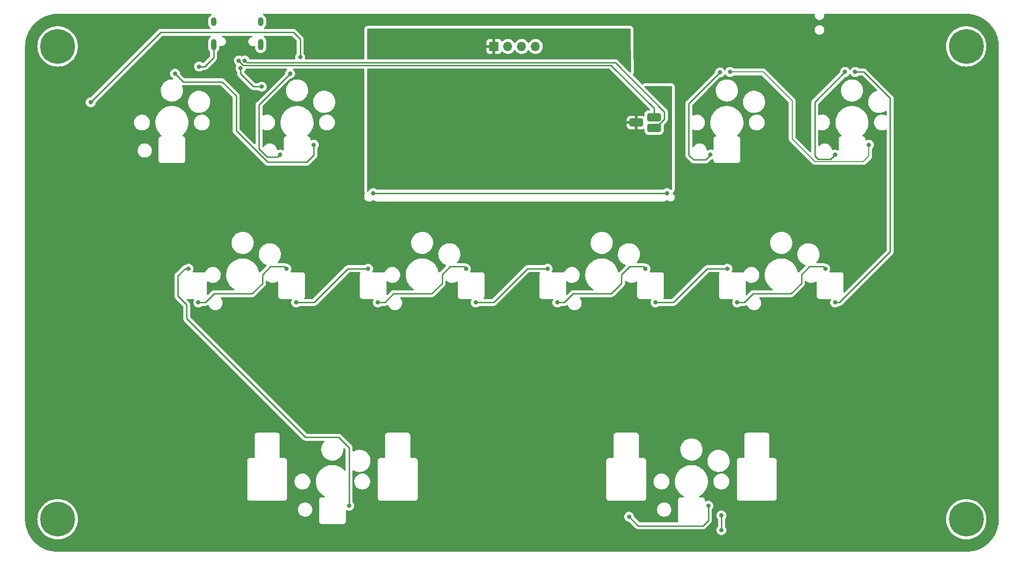
<source format=gbr>
%TF.GenerationSoftware,KiCad,Pcbnew,(6.0.5)*%
%TF.CreationDate,2022-10-13T09:17:03+09:00*%
%TF.ProjectId,Luka One___,4c756b61-204f-46e6-9566-5c5f2e6b6963,rev?*%
%TF.SameCoordinates,PX2f4d600PY1513820*%
%TF.FileFunction,Copper,L1,Top*%
%TF.FilePolarity,Positive*%
%FSLAX46Y46*%
G04 Gerber Fmt 4.6, Leading zero omitted, Abs format (unit mm)*
G04 Created by KiCad (PCBNEW (6.0.5)) date 2022-10-13 09:17:03*
%MOMM*%
%LPD*%
G01*
G04 APERTURE LIST*
G04 Aperture macros list*
%AMRoundRect*
0 Rectangle with rounded corners*
0 $1 Rounding radius*
0 $2 $3 $4 $5 $6 $7 $8 $9 X,Y pos of 4 corners*
0 Add a 4 corners polygon primitive as box body*
4,1,4,$2,$3,$4,$5,$6,$7,$8,$9,$2,$3,0*
0 Add four circle primitives for the rounded corners*
1,1,$1+$1,$2,$3*
1,1,$1+$1,$4,$5*
1,1,$1+$1,$6,$7*
1,1,$1+$1,$8,$9*
0 Add four rect primitives between the rounded corners*
20,1,$1+$1,$2,$3,$4,$5,0*
20,1,$1+$1,$4,$5,$6,$7,0*
20,1,$1+$1,$6,$7,$8,$9,0*
20,1,$1+$1,$8,$9,$2,$3,0*%
G04 Aperture macros list end*
%TA.AperFunction,ComponentPad*%
%ADD10C,0.800000*%
%TD*%
%TA.AperFunction,ComponentPad*%
%ADD11C,6.400000*%
%TD*%
%TA.AperFunction,ComponentPad*%
%ADD12R,1.700000X1.700000*%
%TD*%
%TA.AperFunction,ComponentPad*%
%ADD13O,1.700000X1.700000*%
%TD*%
%TA.AperFunction,ComponentPad*%
%ADD14O,1.000000X1.600000*%
%TD*%
%TA.AperFunction,ComponentPad*%
%ADD15O,1.000000X2.100000*%
%TD*%
%TA.AperFunction,ComponentPad*%
%ADD16RoundRect,0.300000X0.950000X-0.450000X0.950000X0.450000X-0.950000X0.450000X-0.950000X-0.450000X0*%
%TD*%
%TA.AperFunction,ViaPad*%
%ADD17C,0.800000*%
%TD*%
%TA.AperFunction,Conductor*%
%ADD18C,0.250000*%
%TD*%
%TA.AperFunction,Conductor*%
%ADD19C,0.200000*%
%TD*%
G04 APERTURE END LIST*
D10*
%TO.P,REF\u002A\u002A,1*%
%TO.N,N/C*%
X179799999Y-9900000D03*
X175702943Y-11597056D03*
X177399999Y-7500000D03*
X175702943Y-8202944D03*
D11*
X177399999Y-9900000D03*
D10*
X177399999Y-12300000D03*
X174999999Y-9900000D03*
X179097055Y-8202944D03*
X179097055Y-11597056D03*
%TD*%
%TO.P,REF\u002A\u002A,1*%
%TO.N,N/C*%
X12800000Y-9900000D03*
X10400000Y-7500000D03*
X12097056Y-11597056D03*
D11*
X10400000Y-9900000D03*
D10*
X8000000Y-9900000D03*
X12097056Y-8202944D03*
X8702944Y-11597056D03*
X10400000Y-12300000D03*
X8702944Y-8202944D03*
%TD*%
%TO.P,REF\u002A\u002A,1*%
%TO.N,N/C*%
X10400000Y-99300000D03*
X8000000Y-96900000D03*
X12097056Y-95202944D03*
X10400000Y-94500000D03*
X12097056Y-98597056D03*
X12800000Y-96900000D03*
X8702944Y-95202944D03*
D11*
X10400000Y-96900000D03*
D10*
X8702944Y-98597056D03*
%TD*%
D12*
%TO.P,J2,1,Pin_1*%
%TO.N,GND*%
X90600000Y-9900000D03*
D13*
%TO.P,J2,2,Pin_2*%
%TO.N,/3V3*%
X93140000Y-9900000D03*
%TO.P,J2,3,Pin_3*%
%TO.N,/SCL*%
X95680000Y-9900000D03*
%TO.P,J2,4,Pin_4*%
%TO.N,/SDA*%
X98220000Y-9900000D03*
%TD*%
D10*
%TO.P,REF\u002A\u002A,1*%
%TO.N,N/C*%
X175702943Y-98597056D03*
X177399999Y-99300000D03*
X174999999Y-96900000D03*
X175702943Y-95202944D03*
X179097055Y-98597056D03*
X179799999Y-96900000D03*
X179097055Y-95202944D03*
D11*
X177399999Y-96900000D03*
D10*
X177399999Y-94500000D03*
%TD*%
D14*
%TO.P,J1,S1,SHIELD*%
%TO.N,GND*%
X39080000Y-5352601D03*
D15*
X39080000Y-9532601D03*
D14*
X47720000Y-5352601D03*
D15*
X47720000Y-9532601D03*
%TD*%
D16*
%TO.P,U1,TP1,TP1*%
%TO.N,GND*%
X116730000Y-23920000D03*
%TO.P,U1,TP2,TP2*%
%TO.N,/TP2*%
X120010000Y-22920000D03*
%TO.P,U1,TP3,TP3*%
%TO.N,/TP3*%
X120030000Y-24920000D03*
%TD*%
D17*
%TO.N,GND*%
X101700000Y-32600000D03*
X76300000Y-15300000D03*
X132400000Y-98900000D03*
X132400000Y-96200000D03*
X76300000Y-32600000D03*
X47900000Y-17300000D03*
X114400000Y-32600000D03*
X36400000Y-13600000D03*
X89000000Y-32600000D03*
X89000000Y-15100000D03*
X101700000Y-15100000D03*
X44012500Y-13900000D03*
X71600000Y-23900000D03*
%TO.N,VBUS*%
X133100000Y-12200000D03*
X54400000Y-50900000D03*
X16300000Y-89200000D03*
X36400000Y-11900000D03*
X28400000Y-28000000D03*
X120400000Y-50900000D03*
X57900000Y-94400000D03*
X130450000Y-37900000D03*
X135400000Y-50900000D03*
X153400000Y-27900000D03*
X36400000Y-50900000D03*
X102400000Y-50900000D03*
X87400000Y-50900000D03*
X130400000Y-27900000D03*
X50400000Y-11900000D03*
X51400000Y-28000000D03*
X123900000Y-94400000D03*
X69400000Y-50900000D03*
X153400000Y-50900000D03*
X119500000Y-15200000D03*
%TO.N,/TP3*%
X44800000Y-12500000D03*
%TO.N,/TP2*%
X43700000Y-12500000D03*
%TO.N,/RGB*%
X122400000Y-36900000D03*
X68400000Y-36900000D03*
%TO.N,RGB_DATA_5V_1*%
X132125000Y-14675000D03*
X130400000Y-29800000D03*
%TO.N,RGB_DATA_5V_2*%
X133975000Y-14600000D03*
X159500000Y-28000000D03*
%TO.N,RGB_DATA_5V_3*%
X153300000Y-29800000D03*
X155125000Y-14600000D03*
%TO.N,RGB_DATA_5V_4*%
X156975000Y-14600000D03*
X153300000Y-57000000D03*
%TO.N,RGB_DATA_5V_5*%
X135300000Y-57000000D03*
X151500000Y-50800000D03*
%TO.N,RGB_DATA_5V_6*%
X133500000Y-50800000D03*
X120300000Y-57000000D03*
%TO.N,RGB_DATA_5V_7*%
X118450000Y-50800000D03*
X102250000Y-57000000D03*
%TO.N,RGB_DATA_5V_8*%
X87250000Y-57000000D03*
X100450000Y-50800000D03*
%TO.N,RGB_DATA_5V_9*%
X85450000Y-50800000D03*
X69250000Y-57000000D03*
%TO.N,RGB_DATA_5V_10*%
X67450000Y-50800000D03*
X54250000Y-57000000D03*
%TO.N,RGB_DATA_5V_11*%
X36250000Y-57000000D03*
X52450000Y-50800000D03*
%TO.N,RGB_DATA_5V_12*%
X64000000Y-94400000D03*
X34450000Y-50800000D03*
%TO.N,RGB_DATA_5V_14*%
X115432141Y-96432141D03*
X130000000Y-94400000D03*
%TO.N,RGB_DATA_5V_18*%
X31975000Y-14900000D03*
X57500000Y-28000000D03*
%TO.N,RGB_DATA_5V_19*%
X51300000Y-29800000D03*
X53125000Y-14900000D03*
%TO.N,RGB_DATA_5V_20*%
X54975000Y-11900000D03*
X16475000Y-20175000D03*
%TD*%
D18*
%TO.N,GND*%
X37400000Y-13600000D02*
X36400000Y-13600000D01*
X47900000Y-17300000D02*
X46400000Y-17300000D01*
X46400000Y-17300000D02*
X44012500Y-14912500D01*
X132400000Y-98900000D02*
X132400000Y-96200000D01*
X44012500Y-14912500D02*
X44012500Y-13900000D01*
X39080000Y-11920000D02*
X37400000Y-13600000D01*
X39080000Y-9532601D02*
X39080000Y-11920000D01*
%TO.N,/TP3*%
X121900000Y-21900000D02*
X112900000Y-12900000D01*
X120293204Y-24920000D02*
X121900000Y-23313204D01*
X45200000Y-12900000D02*
X44800000Y-12500000D01*
X120380000Y-24920000D02*
X120030000Y-24920000D01*
X120030000Y-24920000D02*
X120293204Y-24920000D01*
X121900000Y-23313204D02*
X121900000Y-21900000D01*
X112900000Y-12900000D02*
X45200000Y-12900000D01*
%TO.N,/TP2*%
X44549520Y-13349520D02*
X43700000Y-12500000D01*
X112087007Y-13349520D02*
X44549520Y-13349520D01*
X120010000Y-22920000D02*
X120010000Y-21272513D01*
X120010000Y-21272513D02*
X112087007Y-13349520D01*
%TO.N,/RGB*%
X122400000Y-36900000D02*
X68400000Y-36900000D01*
%TO.N,RGB_DATA_5V_1*%
X130400000Y-29900000D02*
X129524520Y-30775480D01*
X126400000Y-29900000D02*
X126675479Y-30175479D01*
X132125000Y-14675000D02*
X126400000Y-20400000D01*
X126400000Y-20400000D02*
X126400000Y-29900000D01*
X129524520Y-30775480D02*
X127275480Y-30775480D01*
X127275480Y-30775480D02*
X126675479Y-30175479D01*
D19*
%TO.N,RGB_DATA_5V_2*%
X149600000Y-31100000D02*
X158500000Y-31100000D01*
X133975000Y-14600000D02*
X140100000Y-14600000D01*
X140100000Y-14600000D02*
X145400000Y-19900000D01*
X145400000Y-26900000D02*
X149600000Y-31100000D01*
X159500000Y-30100000D02*
X159500000Y-28000000D01*
X158500000Y-31100000D02*
X159500000Y-30100000D01*
X145400000Y-19900000D02*
X145400000Y-26900000D01*
D18*
%TO.N,RGB_DATA_5V_3*%
X149575479Y-30075479D02*
X149575479Y-20149521D01*
X152424520Y-30675480D02*
X150175480Y-30675480D01*
X153300000Y-29800000D02*
X152424520Y-30675480D01*
X150175480Y-30675480D02*
X149575479Y-30075479D01*
X149575479Y-20149521D02*
X155125000Y-14600000D01*
%TO.N,RGB_DATA_5V_4*%
X158586329Y-14600000D02*
X156975000Y-14600000D01*
X153300000Y-57000000D02*
X154100000Y-57000000D01*
X163400000Y-19413671D02*
X158586329Y-14600000D01*
X154100000Y-57000000D02*
X163400000Y-47700000D01*
X163400000Y-47700000D02*
X163400000Y-19413671D01*
%TO.N,RGB_DATA_5V_5*%
X151100000Y-50400000D02*
X148570692Y-50400000D01*
X147100000Y-53500000D02*
X145200000Y-55400000D01*
X138200000Y-55400000D02*
X136600000Y-57000000D01*
X136600000Y-57000000D02*
X135300000Y-57000000D01*
X148570692Y-50400000D02*
X147100000Y-51870692D01*
X151500000Y-50800000D02*
X151100000Y-50400000D01*
X145200000Y-55400000D02*
X138200000Y-55400000D01*
X147100000Y-51870692D02*
X147100000Y-53500000D01*
%TO.N,RGB_DATA_5V_6*%
X123600000Y-57000000D02*
X120300000Y-57000000D01*
X129800000Y-50800000D02*
X123600000Y-57000000D01*
X133500000Y-50800000D02*
X129800000Y-50800000D01*
%TO.N,RGB_DATA_5V_7*%
X112150000Y-55400000D02*
X105150000Y-55400000D01*
X118050000Y-50400000D02*
X115520692Y-50400000D01*
X103550000Y-57000000D02*
X102250000Y-57000000D01*
X105150000Y-55400000D02*
X103550000Y-57000000D01*
X114050000Y-53500000D02*
X112150000Y-55400000D01*
X114050000Y-51870692D02*
X114050000Y-53500000D01*
X118450000Y-50800000D02*
X118050000Y-50400000D01*
X115520692Y-50400000D02*
X114050000Y-51870692D01*
%TO.N,RGB_DATA_5V_8*%
X96750000Y-50800000D02*
X90550000Y-57000000D01*
X100450000Y-50800000D02*
X96750000Y-50800000D01*
X90550000Y-57000000D02*
X87250000Y-57000000D01*
%TO.N,RGB_DATA_5V_9*%
X79150000Y-55400000D02*
X72150000Y-55400000D01*
X85050000Y-50400000D02*
X82520692Y-50400000D01*
X81050000Y-53500000D02*
X79150000Y-55400000D01*
X85450000Y-50800000D02*
X85050000Y-50400000D01*
X70550000Y-57000000D02*
X69250000Y-57000000D01*
X72150000Y-55400000D02*
X70550000Y-57000000D01*
X81050000Y-51870692D02*
X81050000Y-53500000D01*
X82520692Y-50400000D02*
X81050000Y-51870692D01*
%TO.N,RGB_DATA_5V_10*%
X67450000Y-50800000D02*
X63750000Y-50800000D01*
X57550000Y-57000000D02*
X54250000Y-57000000D01*
X63750000Y-50800000D02*
X57550000Y-57000000D01*
%TO.N,RGB_DATA_5V_11*%
X52450000Y-50800000D02*
X52050000Y-50400000D01*
X39150000Y-55400000D02*
X37550000Y-57000000D01*
X37550000Y-57000000D02*
X36250000Y-57000000D01*
X49520692Y-50400000D02*
X48050000Y-51870692D01*
X48050000Y-51870692D02*
X48050000Y-53500000D01*
X52050000Y-50400000D02*
X49520692Y-50400000D01*
X46150000Y-55400000D02*
X39150000Y-55400000D01*
X48050000Y-53500000D02*
X46150000Y-55400000D01*
%TO.N,RGB_DATA_5V_12*%
X63980478Y-94380478D02*
X63980478Y-88180478D01*
X33800000Y-50800000D02*
X32500000Y-52100000D01*
X32500000Y-52100000D02*
X32500000Y-55800000D01*
X64000000Y-94400000D02*
X63980478Y-94380478D01*
X63980478Y-83780478D02*
X63980478Y-88180478D01*
X55939820Y-81800000D02*
X62000000Y-81800000D01*
X34100000Y-57400000D02*
X34100000Y-59960180D01*
X62000000Y-81800000D02*
X63980478Y-83780478D01*
X34450000Y-50800000D02*
X33800000Y-50800000D01*
X34100000Y-59960180D02*
X55939820Y-81800000D01*
X32500000Y-55800000D02*
X34100000Y-57400000D01*
%TO.N,RGB_DATA_5V_14*%
X117100000Y-98100000D02*
X115432141Y-96432141D01*
X130000000Y-97100000D02*
X129000000Y-98100000D01*
X130000000Y-94400000D02*
X130000000Y-97100000D01*
X129000000Y-98100000D02*
X117100000Y-98100000D01*
%TO.N,RGB_DATA_5V_18*%
X56186804Y-31200000D02*
X57500000Y-29886804D01*
X49000000Y-31200000D02*
X56186804Y-31200000D01*
X40600000Y-16400000D02*
X43200000Y-19000000D01*
X57500000Y-29886804D02*
X57500000Y-28000000D01*
X33475000Y-16400000D02*
X40600000Y-16400000D01*
X31975000Y-14900000D02*
X33475000Y-16400000D01*
X43200000Y-25400000D02*
X49000000Y-31200000D01*
X43200000Y-19000000D02*
X43200000Y-25400000D01*
%TO.N,RGB_DATA_5V_19*%
X48913496Y-30224521D02*
X50875479Y-30224521D01*
X50875479Y-30224521D02*
X51300000Y-29800000D01*
X47400000Y-28711025D02*
X48913496Y-30224521D01*
X47400000Y-20625000D02*
X47400000Y-28711025D01*
X53125000Y-14900000D02*
X47400000Y-20625000D01*
%TO.N,RGB_DATA_5V_20*%
X29350000Y-7300000D02*
X16475000Y-20175000D01*
X54975000Y-8575000D02*
X53700000Y-7300000D01*
X54975000Y-11900000D02*
X54975000Y-8575000D01*
X53700000Y-7300000D02*
X29350000Y-7300000D01*
%TD*%
%TA.AperFunction,Conductor*%
%TO.N,GND*%
G36*
X111840534Y-14003022D02*
G01*
X111861508Y-14019925D01*
X119287988Y-21446405D01*
X119322014Y-21508717D01*
X119316949Y-21579532D01*
X119274402Y-21636368D01*
X119207882Y-21661179D01*
X119198893Y-21661500D01*
X118971272Y-21661500D01*
X118966485Y-21661776D01*
X118961289Y-21662976D01*
X118961286Y-21662976D01*
X118849180Y-21688858D01*
X118789748Y-21702579D01*
X118626443Y-21781524D01*
X118484687Y-21894687D01*
X118371524Y-22036443D01*
X118292579Y-22199748D01*
X118251776Y-22376485D01*
X118251500Y-22381272D01*
X118251500Y-22647902D01*
X118231498Y-22716023D01*
X118177842Y-22762516D01*
X118107568Y-22772620D01*
X118070661Y-22761342D01*
X117956430Y-22706120D01*
X117943220Y-22701468D01*
X117778658Y-22663477D01*
X117768723Y-22662054D01*
X117766847Y-22662000D01*
X117002115Y-22662000D01*
X116986876Y-22666475D01*
X116985671Y-22667865D01*
X116984000Y-22675548D01*
X116984000Y-25159884D01*
X116988475Y-25175123D01*
X116989865Y-25176328D01*
X116997548Y-25177999D01*
X117766877Y-25177999D01*
X117768714Y-25177946D01*
X117778657Y-25176523D01*
X117943220Y-25138532D01*
X117956430Y-25133880D01*
X118090661Y-25068990D01*
X118160697Y-25057350D01*
X118225908Y-25085422D01*
X118265590Y-25144293D01*
X118271500Y-25182430D01*
X118271500Y-25458728D01*
X118271776Y-25463515D01*
X118312579Y-25640252D01*
X118391524Y-25803557D01*
X118504687Y-25945313D01*
X118646443Y-26058476D01*
X118809748Y-26137421D01*
X118816609Y-26139005D01*
X118981286Y-26177024D01*
X118981289Y-26177024D01*
X118986485Y-26178224D01*
X118991272Y-26178500D01*
X121068728Y-26178500D01*
X121073515Y-26178224D01*
X121078711Y-26177024D01*
X121078714Y-26177024D01*
X121243391Y-26139005D01*
X121250252Y-26137421D01*
X121413557Y-26058476D01*
X121555313Y-25945313D01*
X121668476Y-25803557D01*
X121747421Y-25640252D01*
X121788224Y-25463515D01*
X121788500Y-25458728D01*
X121788500Y-24381272D01*
X121788395Y-24379449D01*
X121788343Y-24377648D01*
X121789063Y-24377627D01*
X121804504Y-24311135D01*
X121825141Y-24283967D01*
X122292247Y-23816861D01*
X122300537Y-23809317D01*
X122307018Y-23805204D01*
X122353659Y-23755536D01*
X122356413Y-23752695D01*
X122376135Y-23732973D01*
X122378619Y-23729771D01*
X122386317Y-23720759D01*
X122411161Y-23694302D01*
X122416586Y-23688525D01*
X122426347Y-23670770D01*
X122437198Y-23654251D01*
X122449614Y-23638245D01*
X122467174Y-23597667D01*
X122472391Y-23587017D01*
X122493695Y-23548264D01*
X122498733Y-23528641D01*
X122505137Y-23509938D01*
X122510033Y-23498624D01*
X122510033Y-23498623D01*
X122513181Y-23491349D01*
X122514420Y-23483526D01*
X122514423Y-23483516D01*
X122520099Y-23447680D01*
X122522505Y-23436060D01*
X122531528Y-23400915D01*
X122531528Y-23400914D01*
X122533500Y-23393234D01*
X122533500Y-23372980D01*
X122535051Y-23353269D01*
X122536980Y-23341090D01*
X122538220Y-23333261D01*
X122534059Y-23289242D01*
X122533500Y-23277385D01*
X122533500Y-21978767D01*
X122534027Y-21967584D01*
X122535702Y-21960091D01*
X122533562Y-21892014D01*
X122533500Y-21888055D01*
X122533500Y-21860144D01*
X122532995Y-21856144D01*
X122532062Y-21844301D01*
X122530922Y-21808030D01*
X122530673Y-21800111D01*
X122525021Y-21780657D01*
X122521013Y-21761300D01*
X122519468Y-21749070D01*
X122519468Y-21749069D01*
X122518474Y-21741203D01*
X122515555Y-21733830D01*
X122502196Y-21700088D01*
X122498351Y-21688858D01*
X122488229Y-21654017D01*
X122488229Y-21654016D01*
X122486018Y-21646407D01*
X122481985Y-21639588D01*
X122481983Y-21639583D01*
X122475707Y-21628972D01*
X122467012Y-21611224D01*
X122459552Y-21592383D01*
X122433564Y-21556613D01*
X122427048Y-21546693D01*
X122408580Y-21515465D01*
X122408578Y-21515462D01*
X122404542Y-21508638D01*
X122390221Y-21494317D01*
X122377380Y-21479283D01*
X122370131Y-21469306D01*
X122365472Y-21462893D01*
X122331395Y-21434702D01*
X122322616Y-21426712D01*
X118310999Y-17415095D01*
X118276973Y-17352783D01*
X118282038Y-17281968D01*
X118324585Y-17225132D01*
X118391105Y-17200321D01*
X118400094Y-17200000D01*
X123174000Y-17200000D01*
X123242121Y-17220002D01*
X123288614Y-17273658D01*
X123300000Y-17326000D01*
X123300000Y-36213580D01*
X123279998Y-36281701D01*
X123226342Y-36328194D01*
X123156068Y-36338298D01*
X123091488Y-36308804D01*
X123080364Y-36297890D01*
X123065788Y-36281701D01*
X123011253Y-36221134D01*
X122856752Y-36108882D01*
X122850724Y-36106198D01*
X122850722Y-36106197D01*
X122688319Y-36033891D01*
X122688318Y-36033891D01*
X122682288Y-36031206D01*
X122588888Y-36011353D01*
X122501944Y-35992872D01*
X122501939Y-35992872D01*
X122495487Y-35991500D01*
X122304513Y-35991500D01*
X122298061Y-35992872D01*
X122298056Y-35992872D01*
X122211112Y-36011353D01*
X122117712Y-36031206D01*
X122111682Y-36033891D01*
X122111681Y-36033891D01*
X121949278Y-36106197D01*
X121949276Y-36106198D01*
X121943248Y-36108882D01*
X121788747Y-36221134D01*
X121784332Y-36226037D01*
X121779420Y-36230460D01*
X121778295Y-36229211D01*
X121724986Y-36262051D01*
X121691800Y-36266500D01*
X69108200Y-36266500D01*
X69040079Y-36246498D01*
X69020853Y-36230157D01*
X69020580Y-36230460D01*
X69015668Y-36226037D01*
X69011253Y-36221134D01*
X68856752Y-36108882D01*
X68850724Y-36106198D01*
X68850722Y-36106197D01*
X68688319Y-36033891D01*
X68688318Y-36033891D01*
X68682288Y-36031206D01*
X68588888Y-36011353D01*
X68501944Y-35992872D01*
X68501939Y-35992872D01*
X68495487Y-35991500D01*
X68304513Y-35991500D01*
X68298061Y-35992872D01*
X68298056Y-35992872D01*
X68211112Y-36011353D01*
X68117712Y-36031206D01*
X68111682Y-36033891D01*
X68111681Y-36033891D01*
X67949278Y-36106197D01*
X67949276Y-36106198D01*
X67943248Y-36108882D01*
X67788747Y-36221134D01*
X67660960Y-36363056D01*
X67565473Y-36528444D01*
X67563432Y-36534726D01*
X67545833Y-36588890D01*
X67505759Y-36647495D01*
X67440362Y-36675132D01*
X67370406Y-36663025D01*
X67318100Y-36615019D01*
X67300000Y-36549953D01*
X67300000Y-24456877D01*
X114972001Y-24456877D01*
X114972054Y-24458714D01*
X114973477Y-24468657D01*
X115011468Y-24633220D01*
X115016120Y-24646430D01*
X115088882Y-24796945D01*
X115096343Y-24808793D01*
X115200653Y-24939460D01*
X115210540Y-24949347D01*
X115341207Y-25053657D01*
X115353055Y-25061118D01*
X115503570Y-25133880D01*
X115516780Y-25138532D01*
X115681342Y-25176523D01*
X115691277Y-25177946D01*
X115693153Y-25178000D01*
X116457885Y-25178000D01*
X116473124Y-25173525D01*
X116474329Y-25172135D01*
X116476000Y-25164452D01*
X116476000Y-24192115D01*
X116471525Y-24176876D01*
X116470135Y-24175671D01*
X116462452Y-24174000D01*
X114990116Y-24174000D01*
X114974877Y-24178475D01*
X114973672Y-24179865D01*
X114972001Y-24187548D01*
X114972001Y-24456877D01*
X67300000Y-24456877D01*
X67300000Y-23647885D01*
X114972000Y-23647885D01*
X114976475Y-23663124D01*
X114977865Y-23664329D01*
X114985548Y-23666000D01*
X116457885Y-23666000D01*
X116473124Y-23661525D01*
X116474329Y-23660135D01*
X116476000Y-23652452D01*
X116476000Y-22680116D01*
X116471525Y-22664877D01*
X116470135Y-22663672D01*
X116462452Y-22662001D01*
X115693123Y-22662001D01*
X115691286Y-22662054D01*
X115681343Y-22663477D01*
X115516780Y-22701468D01*
X115503570Y-22706120D01*
X115353055Y-22778882D01*
X115341207Y-22786343D01*
X115210540Y-22890653D01*
X115200653Y-22900540D01*
X115096343Y-23031207D01*
X115088882Y-23043055D01*
X115016120Y-23193570D01*
X115011468Y-23206780D01*
X114973477Y-23371342D01*
X114972054Y-23381277D01*
X114972000Y-23383153D01*
X114972000Y-23647885D01*
X67300000Y-23647885D01*
X67300000Y-14109020D01*
X67320002Y-14040899D01*
X67373658Y-13994406D01*
X67426000Y-13983020D01*
X111772413Y-13983020D01*
X111840534Y-14003022D01*
G37*
%TD.AperFunction*%
%TA.AperFunction,Conductor*%
G36*
X115643304Y-6620002D02*
G01*
X115689797Y-6673658D01*
X115701177Y-6724811D01*
X115775226Y-14573949D01*
X115755868Y-14642256D01*
X115702653Y-14689253D01*
X115632478Y-14700019D01*
X115567622Y-14671137D01*
X115560147Y-14664242D01*
X113403652Y-12507747D01*
X113396112Y-12499461D01*
X113392000Y-12492982D01*
X113342348Y-12446356D01*
X113339507Y-12443602D01*
X113319770Y-12423865D01*
X113316573Y-12421385D01*
X113307551Y-12413680D01*
X113281100Y-12388841D01*
X113275321Y-12383414D01*
X113268375Y-12379595D01*
X113268372Y-12379593D01*
X113257566Y-12373652D01*
X113241047Y-12362801D01*
X113240583Y-12362441D01*
X113225041Y-12350386D01*
X113217772Y-12347241D01*
X113217768Y-12347238D01*
X113184463Y-12332826D01*
X113173813Y-12327609D01*
X113135060Y-12306305D01*
X113115437Y-12301267D01*
X113096734Y-12294863D01*
X113085420Y-12289967D01*
X113085419Y-12289967D01*
X113078145Y-12286819D01*
X113070322Y-12285580D01*
X113070312Y-12285577D01*
X113034476Y-12279901D01*
X113022856Y-12277495D01*
X112987711Y-12268472D01*
X112987710Y-12268472D01*
X112980030Y-12266500D01*
X112959776Y-12266500D01*
X112940065Y-12264949D01*
X112927886Y-12263020D01*
X112920057Y-12261780D01*
X112912165Y-12262526D01*
X112876039Y-12265941D01*
X112864181Y-12266500D01*
X67426000Y-12266500D01*
X67357879Y-12246498D01*
X67311386Y-12192842D01*
X67300000Y-12140500D01*
X67300000Y-10794669D01*
X89242001Y-10794669D01*
X89242371Y-10801490D01*
X89247895Y-10852352D01*
X89251521Y-10867604D01*
X89296676Y-10988054D01*
X89305214Y-11003649D01*
X89381715Y-11105724D01*
X89394276Y-11118285D01*
X89496351Y-11194786D01*
X89511946Y-11203324D01*
X89632394Y-11248478D01*
X89647649Y-11252105D01*
X89698514Y-11257631D01*
X89705328Y-11258000D01*
X90327885Y-11258000D01*
X90343124Y-11253525D01*
X90344329Y-11252135D01*
X90346000Y-11244452D01*
X90346000Y-11239884D01*
X90854000Y-11239884D01*
X90858475Y-11255123D01*
X90859865Y-11256328D01*
X90867548Y-11257999D01*
X91494669Y-11257999D01*
X91501490Y-11257629D01*
X91552352Y-11252105D01*
X91567604Y-11248479D01*
X91688054Y-11203324D01*
X91703649Y-11194786D01*
X91805724Y-11118285D01*
X91818285Y-11105724D01*
X91894786Y-11003649D01*
X91903324Y-10988054D01*
X91944225Y-10878952D01*
X91986867Y-10822188D01*
X92053428Y-10797488D01*
X92122777Y-10812696D01*
X92157444Y-10840684D01*
X92182865Y-10870031D01*
X92182869Y-10870035D01*
X92186250Y-10873938D01*
X92358126Y-11016632D01*
X92551000Y-11129338D01*
X92759692Y-11209030D01*
X92764760Y-11210061D01*
X92764763Y-11210062D01*
X92872017Y-11231883D01*
X92978597Y-11253567D01*
X92983772Y-11253757D01*
X92983774Y-11253757D01*
X93196673Y-11261564D01*
X93196677Y-11261564D01*
X93201837Y-11261753D01*
X93206957Y-11261097D01*
X93206959Y-11261097D01*
X93418288Y-11234025D01*
X93418289Y-11234025D01*
X93423416Y-11233368D01*
X93428366Y-11231883D01*
X93632429Y-11170661D01*
X93632434Y-11170659D01*
X93637384Y-11169174D01*
X93837994Y-11070896D01*
X94019860Y-10941173D01*
X94178096Y-10783489D01*
X94308453Y-10602077D01*
X94309776Y-10603028D01*
X94356645Y-10559857D01*
X94426580Y-10547625D01*
X94492026Y-10575144D01*
X94519875Y-10606994D01*
X94579987Y-10705088D01*
X94726250Y-10873938D01*
X94898126Y-11016632D01*
X95091000Y-11129338D01*
X95299692Y-11209030D01*
X95304760Y-11210061D01*
X95304763Y-11210062D01*
X95412017Y-11231883D01*
X95518597Y-11253567D01*
X95523772Y-11253757D01*
X95523774Y-11253757D01*
X95736673Y-11261564D01*
X95736677Y-11261564D01*
X95741837Y-11261753D01*
X95746957Y-11261097D01*
X95746959Y-11261097D01*
X95958288Y-11234025D01*
X95958289Y-11234025D01*
X95963416Y-11233368D01*
X95968366Y-11231883D01*
X96172429Y-11170661D01*
X96172434Y-11170659D01*
X96177384Y-11169174D01*
X96377994Y-11070896D01*
X96559860Y-10941173D01*
X96718096Y-10783489D01*
X96848453Y-10602077D01*
X96849776Y-10603028D01*
X96896645Y-10559857D01*
X96966580Y-10547625D01*
X97032026Y-10575144D01*
X97059875Y-10606994D01*
X97119987Y-10705088D01*
X97266250Y-10873938D01*
X97438126Y-11016632D01*
X97631000Y-11129338D01*
X97839692Y-11209030D01*
X97844760Y-11210061D01*
X97844763Y-11210062D01*
X97952017Y-11231883D01*
X98058597Y-11253567D01*
X98063772Y-11253757D01*
X98063774Y-11253757D01*
X98276673Y-11261564D01*
X98276677Y-11261564D01*
X98281837Y-11261753D01*
X98286957Y-11261097D01*
X98286959Y-11261097D01*
X98498288Y-11234025D01*
X98498289Y-11234025D01*
X98503416Y-11233368D01*
X98508366Y-11231883D01*
X98712429Y-11170661D01*
X98712434Y-11170659D01*
X98717384Y-11169174D01*
X98917994Y-11070896D01*
X99099860Y-10941173D01*
X99258096Y-10783489D01*
X99388453Y-10602077D01*
X99409320Y-10559857D01*
X99485136Y-10406453D01*
X99485137Y-10406451D01*
X99487430Y-10401811D01*
X99552370Y-10188069D01*
X99581529Y-9966590D01*
X99583156Y-9900000D01*
X99564852Y-9677361D01*
X99510431Y-9460702D01*
X99421354Y-9255840D01*
X99300014Y-9068277D01*
X99149670Y-8903051D01*
X99145619Y-8899852D01*
X99145615Y-8899848D01*
X98978414Y-8767800D01*
X98978410Y-8767798D01*
X98974359Y-8764598D01*
X98778789Y-8656638D01*
X98773920Y-8654914D01*
X98773916Y-8654912D01*
X98573087Y-8583795D01*
X98573083Y-8583794D01*
X98568212Y-8582069D01*
X98563119Y-8581162D01*
X98563116Y-8581161D01*
X98353373Y-8543800D01*
X98353367Y-8543799D01*
X98348284Y-8542894D01*
X98274452Y-8541992D01*
X98130081Y-8540228D01*
X98130079Y-8540228D01*
X98124911Y-8540165D01*
X97904091Y-8573955D01*
X97691756Y-8643357D01*
X97493607Y-8746507D01*
X97489474Y-8749610D01*
X97489471Y-8749612D01*
X97406450Y-8811946D01*
X97314965Y-8880635D01*
X97160629Y-9042138D01*
X97053201Y-9199621D01*
X96998293Y-9244621D01*
X96927768Y-9252792D01*
X96864021Y-9221538D01*
X96843324Y-9197054D01*
X96762822Y-9072617D01*
X96762820Y-9072614D01*
X96760014Y-9068277D01*
X96609670Y-8903051D01*
X96605619Y-8899852D01*
X96605615Y-8899848D01*
X96438414Y-8767800D01*
X96438410Y-8767798D01*
X96434359Y-8764598D01*
X96238789Y-8656638D01*
X96233920Y-8654914D01*
X96233916Y-8654912D01*
X96033087Y-8583795D01*
X96033083Y-8583794D01*
X96028212Y-8582069D01*
X96023119Y-8581162D01*
X96023116Y-8581161D01*
X95813373Y-8543800D01*
X95813367Y-8543799D01*
X95808284Y-8542894D01*
X95734452Y-8541992D01*
X95590081Y-8540228D01*
X95590079Y-8540228D01*
X95584911Y-8540165D01*
X95364091Y-8573955D01*
X95151756Y-8643357D01*
X94953607Y-8746507D01*
X94949474Y-8749610D01*
X94949471Y-8749612D01*
X94866450Y-8811946D01*
X94774965Y-8880635D01*
X94620629Y-9042138D01*
X94513201Y-9199621D01*
X94458293Y-9244621D01*
X94387768Y-9252792D01*
X94324021Y-9221538D01*
X94303324Y-9197054D01*
X94222822Y-9072617D01*
X94222820Y-9072614D01*
X94220014Y-9068277D01*
X94069670Y-8903051D01*
X94065619Y-8899852D01*
X94065615Y-8899848D01*
X93898414Y-8767800D01*
X93898410Y-8767798D01*
X93894359Y-8764598D01*
X93698789Y-8656638D01*
X93693920Y-8654914D01*
X93693916Y-8654912D01*
X93493087Y-8583795D01*
X93493083Y-8583794D01*
X93488212Y-8582069D01*
X93483119Y-8581162D01*
X93483116Y-8581161D01*
X93273373Y-8543800D01*
X93273367Y-8543799D01*
X93268284Y-8542894D01*
X93194452Y-8541992D01*
X93050081Y-8540228D01*
X93050079Y-8540228D01*
X93044911Y-8540165D01*
X92824091Y-8573955D01*
X92611756Y-8643357D01*
X92413607Y-8746507D01*
X92409474Y-8749610D01*
X92409471Y-8749612D01*
X92326450Y-8811946D01*
X92234965Y-8880635D01*
X92231393Y-8884373D01*
X92153898Y-8965466D01*
X92092374Y-9000895D01*
X92021462Y-8997438D01*
X91963676Y-8956192D01*
X91944823Y-8922644D01*
X91903324Y-8811946D01*
X91894786Y-8796351D01*
X91818285Y-8694276D01*
X91805724Y-8681715D01*
X91703649Y-8605214D01*
X91688054Y-8596676D01*
X91567606Y-8551522D01*
X91552351Y-8547895D01*
X91501486Y-8542369D01*
X91494672Y-8542000D01*
X90872115Y-8542000D01*
X90856876Y-8546475D01*
X90855671Y-8547865D01*
X90854000Y-8555548D01*
X90854000Y-11239884D01*
X90346000Y-11239884D01*
X90346000Y-10172115D01*
X90341525Y-10156876D01*
X90340135Y-10155671D01*
X90332452Y-10154000D01*
X89260116Y-10154000D01*
X89244877Y-10158475D01*
X89243672Y-10159865D01*
X89242001Y-10167548D01*
X89242001Y-10794669D01*
X67300000Y-10794669D01*
X67300000Y-9627885D01*
X89242000Y-9627885D01*
X89246475Y-9643124D01*
X89247865Y-9644329D01*
X89255548Y-9646000D01*
X90327885Y-9646000D01*
X90343124Y-9641525D01*
X90344329Y-9640135D01*
X90346000Y-9632452D01*
X90346000Y-8560116D01*
X90341525Y-8544877D01*
X90340135Y-8543672D01*
X90332452Y-8542001D01*
X89705331Y-8542001D01*
X89698510Y-8542371D01*
X89647648Y-8547895D01*
X89632396Y-8551521D01*
X89511946Y-8596676D01*
X89496351Y-8605214D01*
X89394276Y-8681715D01*
X89381715Y-8694276D01*
X89305214Y-8796351D01*
X89296676Y-8811946D01*
X89251522Y-8932394D01*
X89247895Y-8947649D01*
X89242369Y-8998514D01*
X89242000Y-9005328D01*
X89242000Y-9627885D01*
X67300000Y-9627885D01*
X67300000Y-6726000D01*
X67320002Y-6657879D01*
X67373658Y-6611386D01*
X67426000Y-6600000D01*
X115575183Y-6600000D01*
X115643304Y-6620002D01*
G37*
%TD.AperFunction*%
%TD*%
%TA.AperFunction,Conductor*%
%TO.N,VBUS*%
G36*
X38641739Y-3931103D02*
G01*
X38688232Y-3984759D01*
X38698336Y-4055033D01*
X38668842Y-4119613D01*
X38631994Y-4148762D01*
X38530575Y-4201783D01*
X38530568Y-4201788D01*
X38525110Y-4204641D01*
X38370975Y-4328569D01*
X38243846Y-4480075D01*
X38240879Y-4485473D01*
X38240875Y-4485478D01*
X38215611Y-4531434D01*
X38148567Y-4653388D01*
X38146706Y-4659255D01*
X38146705Y-4659257D01*
X38103956Y-4794020D01*
X38088765Y-4841907D01*
X38071500Y-4995828D01*
X38071500Y-5702370D01*
X38071800Y-5705426D01*
X38071800Y-5705433D01*
X38072530Y-5712874D01*
X38085920Y-5849434D01*
X38143084Y-6038770D01*
X38235934Y-6213397D01*
X38290900Y-6280792D01*
X38357040Y-6361888D01*
X38357043Y-6361891D01*
X38360935Y-6366663D01*
X38453714Y-6443416D01*
X38493451Y-6502249D01*
X38495073Y-6573227D01*
X38458063Y-6633815D01*
X38394173Y-6664775D01*
X38373397Y-6666500D01*
X29428768Y-6666500D01*
X29417585Y-6665973D01*
X29410092Y-6664298D01*
X29402166Y-6664547D01*
X29402165Y-6664547D01*
X29342002Y-6666438D01*
X29338044Y-6666500D01*
X29310144Y-6666500D01*
X29306154Y-6667004D01*
X29294320Y-6667936D01*
X29250111Y-6669326D01*
X29242495Y-6671539D01*
X29242493Y-6671539D01*
X29230652Y-6674979D01*
X29211293Y-6678988D01*
X29210233Y-6679122D01*
X29191203Y-6681526D01*
X29183837Y-6684442D01*
X29183831Y-6684444D01*
X29150098Y-6697800D01*
X29138868Y-6701645D01*
X29122828Y-6706305D01*
X29096407Y-6713981D01*
X29089584Y-6718016D01*
X29078966Y-6724295D01*
X29061213Y-6732992D01*
X29053568Y-6736019D01*
X29042383Y-6740448D01*
X29028705Y-6750386D01*
X29006612Y-6766437D01*
X28996695Y-6772951D01*
X28958638Y-6795458D01*
X28944317Y-6809779D01*
X28929284Y-6822619D01*
X28912893Y-6834528D01*
X28904217Y-6845016D01*
X28884702Y-6868605D01*
X28876712Y-6877384D01*
X16524500Y-19229595D01*
X16462188Y-19263621D01*
X16435405Y-19266500D01*
X16379513Y-19266500D01*
X16373061Y-19267872D01*
X16373056Y-19267872D01*
X16293395Y-19284805D01*
X16192712Y-19306206D01*
X16186682Y-19308891D01*
X16186681Y-19308891D01*
X16024278Y-19381197D01*
X16024276Y-19381198D01*
X16018248Y-19383882D01*
X15863747Y-19496134D01*
X15859326Y-19501044D01*
X15859325Y-19501045D01*
X15760166Y-19611173D01*
X15735960Y-19638056D01*
X15696056Y-19707172D01*
X15643889Y-19797528D01*
X15640473Y-19803444D01*
X15581458Y-19985072D01*
X15580768Y-19991633D01*
X15580768Y-19991635D01*
X15569414Y-20099663D01*
X15561496Y-20175000D01*
X15562186Y-20181565D01*
X15578862Y-20340224D01*
X15581458Y-20364928D01*
X15640473Y-20546556D01*
X15735960Y-20711944D01*
X15740378Y-20716851D01*
X15740379Y-20716852D01*
X15755821Y-20734002D01*
X15863747Y-20853866D01*
X15909908Y-20887404D01*
X15982877Y-20940419D01*
X16018248Y-20966118D01*
X16024276Y-20968802D01*
X16024278Y-20968803D01*
X16099231Y-21002174D01*
X16192712Y-21043794D01*
X16286112Y-21063647D01*
X16373056Y-21082128D01*
X16373061Y-21082128D01*
X16379513Y-21083500D01*
X16570487Y-21083500D01*
X16576939Y-21082128D01*
X16576944Y-21082128D01*
X16663888Y-21063647D01*
X16757288Y-21043794D01*
X16850769Y-21002174D01*
X16925722Y-20968803D01*
X16925724Y-20968802D01*
X16931752Y-20966118D01*
X16967124Y-20940419D01*
X17040092Y-20887404D01*
X17086253Y-20853866D01*
X17194179Y-20734002D01*
X17209621Y-20716852D01*
X17209622Y-20716851D01*
X17214040Y-20711944D01*
X17309527Y-20546556D01*
X17368542Y-20364928D01*
X17371139Y-20340224D01*
X17384497Y-20213120D01*
X17385907Y-20199706D01*
X17412920Y-20134050D01*
X17422122Y-20123782D01*
X29575499Y-7970405D01*
X29637811Y-7936379D01*
X29664594Y-7933500D01*
X38417483Y-7933500D01*
X38485604Y-7953502D01*
X38532097Y-8007158D01*
X38542201Y-8077432D01*
X38512707Y-8142012D01*
X38496435Y-8157696D01*
X38464171Y-8183637D01*
X38370975Y-8258569D01*
X38243846Y-8410075D01*
X38240879Y-8415473D01*
X38240875Y-8415478D01*
X38208093Y-8475110D01*
X38148567Y-8583388D01*
X38146706Y-8589255D01*
X38146705Y-8589257D01*
X38129041Y-8644942D01*
X38088765Y-8771907D01*
X38071500Y-8925828D01*
X38071500Y-10132370D01*
X38071800Y-10135426D01*
X38071800Y-10135433D01*
X38072530Y-10142874D01*
X38085920Y-10279434D01*
X38143084Y-10468770D01*
X38235934Y-10643397D01*
X38259343Y-10672099D01*
X38357040Y-10791888D01*
X38357043Y-10791891D01*
X38360935Y-10796663D01*
X38365683Y-10800591D01*
X38365684Y-10800592D01*
X38400816Y-10829656D01*
X38440554Y-10888490D01*
X38446500Y-10926740D01*
X38446500Y-11605406D01*
X38426498Y-11673527D01*
X38409595Y-11694501D01*
X37185666Y-12918429D01*
X37123354Y-12952455D01*
X37052538Y-12947390D01*
X37013683Y-12923833D01*
X37011253Y-12921134D01*
X36856752Y-12808882D01*
X36850724Y-12806198D01*
X36850722Y-12806197D01*
X36688319Y-12733891D01*
X36688318Y-12733891D01*
X36682288Y-12731206D01*
X36588888Y-12711353D01*
X36501944Y-12692872D01*
X36501939Y-12692872D01*
X36495487Y-12691500D01*
X36304513Y-12691500D01*
X36298061Y-12692872D01*
X36298056Y-12692872D01*
X36211112Y-12711353D01*
X36117712Y-12731206D01*
X36111682Y-12733891D01*
X36111681Y-12733891D01*
X35949278Y-12806197D01*
X35949276Y-12806198D01*
X35943248Y-12808882D01*
X35788747Y-12921134D01*
X35660960Y-13063056D01*
X35565473Y-13228444D01*
X35506458Y-13410072D01*
X35505768Y-13416633D01*
X35505768Y-13416635D01*
X35504171Y-13431833D01*
X35486496Y-13600000D01*
X35487186Y-13606565D01*
X35503996Y-13766500D01*
X35506458Y-13789928D01*
X35565473Y-13971556D01*
X35568776Y-13977278D01*
X35568777Y-13977279D01*
X35587855Y-14010322D01*
X35660960Y-14136944D01*
X35665378Y-14141851D01*
X35665379Y-14141852D01*
X35749006Y-14234729D01*
X35788747Y-14278866D01*
X35943248Y-14391118D01*
X35949276Y-14393802D01*
X35949278Y-14393803D01*
X36111681Y-14466109D01*
X36117712Y-14468794D01*
X36194294Y-14485072D01*
X36298056Y-14507128D01*
X36298061Y-14507128D01*
X36304513Y-14508500D01*
X36495487Y-14508500D01*
X36501939Y-14507128D01*
X36501944Y-14507128D01*
X36605706Y-14485072D01*
X36682288Y-14468794D01*
X36688319Y-14466109D01*
X36850722Y-14393803D01*
X36850724Y-14393802D01*
X36856752Y-14391118D01*
X37011253Y-14278866D01*
X37015668Y-14273963D01*
X37020580Y-14269540D01*
X37021705Y-14270789D01*
X37075014Y-14237949D01*
X37108200Y-14233500D01*
X37321233Y-14233500D01*
X37332416Y-14234027D01*
X37339909Y-14235702D01*
X37347835Y-14235453D01*
X37347836Y-14235453D01*
X37407986Y-14233562D01*
X37411945Y-14233500D01*
X37439856Y-14233500D01*
X37443791Y-14233003D01*
X37443856Y-14232995D01*
X37455693Y-14232062D01*
X37487951Y-14231048D01*
X37491970Y-14230922D01*
X37499889Y-14230673D01*
X37519343Y-14225021D01*
X37538700Y-14221013D01*
X37550930Y-14219468D01*
X37550931Y-14219468D01*
X37558797Y-14218474D01*
X37566168Y-14215555D01*
X37566170Y-14215555D01*
X37599912Y-14202196D01*
X37611142Y-14198351D01*
X37645983Y-14188229D01*
X37645984Y-14188229D01*
X37653593Y-14186018D01*
X37660412Y-14181985D01*
X37660417Y-14181983D01*
X37671028Y-14175707D01*
X37688776Y-14167012D01*
X37707617Y-14159552D01*
X37727625Y-14145016D01*
X37743387Y-14133564D01*
X37753307Y-14127048D01*
X37784535Y-14108580D01*
X37784538Y-14108578D01*
X37791362Y-14104542D01*
X37805683Y-14090221D01*
X37820717Y-14077380D01*
X37830694Y-14070131D01*
X37837107Y-14065472D01*
X37865298Y-14031395D01*
X37873288Y-14022616D01*
X39472253Y-12423652D01*
X39480539Y-12416112D01*
X39487018Y-12412000D01*
X39533644Y-12362348D01*
X39536398Y-12359507D01*
X39556135Y-12339770D01*
X39558615Y-12336573D01*
X39566320Y-12327551D01*
X39591159Y-12301100D01*
X39596586Y-12295321D01*
X39600405Y-12288375D01*
X39600407Y-12288372D01*
X39606348Y-12277566D01*
X39617199Y-12261047D01*
X39624758Y-12251301D01*
X39629614Y-12245041D01*
X39632759Y-12237772D01*
X39632762Y-12237768D01*
X39647174Y-12204463D01*
X39652391Y-12193813D01*
X39673695Y-12155060D01*
X39678733Y-12135437D01*
X39685137Y-12116734D01*
X39690033Y-12105420D01*
X39690033Y-12105419D01*
X39693181Y-12098145D01*
X39694420Y-12090322D01*
X39694423Y-12090312D01*
X39700099Y-12054476D01*
X39702505Y-12042856D01*
X39711528Y-12007711D01*
X39711528Y-12007710D01*
X39713500Y-12000030D01*
X39713500Y-11979776D01*
X39715051Y-11960065D01*
X39716980Y-11947886D01*
X39718220Y-11940057D01*
X39714059Y-11896038D01*
X39713500Y-11884181D01*
X39713500Y-10927725D01*
X39733502Y-10859604D01*
X39760544Y-10829532D01*
X39789025Y-10806633D01*
X39916154Y-10655127D01*
X39919121Y-10649729D01*
X39919125Y-10649724D01*
X40008467Y-10487209D01*
X40011433Y-10481814D01*
X40013846Y-10474209D01*
X40069373Y-10299165D01*
X40069373Y-10299164D01*
X40071235Y-10293295D01*
X40088500Y-10139374D01*
X40088500Y-9919739D01*
X40108502Y-9851618D01*
X40162158Y-9805125D01*
X40232432Y-9795021D01*
X40241986Y-9796773D01*
X40246460Y-9797773D01*
X40416543Y-9835791D01*
X40422088Y-9836101D01*
X40555244Y-9836101D01*
X40690037Y-9821458D01*
X40808190Y-9781695D01*
X40855204Y-9765873D01*
X40855206Y-9765872D01*
X40861675Y-9763695D01*
X41016905Y-9670424D01*
X41021862Y-9665736D01*
X41021865Y-9665734D01*
X41143527Y-9550683D01*
X41143529Y-9550681D01*
X41148485Y-9545994D01*
X41152317Y-9540356D01*
X41152320Y-9540352D01*
X41246442Y-9401856D01*
X41250277Y-9396213D01*
X41317530Y-9228067D01*
X41318644Y-9221339D01*
X41318645Y-9221335D01*
X41345993Y-9056140D01*
X41345993Y-9056137D01*
X41347108Y-9049403D01*
X41342203Y-8955799D01*
X41337987Y-8875367D01*
X41337630Y-8868554D01*
X41314304Y-8783867D01*
X41291352Y-8700542D01*
X41289539Y-8693960D01*
X41205078Y-8533765D01*
X41200673Y-8528552D01*
X41200670Y-8528548D01*
X41092594Y-8400658D01*
X41092590Y-8400654D01*
X41088187Y-8395444D01*
X41076629Y-8386607D01*
X40949743Y-8289595D01*
X40949739Y-8289592D01*
X40944322Y-8285451D01*
X40818568Y-8226811D01*
X40786369Y-8211796D01*
X40786366Y-8211795D01*
X40780192Y-8208916D01*
X40773546Y-8207430D01*
X40773533Y-8207426D01*
X40661862Y-8182465D01*
X40599745Y-8148085D01*
X40566076Y-8085579D01*
X40571546Y-8014794D01*
X40614416Y-7958202D01*
X40681077Y-7933772D01*
X40689348Y-7933500D01*
X46091720Y-7933500D01*
X46159841Y-7953502D01*
X46206334Y-8007158D01*
X46216438Y-8077432D01*
X46186944Y-8142012D01*
X46127218Y-8180396D01*
X46118776Y-8182561D01*
X46116747Y-8183007D01*
X46109963Y-8183744D01*
X46103499Y-8185919D01*
X46103496Y-8185920D01*
X45944796Y-8239329D01*
X45944794Y-8239330D01*
X45938325Y-8241507D01*
X45783095Y-8334778D01*
X45778138Y-8339466D01*
X45778135Y-8339468D01*
X45675733Y-8436306D01*
X45651515Y-8459208D01*
X45647683Y-8464846D01*
X45647680Y-8464850D01*
X45563133Y-8589257D01*
X45549723Y-8608989D01*
X45482470Y-8777135D01*
X45481356Y-8783863D01*
X45481355Y-8783867D01*
X45457270Y-8929352D01*
X45452892Y-8955799D01*
X45453249Y-8962616D01*
X45453249Y-8962620D01*
X45458151Y-9056140D01*
X45462370Y-9136648D01*
X45464181Y-9143221D01*
X45464181Y-9143224D01*
X45487551Y-9228067D01*
X45510461Y-9311242D01*
X45594922Y-9471437D01*
X45599327Y-9476650D01*
X45599330Y-9476654D01*
X45707406Y-9604544D01*
X45707410Y-9604548D01*
X45711813Y-9609758D01*
X45717237Y-9613905D01*
X45717238Y-9613906D01*
X45850257Y-9715607D01*
X45850261Y-9715610D01*
X45855678Y-9719751D01*
X45942372Y-9760177D01*
X46013631Y-9793406D01*
X46013634Y-9793407D01*
X46019808Y-9796286D01*
X46026456Y-9797772D01*
X46026459Y-9797773D01*
X46122686Y-9819282D01*
X46196543Y-9835791D01*
X46202088Y-9836101D01*
X46335244Y-9836101D01*
X46470037Y-9821458D01*
X46545312Y-9796125D01*
X46616253Y-9793355D01*
X46677432Y-9829378D01*
X46709423Y-9892759D01*
X46711500Y-9915544D01*
X46711500Y-10132370D01*
X46711800Y-10135426D01*
X46711800Y-10135433D01*
X46712530Y-10142874D01*
X46725920Y-10279434D01*
X46783084Y-10468770D01*
X46875934Y-10643397D01*
X46899343Y-10672099D01*
X46997040Y-10791888D01*
X46997043Y-10791891D01*
X47000935Y-10796663D01*
X47005682Y-10800590D01*
X47005684Y-10800592D01*
X47148575Y-10918802D01*
X47148579Y-10918804D01*
X47153325Y-10922731D01*
X47327299Y-11016799D01*
X47516232Y-11075283D01*
X47522357Y-11075927D01*
X47522358Y-11075927D01*
X47706796Y-11095312D01*
X47706798Y-11095312D01*
X47712925Y-11095956D01*
X47795424Y-11088448D01*
X47903749Y-11078590D01*
X47903752Y-11078589D01*
X47909888Y-11078031D01*
X47915794Y-11076293D01*
X47915798Y-11076292D01*
X48024260Y-11044370D01*
X48099619Y-11022191D01*
X48105077Y-11019338D01*
X48105081Y-11019336D01*
X48195853Y-10971881D01*
X48274890Y-10930561D01*
X48429025Y-10806633D01*
X48556154Y-10655127D01*
X48559121Y-10649729D01*
X48559125Y-10649724D01*
X48648467Y-10487209D01*
X48651433Y-10481814D01*
X48653846Y-10474209D01*
X48709373Y-10299165D01*
X48709373Y-10299164D01*
X48711235Y-10293295D01*
X48728500Y-10139374D01*
X48728500Y-8932832D01*
X48727814Y-8925828D01*
X48714681Y-8791902D01*
X48714080Y-8785768D01*
X48656916Y-8596432D01*
X48564066Y-8421805D01*
X48477951Y-8316218D01*
X48442960Y-8273314D01*
X48442957Y-8273311D01*
X48439065Y-8268539D01*
X48429914Y-8260968D01*
X48303736Y-8156585D01*
X48263997Y-8097751D01*
X48262375Y-8026773D01*
X48299385Y-7966185D01*
X48363275Y-7935225D01*
X48384051Y-7933500D01*
X53385406Y-7933500D01*
X53453527Y-7953502D01*
X53474501Y-7970405D01*
X54304595Y-8800499D01*
X54338621Y-8862811D01*
X54341500Y-8889594D01*
X54341500Y-11197476D01*
X54321498Y-11265597D01*
X54309142Y-11281779D01*
X54235960Y-11363056D01*
X54140473Y-11528444D01*
X54081458Y-11710072D01*
X54061496Y-11900000D01*
X54062186Y-11906565D01*
X54080418Y-12080029D01*
X54081458Y-12089928D01*
X54083497Y-12096203D01*
X54083498Y-12096208D01*
X54085238Y-12101562D01*
X54087267Y-12172529D01*
X54050606Y-12233328D01*
X53986894Y-12264654D01*
X53965406Y-12266500D01*
X45770928Y-12266500D01*
X45702807Y-12246498D01*
X45656314Y-12192842D01*
X45651095Y-12179435D01*
X45636570Y-12134731D01*
X45636569Y-12134729D01*
X45634527Y-12128444D01*
X45631135Y-12122568D01*
X45585113Y-12042856D01*
X45539040Y-11963056D01*
X45411253Y-11821134D01*
X45256752Y-11708882D01*
X45250724Y-11706198D01*
X45250722Y-11706197D01*
X45088319Y-11633891D01*
X45088318Y-11633891D01*
X45082288Y-11631206D01*
X44988888Y-11611353D01*
X44901944Y-11592872D01*
X44901939Y-11592872D01*
X44895487Y-11591500D01*
X44704513Y-11591500D01*
X44698061Y-11592872D01*
X44698056Y-11592872D01*
X44611112Y-11611353D01*
X44517712Y-11631206D01*
X44511682Y-11633891D01*
X44511681Y-11633891D01*
X44349278Y-11706197D01*
X44349276Y-11706198D01*
X44343248Y-11708882D01*
X44332577Y-11716635D01*
X44324060Y-11722823D01*
X44257192Y-11746681D01*
X44188041Y-11730600D01*
X44175940Y-11722823D01*
X44167423Y-11716635D01*
X44156752Y-11708882D01*
X44150724Y-11706198D01*
X44150722Y-11706197D01*
X43988319Y-11633891D01*
X43988318Y-11633891D01*
X43982288Y-11631206D01*
X43888888Y-11611353D01*
X43801944Y-11592872D01*
X43801939Y-11592872D01*
X43795487Y-11591500D01*
X43604513Y-11591500D01*
X43598061Y-11592872D01*
X43598056Y-11592872D01*
X43511112Y-11611353D01*
X43417712Y-11631206D01*
X43411682Y-11633891D01*
X43411681Y-11633891D01*
X43249278Y-11706197D01*
X43249276Y-11706198D01*
X43243248Y-11708882D01*
X43088747Y-11821134D01*
X42960960Y-11963056D01*
X42914887Y-12042856D01*
X42868866Y-12122568D01*
X42865473Y-12128444D01*
X42806458Y-12310072D01*
X42805768Y-12316633D01*
X42805768Y-12316635D01*
X42798865Y-12382314D01*
X42786496Y-12500000D01*
X42787186Y-12506565D01*
X42803503Y-12661809D01*
X42806458Y-12689928D01*
X42865473Y-12871556D01*
X42960960Y-13036944D01*
X43088747Y-13178866D01*
X43165636Y-13234729D01*
X43202009Y-13261156D01*
X43245362Y-13317379D01*
X43251437Y-13388115D01*
X43237066Y-13426092D01*
X43177973Y-13528444D01*
X43118958Y-13710072D01*
X43118268Y-13716633D01*
X43118268Y-13716635D01*
X43113027Y-13766500D01*
X43098996Y-13900000D01*
X43099686Y-13906565D01*
X43118252Y-14083207D01*
X43118958Y-14089928D01*
X43177973Y-14271556D01*
X43181276Y-14277278D01*
X43181277Y-14277279D01*
X43200012Y-14309729D01*
X43273460Y-14436944D01*
X43346637Y-14518215D01*
X43377353Y-14582221D01*
X43379000Y-14602524D01*
X43379000Y-14833733D01*
X43378473Y-14844916D01*
X43376798Y-14852409D01*
X43377047Y-14860335D01*
X43377047Y-14860336D01*
X43378938Y-14920486D01*
X43379000Y-14924445D01*
X43379000Y-14952356D01*
X43379497Y-14956290D01*
X43379497Y-14956291D01*
X43379505Y-14956356D01*
X43380438Y-14968193D01*
X43381827Y-15012389D01*
X43385119Y-15023719D01*
X43387478Y-15031839D01*
X43391487Y-15051200D01*
X43394026Y-15071297D01*
X43396945Y-15078668D01*
X43396945Y-15078670D01*
X43410304Y-15112412D01*
X43414149Y-15123642D01*
X43424271Y-15158483D01*
X43426482Y-15166093D01*
X43430515Y-15172912D01*
X43430517Y-15172917D01*
X43436793Y-15183528D01*
X43445488Y-15201276D01*
X43452948Y-15220117D01*
X43457610Y-15226533D01*
X43457610Y-15226534D01*
X43478936Y-15255887D01*
X43485452Y-15265807D01*
X43495472Y-15282749D01*
X43507958Y-15303862D01*
X43522279Y-15318183D01*
X43535119Y-15333216D01*
X43547028Y-15349607D01*
X43553134Y-15354658D01*
X43581105Y-15377798D01*
X43589884Y-15385788D01*
X45896348Y-17692253D01*
X45903888Y-17700539D01*
X45908000Y-17707018D01*
X45913777Y-17712443D01*
X45957651Y-17753643D01*
X45960493Y-17756398D01*
X45980230Y-17776135D01*
X45983427Y-17778615D01*
X45992447Y-17786318D01*
X46024679Y-17816586D01*
X46031625Y-17820405D01*
X46031628Y-17820407D01*
X46042434Y-17826348D01*
X46058953Y-17837199D01*
X46074959Y-17849614D01*
X46082228Y-17852759D01*
X46082232Y-17852762D01*
X46115537Y-17867174D01*
X46126187Y-17872391D01*
X46164940Y-17893695D01*
X46172615Y-17895666D01*
X46172616Y-17895666D01*
X46184562Y-17898733D01*
X46203266Y-17905137D01*
X46208845Y-17907551D01*
X46221855Y-17913181D01*
X46229678Y-17914420D01*
X46229688Y-17914423D01*
X46265524Y-17920099D01*
X46277144Y-17922505D01*
X46312289Y-17931528D01*
X46319970Y-17933500D01*
X46340224Y-17933500D01*
X46359934Y-17935051D01*
X46379943Y-17938220D01*
X46387835Y-17937474D01*
X46423961Y-17934059D01*
X46435819Y-17933500D01*
X47191800Y-17933500D01*
X47259921Y-17953502D01*
X47279147Y-17969843D01*
X47279420Y-17969540D01*
X47284332Y-17973963D01*
X47288747Y-17978866D01*
X47310329Y-17994546D01*
X47424842Y-18077745D01*
X47443248Y-18091118D01*
X47449276Y-18093802D01*
X47449278Y-18093803D01*
X47611681Y-18166109D01*
X47617712Y-18168794D01*
X47691457Y-18184469D01*
X47798056Y-18207128D01*
X47798061Y-18207128D01*
X47804513Y-18208500D01*
X47995487Y-18208500D01*
X48001939Y-18207128D01*
X48001944Y-18207128D01*
X48108543Y-18184469D01*
X48182288Y-18168794D01*
X48188319Y-18166109D01*
X48350722Y-18093803D01*
X48350724Y-18093802D01*
X48356752Y-18091118D01*
X48378235Y-18075510D01*
X48426175Y-18040679D01*
X48511253Y-17978866D01*
X48547851Y-17938220D01*
X48634621Y-17841852D01*
X48634622Y-17841851D01*
X48639040Y-17836944D01*
X48734527Y-17671556D01*
X48793542Y-17489928D01*
X48806139Y-17370079D01*
X48812814Y-17306565D01*
X48813504Y-17300000D01*
X48799608Y-17167790D01*
X48794232Y-17116635D01*
X48794232Y-17116633D01*
X48793542Y-17110072D01*
X48734527Y-16928444D01*
X48708713Y-16883732D01*
X48642341Y-16768774D01*
X48639040Y-16763056D01*
X48571332Y-16687858D01*
X48515675Y-16626045D01*
X48515674Y-16626044D01*
X48511253Y-16621134D01*
X48356752Y-16508882D01*
X48350724Y-16506198D01*
X48350722Y-16506197D01*
X48188319Y-16433891D01*
X48188318Y-16433891D01*
X48182288Y-16431206D01*
X48088888Y-16411353D01*
X48001944Y-16392872D01*
X48001939Y-16392872D01*
X47995487Y-16391500D01*
X47804513Y-16391500D01*
X47798061Y-16392872D01*
X47798056Y-16392872D01*
X47711112Y-16411353D01*
X47617712Y-16431206D01*
X47611682Y-16433891D01*
X47611681Y-16433891D01*
X47449278Y-16506197D01*
X47449276Y-16506198D01*
X47443248Y-16508882D01*
X47437907Y-16512762D01*
X47437906Y-16512763D01*
X47409158Y-16533650D01*
X47288747Y-16621134D01*
X47284332Y-16626037D01*
X47279420Y-16630460D01*
X47278295Y-16629211D01*
X47224986Y-16662051D01*
X47191800Y-16666500D01*
X46714594Y-16666500D01*
X46646473Y-16646498D01*
X46625499Y-16629595D01*
X44685094Y-14689189D01*
X44651068Y-14626877D01*
X44656133Y-14556061D01*
X44680552Y-14515784D01*
X44751540Y-14436944D01*
X44824988Y-14309729D01*
X44843723Y-14277279D01*
X44843724Y-14277278D01*
X44847027Y-14271556D01*
X44890404Y-14138056D01*
X44904000Y-14096213D01*
X44904000Y-14096212D01*
X44906042Y-14089928D01*
X44906733Y-14083356D01*
X44906846Y-14082823D01*
X44940575Y-14020350D01*
X45002724Y-13986028D01*
X45030093Y-13983020D01*
X52453695Y-13983020D01*
X52521816Y-14003022D01*
X52568309Y-14056678D01*
X52578413Y-14126952D01*
X52548919Y-14191532D01*
X52527757Y-14210955D01*
X52513747Y-14221134D01*
X52509326Y-14226044D01*
X52509325Y-14226045D01*
X52502613Y-14233500D01*
X52385960Y-14363056D01*
X52290473Y-14528444D01*
X52231458Y-14710072D01*
X52230768Y-14716633D01*
X52230768Y-14716635D01*
X52214093Y-14875293D01*
X52187080Y-14940950D01*
X52177878Y-14951218D01*
X47007747Y-20121348D01*
X46999461Y-20128888D01*
X46992982Y-20133000D01*
X46987557Y-20138777D01*
X46946357Y-20182651D01*
X46943602Y-20185493D01*
X46923865Y-20205230D01*
X46921385Y-20208427D01*
X46913682Y-20217447D01*
X46883414Y-20249679D01*
X46879595Y-20256625D01*
X46879593Y-20256628D01*
X46873652Y-20267434D01*
X46862801Y-20283953D01*
X46850386Y-20299959D01*
X46847241Y-20307228D01*
X46847238Y-20307232D01*
X46832826Y-20340537D01*
X46827609Y-20351187D01*
X46806305Y-20389940D01*
X46804334Y-20397615D01*
X46804334Y-20397616D01*
X46801267Y-20409562D01*
X46794863Y-20428266D01*
X46786819Y-20446855D01*
X46785580Y-20454678D01*
X46785577Y-20454688D01*
X46779901Y-20490524D01*
X46777495Y-20502144D01*
X46766500Y-20544970D01*
X46766500Y-20565224D01*
X46764949Y-20584934D01*
X46761780Y-20604943D01*
X46762526Y-20612835D01*
X46765941Y-20648961D01*
X46766500Y-20660819D01*
X46766500Y-27766406D01*
X46746498Y-27834527D01*
X46692842Y-27881020D01*
X46622568Y-27891124D01*
X46557988Y-27861630D01*
X46551405Y-27855501D01*
X45298887Y-26602982D01*
X43870405Y-25174500D01*
X43836379Y-25112188D01*
X43833500Y-25085405D01*
X43833500Y-19078767D01*
X43834027Y-19067584D01*
X43835702Y-19060091D01*
X43833562Y-18992014D01*
X43833500Y-18988055D01*
X43833500Y-18960144D01*
X43832995Y-18956144D01*
X43832062Y-18944301D01*
X43830922Y-18908029D01*
X43830673Y-18900110D01*
X43825022Y-18880658D01*
X43821014Y-18861306D01*
X43819467Y-18849063D01*
X43818474Y-18841203D01*
X43815556Y-18833832D01*
X43802200Y-18800097D01*
X43798355Y-18788870D01*
X43797721Y-18786687D01*
X43786018Y-18746407D01*
X43781984Y-18739585D01*
X43781981Y-18739579D01*
X43775706Y-18728968D01*
X43767010Y-18711218D01*
X43762472Y-18699756D01*
X43762469Y-18699751D01*
X43759552Y-18692383D01*
X43733573Y-18656625D01*
X43727057Y-18646707D01*
X43708575Y-18615457D01*
X43704542Y-18608637D01*
X43690218Y-18594313D01*
X43677376Y-18579278D01*
X43665472Y-18562893D01*
X43631406Y-18534711D01*
X43622627Y-18526722D01*
X41103652Y-16007747D01*
X41096112Y-15999461D01*
X41092000Y-15992982D01*
X41042348Y-15946356D01*
X41039507Y-15943602D01*
X41019770Y-15923865D01*
X41016573Y-15921385D01*
X41007551Y-15913680D01*
X40981100Y-15888841D01*
X40975321Y-15883414D01*
X40968375Y-15879595D01*
X40968372Y-15879593D01*
X40957566Y-15873652D01*
X40941047Y-15862801D01*
X40940583Y-15862441D01*
X40925041Y-15850386D01*
X40917772Y-15847241D01*
X40917768Y-15847238D01*
X40884463Y-15832826D01*
X40873813Y-15827609D01*
X40835060Y-15806305D01*
X40815437Y-15801267D01*
X40796734Y-15794863D01*
X40785420Y-15789967D01*
X40785419Y-15789967D01*
X40778145Y-15786819D01*
X40770322Y-15785580D01*
X40770312Y-15785577D01*
X40734476Y-15779901D01*
X40722856Y-15777495D01*
X40687711Y-15768472D01*
X40687710Y-15768472D01*
X40680030Y-15766500D01*
X40659776Y-15766500D01*
X40640065Y-15764949D01*
X40627886Y-15763020D01*
X40620057Y-15761780D01*
X40612165Y-15762526D01*
X40576039Y-15765941D01*
X40564181Y-15766500D01*
X33789595Y-15766500D01*
X33721474Y-15746498D01*
X33700500Y-15729595D01*
X32922122Y-14951217D01*
X32888096Y-14888905D01*
X32885907Y-14875292D01*
X32869232Y-14716635D01*
X32869232Y-14716633D01*
X32868542Y-14710072D01*
X32809527Y-14528444D01*
X32714040Y-14363056D01*
X32597388Y-14233500D01*
X32590675Y-14226045D01*
X32590674Y-14226044D01*
X32586253Y-14221134D01*
X32449038Y-14121441D01*
X32437094Y-14112763D01*
X32437093Y-14112762D01*
X32431752Y-14108882D01*
X32425724Y-14106198D01*
X32425722Y-14106197D01*
X32263319Y-14033891D01*
X32263318Y-14033891D01*
X32257288Y-14031206D01*
X32159037Y-14010322D01*
X32076944Y-13992872D01*
X32076939Y-13992872D01*
X32070487Y-13991500D01*
X31879513Y-13991500D01*
X31873061Y-13992872D01*
X31873056Y-13992872D01*
X31790963Y-14010322D01*
X31692712Y-14031206D01*
X31686682Y-14033891D01*
X31686681Y-14033891D01*
X31524278Y-14106197D01*
X31524276Y-14106198D01*
X31518248Y-14108882D01*
X31512907Y-14112762D01*
X31512906Y-14112763D01*
X31500962Y-14121441D01*
X31363747Y-14221134D01*
X31359326Y-14226044D01*
X31359325Y-14226045D01*
X31352613Y-14233500D01*
X31235960Y-14363056D01*
X31140473Y-14528444D01*
X31081458Y-14710072D01*
X31061496Y-14900000D01*
X31062186Y-14906565D01*
X31079283Y-15069231D01*
X31081458Y-15089928D01*
X31140473Y-15271556D01*
X31235960Y-15436944D01*
X31240378Y-15441851D01*
X31240379Y-15441852D01*
X31359325Y-15573955D01*
X31363747Y-15578866D01*
X31518248Y-15691118D01*
X31524274Y-15693801D01*
X31524281Y-15693805D01*
X31595563Y-15725541D01*
X31649659Y-15771521D01*
X31670309Y-15839448D01*
X31650957Y-15907756D01*
X31597746Y-15954758D01*
X31542196Y-15965102D01*
X31542196Y-15966500D01*
X31328982Y-15966500D01*
X31326796Y-15966653D01*
X31326792Y-15966653D01*
X31120685Y-15981065D01*
X31120680Y-15981066D01*
X31116300Y-15981372D01*
X30838123Y-16040501D01*
X30833994Y-16042004D01*
X30833990Y-16042005D01*
X30575026Y-16136260D01*
X30575022Y-16136262D01*
X30570881Y-16137769D01*
X30566991Y-16139837D01*
X30566985Y-16139840D01*
X30323670Y-16269213D01*
X30323664Y-16269217D01*
X30319778Y-16271283D01*
X30316218Y-16273870D01*
X30316214Y-16273872D01*
X30093262Y-16435855D01*
X30089699Y-16438444D01*
X30086535Y-16441500D01*
X30086532Y-16441502D01*
X29888290Y-16632943D01*
X29888286Y-16632947D01*
X29885125Y-16636000D01*
X29882418Y-16639465D01*
X29882416Y-16639467D01*
X29797120Y-16748641D01*
X29710035Y-16860104D01*
X29682748Y-16907367D01*
X29588618Y-17070405D01*
X29567839Y-17106395D01*
X29566189Y-17110479D01*
X29566186Y-17110485D01*
X29492270Y-17293435D01*
X29461304Y-17370079D01*
X29392503Y-17646024D01*
X29392044Y-17650392D01*
X29392043Y-17650397D01*
X29364424Y-17913181D01*
X29362776Y-17928859D01*
X29362929Y-17933247D01*
X29362929Y-17933253D01*
X29371765Y-18186260D01*
X29372701Y-18213078D01*
X29373463Y-18217401D01*
X29373464Y-18217408D01*
X29387737Y-18298352D01*
X29422085Y-18493150D01*
X29423440Y-18497321D01*
X29423442Y-18497328D01*
X29468800Y-18636925D01*
X29509967Y-18763623D01*
X29511895Y-18767576D01*
X29511897Y-18767581D01*
X29549655Y-18844995D01*
X29634637Y-19019233D01*
X29637092Y-19022872D01*
X29637095Y-19022878D01*
X29688870Y-19099637D01*
X29793667Y-19255005D01*
X29796611Y-19258274D01*
X29796612Y-19258276D01*
X29811640Y-19274966D01*
X29983963Y-19466350D01*
X30201820Y-19649154D01*
X30442998Y-19799859D01*
X30702804Y-19915531D01*
X30976179Y-19993921D01*
X30980533Y-19994533D01*
X30980538Y-19994534D01*
X31150770Y-20018458D01*
X31257804Y-20033500D01*
X31471018Y-20033500D01*
X31473204Y-20033347D01*
X31473208Y-20033347D01*
X31537391Y-20028859D01*
X34362776Y-20028859D01*
X34362929Y-20033247D01*
X34362929Y-20033253D01*
X34372497Y-20307232D01*
X34372701Y-20313078D01*
X34373463Y-20317401D01*
X34373464Y-20317408D01*
X34398298Y-20458247D01*
X34422085Y-20593150D01*
X34423440Y-20597321D01*
X34423442Y-20597328D01*
X34496101Y-20820949D01*
X34509967Y-20863623D01*
X34511895Y-20867576D01*
X34511897Y-20867581D01*
X34559957Y-20966118D01*
X34634637Y-21119233D01*
X34637092Y-21122872D01*
X34637095Y-21122878D01*
X34667309Y-21167672D01*
X34793667Y-21355005D01*
X34983963Y-21566350D01*
X35201820Y-21749154D01*
X35442998Y-21899859D01*
X35702804Y-22015531D01*
X35976179Y-22093921D01*
X35980533Y-22094533D01*
X35980538Y-22094534D01*
X36150770Y-22118458D01*
X36257804Y-22133500D01*
X36471018Y-22133500D01*
X36473204Y-22133347D01*
X36473208Y-22133347D01*
X36679315Y-22118935D01*
X36679320Y-22118934D01*
X36683700Y-22118628D01*
X36961877Y-22059499D01*
X36966006Y-22057996D01*
X36966010Y-22057995D01*
X37224974Y-21963740D01*
X37224978Y-21963738D01*
X37229119Y-21962231D01*
X37233009Y-21960163D01*
X37233015Y-21960160D01*
X37476330Y-21830787D01*
X37476336Y-21830783D01*
X37480222Y-21828717D01*
X37483782Y-21826130D01*
X37483786Y-21826128D01*
X37706738Y-21664145D01*
X37706741Y-21664142D01*
X37710301Y-21661556D01*
X37805960Y-21569179D01*
X37911710Y-21467057D01*
X37911714Y-21467053D01*
X37914875Y-21464000D01*
X38089965Y-21239896D01*
X38130865Y-21169055D01*
X38229956Y-20997425D01*
X38229959Y-20997420D01*
X38232161Y-20993605D01*
X38233811Y-20989521D01*
X38233814Y-20989515D01*
X38337047Y-20734002D01*
X38338696Y-20729921D01*
X38341955Y-20716852D01*
X38396922Y-20496389D01*
X38407497Y-20453976D01*
X38408246Y-20446855D01*
X38436765Y-20175510D01*
X38436765Y-20175507D01*
X38437224Y-20171141D01*
X38437071Y-20166747D01*
X38427453Y-19891319D01*
X38427452Y-19891313D01*
X38427299Y-19886922D01*
X38424406Y-19870510D01*
X38387868Y-19663298D01*
X38377915Y-19606850D01*
X38376560Y-19602679D01*
X38376558Y-19602672D01*
X38291394Y-19340566D01*
X38290033Y-19336377D01*
X38274649Y-19304834D01*
X38228631Y-19210485D01*
X38165363Y-19080767D01*
X38162908Y-19077128D01*
X38162905Y-19077122D01*
X38008792Y-18848641D01*
X38006333Y-18844995D01*
X37816037Y-18633650D01*
X37598180Y-18450846D01*
X37357002Y-18300141D01*
X37097196Y-18184469D01*
X36823821Y-18106079D01*
X36819467Y-18105467D01*
X36819462Y-18105466D01*
X36622210Y-18077745D01*
X36542196Y-18066500D01*
X36328982Y-18066500D01*
X36326796Y-18066653D01*
X36326792Y-18066653D01*
X36120685Y-18081065D01*
X36120680Y-18081066D01*
X36116300Y-18081372D01*
X35838123Y-18140501D01*
X35833994Y-18142004D01*
X35833990Y-18142005D01*
X35575026Y-18236260D01*
X35575022Y-18236262D01*
X35570881Y-18237769D01*
X35566991Y-18239837D01*
X35566985Y-18239840D01*
X35323670Y-18369213D01*
X35323664Y-18369217D01*
X35319778Y-18371283D01*
X35316218Y-18373870D01*
X35316214Y-18373872D01*
X35093262Y-18535855D01*
X35089699Y-18538444D01*
X35086535Y-18541500D01*
X35086532Y-18541502D01*
X34888290Y-18732943D01*
X34888286Y-18732947D01*
X34885125Y-18736000D01*
X34882418Y-18739465D01*
X34882416Y-18739467D01*
X34876994Y-18746407D01*
X34710035Y-18960104D01*
X34675897Y-19019233D01*
X34590184Y-19167693D01*
X34567839Y-19206395D01*
X34566189Y-19210479D01*
X34566186Y-19210485D01*
X34502927Y-19367057D01*
X34461304Y-19470079D01*
X34460240Y-19474348D01*
X34460239Y-19474350D01*
X34455776Y-19492251D01*
X34392503Y-19746024D01*
X34392044Y-19750392D01*
X34392043Y-19750397D01*
X34364228Y-20015045D01*
X34362776Y-20028859D01*
X31537391Y-20028859D01*
X31679315Y-20018935D01*
X31679320Y-20018934D01*
X31683700Y-20018628D01*
X31961877Y-19959499D01*
X31966006Y-19957996D01*
X31966010Y-19957995D01*
X32224974Y-19863740D01*
X32224978Y-19863738D01*
X32229119Y-19862231D01*
X32233009Y-19860163D01*
X32233015Y-19860160D01*
X32476330Y-19730787D01*
X32476336Y-19730783D01*
X32480222Y-19728717D01*
X32483782Y-19726130D01*
X32483786Y-19726128D01*
X32706738Y-19564145D01*
X32706741Y-19564142D01*
X32710301Y-19561556D01*
X32772962Y-19501045D01*
X32911710Y-19367057D01*
X32911714Y-19367053D01*
X32914875Y-19364000D01*
X32953476Y-19314594D01*
X33041025Y-19202536D01*
X33089965Y-19139896D01*
X33161093Y-19016698D01*
X33229956Y-18897425D01*
X33229959Y-18897420D01*
X33232161Y-18893605D01*
X33233811Y-18889521D01*
X33233814Y-18889515D01*
X33337047Y-18634002D01*
X33338696Y-18629921D01*
X33345401Y-18603031D01*
X33382639Y-18453674D01*
X33407497Y-18353976D01*
X33412911Y-18302472D01*
X33436765Y-18075510D01*
X33436765Y-18075507D01*
X33437224Y-18071141D01*
X33437071Y-18066747D01*
X33427453Y-17791319D01*
X33427452Y-17791313D01*
X33427299Y-17786922D01*
X33426477Y-17782255D01*
X33378677Y-17511173D01*
X33377915Y-17506850D01*
X33370285Y-17483365D01*
X33291394Y-17240566D01*
X33290033Y-17236377D01*
X33279330Y-17214432D01*
X33267445Y-17144439D01*
X33295289Y-17079130D01*
X33354021Y-17039242D01*
X33394970Y-17035435D01*
X33394970Y-17033500D01*
X33415231Y-17033500D01*
X33434940Y-17035051D01*
X33454943Y-17038219D01*
X33462835Y-17037473D01*
X33468062Y-17036979D01*
X33498954Y-17034059D01*
X33510811Y-17033500D01*
X40285406Y-17033500D01*
X40353527Y-17053502D01*
X40374501Y-17070405D01*
X42529595Y-19225499D01*
X42563621Y-19287811D01*
X42566500Y-19314594D01*
X42566500Y-25321233D01*
X42565973Y-25332416D01*
X42564298Y-25339909D01*
X42564547Y-25347835D01*
X42564547Y-25347836D01*
X42566438Y-25407986D01*
X42566500Y-25411945D01*
X42566500Y-25439856D01*
X42566997Y-25443790D01*
X42566997Y-25443791D01*
X42567005Y-25443856D01*
X42567938Y-25455693D01*
X42569327Y-25499889D01*
X42574978Y-25519339D01*
X42578987Y-25538700D01*
X42581526Y-25558797D01*
X42584445Y-25566168D01*
X42584445Y-25566170D01*
X42597804Y-25599912D01*
X42601649Y-25611142D01*
X42613982Y-25653593D01*
X42618015Y-25660412D01*
X42618017Y-25660417D01*
X42624293Y-25671028D01*
X42632988Y-25688776D01*
X42640448Y-25707617D01*
X42645110Y-25714033D01*
X42645110Y-25714034D01*
X42666436Y-25743387D01*
X42672952Y-25753307D01*
X42683215Y-25770660D01*
X42695458Y-25791362D01*
X42709779Y-25805683D01*
X42722619Y-25820716D01*
X42734528Y-25837107D01*
X42740634Y-25842158D01*
X42768605Y-25865298D01*
X42777384Y-25873288D01*
X48496343Y-31592247D01*
X48503887Y-31600537D01*
X48508000Y-31607018D01*
X48513777Y-31612443D01*
X48557667Y-31653658D01*
X48560509Y-31656413D01*
X48580231Y-31676135D01*
X48583355Y-31678558D01*
X48583359Y-31678562D01*
X48583424Y-31678612D01*
X48592445Y-31686317D01*
X48624679Y-31716586D01*
X48631627Y-31720405D01*
X48631629Y-31720407D01*
X48642432Y-31726346D01*
X48658959Y-31737202D01*
X48668698Y-31744757D01*
X48668700Y-31744758D01*
X48674960Y-31749614D01*
X48715540Y-31767174D01*
X48726188Y-31772391D01*
X48750976Y-31786018D01*
X48764940Y-31793695D01*
X48772616Y-31795666D01*
X48772619Y-31795667D01*
X48784562Y-31798733D01*
X48803267Y-31805137D01*
X48821855Y-31813181D01*
X48829678Y-31814420D01*
X48829688Y-31814423D01*
X48865524Y-31820099D01*
X48877144Y-31822505D01*
X48908959Y-31830673D01*
X48919970Y-31833500D01*
X48940224Y-31833500D01*
X48959934Y-31835051D01*
X48979943Y-31838220D01*
X48987835Y-31837474D01*
X49006580Y-31835702D01*
X49023962Y-31834059D01*
X49035819Y-31833500D01*
X56108037Y-31833500D01*
X56119220Y-31834027D01*
X56126713Y-31835702D01*
X56134639Y-31835453D01*
X56134640Y-31835453D01*
X56194790Y-31833562D01*
X56198749Y-31833500D01*
X56226660Y-31833500D01*
X56230595Y-31833003D01*
X56230660Y-31832995D01*
X56242497Y-31832062D01*
X56274755Y-31831048D01*
X56278774Y-31830922D01*
X56286693Y-31830673D01*
X56306147Y-31825021D01*
X56325504Y-31821013D01*
X56337734Y-31819468D01*
X56337735Y-31819468D01*
X56345601Y-31818474D01*
X56352972Y-31815555D01*
X56352974Y-31815555D01*
X56386716Y-31802196D01*
X56397946Y-31798351D01*
X56432787Y-31788229D01*
X56432788Y-31788229D01*
X56440397Y-31786018D01*
X56447216Y-31781985D01*
X56447221Y-31781983D01*
X56457832Y-31775707D01*
X56475580Y-31767012D01*
X56494421Y-31759552D01*
X56530191Y-31733564D01*
X56540111Y-31727048D01*
X56571339Y-31708580D01*
X56571342Y-31708578D01*
X56578166Y-31704542D01*
X56592487Y-31690221D01*
X56607521Y-31677380D01*
X56609235Y-31676135D01*
X56623911Y-31665472D01*
X56652102Y-31631395D01*
X56660092Y-31622616D01*
X57892247Y-30390461D01*
X57900537Y-30382917D01*
X57907018Y-30378804D01*
X57953659Y-30329136D01*
X57956413Y-30326295D01*
X57976135Y-30306573D01*
X57978612Y-30303380D01*
X57986317Y-30294359D01*
X57989131Y-30291362D01*
X58016586Y-30262125D01*
X58022887Y-30250663D01*
X58026346Y-30244372D01*
X58037202Y-30227845D01*
X58044757Y-30218106D01*
X58044758Y-30218104D01*
X58049614Y-30211844D01*
X58067174Y-30171264D01*
X58072391Y-30160616D01*
X58089875Y-30128813D01*
X58089876Y-30128811D01*
X58093695Y-30121864D01*
X58097207Y-30108188D01*
X58098733Y-30102242D01*
X58105137Y-30083538D01*
X58110033Y-30072224D01*
X58110033Y-30072223D01*
X58113181Y-30064949D01*
X58114420Y-30057126D01*
X58114423Y-30057116D01*
X58120099Y-30021280D01*
X58122505Y-30009660D01*
X58131528Y-29974515D01*
X58131528Y-29974514D01*
X58133500Y-29966834D01*
X58133500Y-29946580D01*
X58135051Y-29926869D01*
X58136980Y-29914690D01*
X58138220Y-29906861D01*
X58134059Y-29862842D01*
X58133500Y-29850985D01*
X58133500Y-28702524D01*
X58153502Y-28634403D01*
X58165858Y-28618221D01*
X58239040Y-28536944D01*
X58334527Y-28371556D01*
X58393542Y-28189928D01*
X58413504Y-28000000D01*
X58396112Y-27834527D01*
X58394232Y-27816635D01*
X58394232Y-27816633D01*
X58393542Y-27810072D01*
X58334527Y-27628444D01*
X58239040Y-27463056D01*
X58111253Y-27321134D01*
X57977509Y-27223963D01*
X57962094Y-27212763D01*
X57962093Y-27212762D01*
X57956752Y-27208882D01*
X57950724Y-27206198D01*
X57950722Y-27206197D01*
X57788319Y-27133891D01*
X57788318Y-27133891D01*
X57782288Y-27131206D01*
X57688887Y-27111353D01*
X57601944Y-27092872D01*
X57601939Y-27092872D01*
X57595487Y-27091500D01*
X57404513Y-27091500D01*
X57398061Y-27092872D01*
X57398056Y-27092872D01*
X57311113Y-27111353D01*
X57217712Y-27131206D01*
X57211682Y-27133891D01*
X57211681Y-27133891D01*
X57049278Y-27206197D01*
X57049276Y-27206198D01*
X57043248Y-27208882D01*
X57042996Y-27208315D01*
X56978510Y-27223963D01*
X56911417Y-27200745D01*
X56867528Y-27144940D01*
X56858500Y-27098105D01*
X56858500Y-26968623D01*
X56858502Y-26967853D01*
X56858800Y-26919102D01*
X56858976Y-26890279D01*
X56850850Y-26861847D01*
X56847272Y-26845085D01*
X56844352Y-26824698D01*
X56843080Y-26815813D01*
X56832451Y-26792436D01*
X56826004Y-26774913D01*
X56821416Y-26758862D01*
X56818949Y-26750229D01*
X56814156Y-26742632D01*
X56803170Y-26725220D01*
X56795030Y-26710135D01*
X56792564Y-26704711D01*
X56782792Y-26683218D01*
X56766030Y-26663765D01*
X56754927Y-26648761D01*
X56741224Y-26627042D01*
X56734499Y-26621103D01*
X56734496Y-26621099D01*
X56719062Y-26607468D01*
X56707018Y-26595276D01*
X56693573Y-26579673D01*
X56693570Y-26579671D01*
X56687713Y-26572873D01*
X56674009Y-26563990D01*
X56666165Y-26558906D01*
X56651291Y-26547615D01*
X56638783Y-26536569D01*
X56638782Y-26536568D01*
X56632049Y-26530622D01*
X56605287Y-26518057D01*
X56590309Y-26509737D01*
X56573017Y-26498529D01*
X56573012Y-26498527D01*
X56565485Y-26493648D01*
X56556892Y-26491078D01*
X56556887Y-26491076D01*
X56540880Y-26486289D01*
X56523436Y-26479628D01*
X56508324Y-26472533D01*
X56508322Y-26472532D01*
X56500200Y-26468719D01*
X56491333Y-26467338D01*
X56491332Y-26467338D01*
X56480478Y-26465648D01*
X56470983Y-26464170D01*
X56454268Y-26460387D01*
X56434533Y-26454485D01*
X56434529Y-26454484D01*
X56425934Y-26451914D01*
X56416961Y-26451859D01*
X56409579Y-26450756D01*
X56345162Y-26420906D01*
X56307110Y-26360968D01*
X56307503Y-26289973D01*
X56343483Y-26232873D01*
X56564532Y-26032086D01*
X56564538Y-26032080D01*
X56567179Y-26029681D01*
X56569532Y-26026998D01*
X56791984Y-25773341D01*
X56791985Y-25773339D01*
X56794335Y-25770660D01*
X56990709Y-25487588D01*
X57016357Y-25439856D01*
X57149616Y-25191847D01*
X57153775Y-25184107D01*
X57281439Y-24864116D01*
X57330544Y-24684000D01*
X57371116Y-24535183D01*
X57371117Y-24535177D01*
X57372057Y-24531730D01*
X57424467Y-24191223D01*
X57430498Y-24037727D01*
X57431898Y-24002089D01*
X58440066Y-24002089D01*
X58476343Y-24239163D01*
X58550854Y-24467129D01*
X58661597Y-24679864D01*
X58664700Y-24683997D01*
X58664702Y-24684000D01*
X58802493Y-24867520D01*
X58805598Y-24871655D01*
X58978990Y-25037352D01*
X58983262Y-25040266D01*
X58983263Y-25040267D01*
X59117298Y-25131700D01*
X59177117Y-25172505D01*
X59262649Y-25212208D01*
X59388034Y-25270410D01*
X59394656Y-25273484D01*
X59511586Y-25305911D01*
X59609603Y-25333093D01*
X59625768Y-25337576D01*
X59729479Y-25348660D01*
X59818222Y-25358144D01*
X59818230Y-25358144D01*
X59821557Y-25358500D01*
X59960803Y-25358500D01*
X59963376Y-25358288D01*
X59963387Y-25358288D01*
X60133876Y-25344271D01*
X60133882Y-25344270D01*
X60139027Y-25343847D01*
X60255331Y-25314634D01*
X60366625Y-25286679D01*
X60366629Y-25286678D01*
X60371636Y-25285420D01*
X60376366Y-25283364D01*
X60376373Y-25283361D01*
X60586841Y-25191847D01*
X60586844Y-25191845D01*
X60591578Y-25189787D01*
X60595912Y-25186983D01*
X60595916Y-25186981D01*
X60788604Y-25062325D01*
X60788607Y-25062323D01*
X60792947Y-25059515D01*
X60814101Y-25040267D01*
X60966513Y-24901582D01*
X60966514Y-24901580D01*
X60970335Y-24898104D01*
X60973534Y-24894053D01*
X60973538Y-24894049D01*
X61115774Y-24713946D01*
X61118979Y-24709888D01*
X61234887Y-24499922D01*
X61314945Y-24273845D01*
X61315853Y-24268749D01*
X61356098Y-24042816D01*
X61356099Y-24042810D01*
X61357004Y-24037727D01*
X61359934Y-23797911D01*
X61323657Y-23560837D01*
X61249146Y-23332871D01*
X61138403Y-23120136D01*
X61115861Y-23090112D01*
X60997507Y-22932480D01*
X60997505Y-22932477D01*
X60994402Y-22928345D01*
X60821010Y-22762648D01*
X60763440Y-22723376D01*
X60627162Y-22630414D01*
X60627163Y-22630414D01*
X60622883Y-22627495D01*
X60405344Y-22526516D01*
X60174232Y-22462424D01*
X60068038Y-22451075D01*
X59981778Y-22441856D01*
X59981770Y-22441856D01*
X59978443Y-22441500D01*
X59839197Y-22441500D01*
X59836624Y-22441712D01*
X59836613Y-22441712D01*
X59666124Y-22455729D01*
X59666118Y-22455730D01*
X59660973Y-22456153D01*
X59544669Y-22485366D01*
X59433375Y-22513321D01*
X59433371Y-22513322D01*
X59428364Y-22514580D01*
X59423634Y-22516636D01*
X59423627Y-22516639D01*
X59213159Y-22608153D01*
X59213156Y-22608155D01*
X59208422Y-22610213D01*
X59204088Y-22613017D01*
X59204084Y-22613019D01*
X59011396Y-22737675D01*
X59011393Y-22737677D01*
X59007053Y-22740485D01*
X59003230Y-22743964D01*
X59003227Y-22743966D01*
X58902181Y-22835911D01*
X58829665Y-22901896D01*
X58826466Y-22905947D01*
X58826462Y-22905951D01*
X58719876Y-23040913D01*
X58681021Y-23090112D01*
X58565113Y-23300078D01*
X58485055Y-23526155D01*
X58484148Y-23531248D01*
X58484147Y-23531251D01*
X58469703Y-23612343D01*
X58442996Y-23762273D01*
X58440066Y-24002089D01*
X57431898Y-24002089D01*
X57437852Y-23850542D01*
X57437852Y-23850537D01*
X57437992Y-23846972D01*
X57416364Y-23555922D01*
X57412726Y-23506963D01*
X57412725Y-23506956D01*
X57412461Y-23503402D01*
X57348200Y-23164931D01*
X57333007Y-23116000D01*
X57247101Y-22839341D01*
X57246036Y-22835911D01*
X57205580Y-22743966D01*
X57108727Y-22523851D01*
X57108725Y-22523846D01*
X57107283Y-22520570D01*
X56933725Y-22222964D01*
X56727592Y-21946919D01*
X56725148Y-21944321D01*
X56725143Y-21944315D01*
X56493984Y-21698587D01*
X56493980Y-21698584D01*
X56491534Y-21695983D01*
X56334537Y-21563075D01*
X56231310Y-21475686D01*
X56231306Y-21475683D01*
X56228588Y-21473382D01*
X56025066Y-21337393D01*
X55945109Y-21283968D01*
X55945107Y-21283967D01*
X55942132Y-21281979D01*
X55867163Y-21243367D01*
X55639034Y-21125872D01*
X55639029Y-21125870D01*
X55635851Y-21124233D01*
X55632510Y-21122967D01*
X55632505Y-21122965D01*
X55317025Y-21003441D01*
X55317026Y-21003441D01*
X55313681Y-21002174D01*
X55310217Y-21001294D01*
X55310213Y-21001293D01*
X54983232Y-20918250D01*
X54983224Y-20918248D01*
X54979765Y-20917370D01*
X54812248Y-20894572D01*
X54641387Y-20871319D01*
X54641380Y-20871318D01*
X54638394Y-20870912D01*
X54526107Y-20866500D01*
X54312741Y-20866500D01*
X54173895Y-20874384D01*
X54059605Y-20880874D01*
X54059598Y-20880875D01*
X54056037Y-20881077D01*
X54019216Y-20887404D01*
X53720014Y-20938815D01*
X53720005Y-20938817D01*
X53716496Y-20939420D01*
X53713071Y-20940418D01*
X53713068Y-20940419D01*
X53544628Y-20989515D01*
X53385743Y-21035826D01*
X53382441Y-21037211D01*
X53382440Y-21037211D01*
X53178148Y-21122878D01*
X53068029Y-21169055D01*
X52948347Y-21236080D01*
X52770565Y-21335642D01*
X52770560Y-21335645D01*
X52767439Y-21337393D01*
X52764534Y-21339484D01*
X52764525Y-21339490D01*
X52596387Y-21460533D01*
X52487838Y-21538677D01*
X52485188Y-21541084D01*
X52485182Y-21541089D01*
X52235468Y-21767914D01*
X52235462Y-21767920D01*
X52232821Y-21770319D01*
X52005665Y-22029340D01*
X51809291Y-22312412D01*
X51807600Y-22315559D01*
X51807597Y-22315564D01*
X51739816Y-22441712D01*
X51646225Y-22615893D01*
X51518561Y-22935884D01*
X51517620Y-22939336D01*
X51467078Y-23124725D01*
X51427943Y-23268270D01*
X51375533Y-23608777D01*
X51375393Y-23612343D01*
X51366315Y-23843412D01*
X51362008Y-23953028D01*
X51368302Y-24037727D01*
X51385470Y-24268749D01*
X51387539Y-24296598D01*
X51451800Y-24635069D01*
X51452864Y-24638494D01*
X51452864Y-24638496D01*
X51473626Y-24705359D01*
X51553964Y-24964089D01*
X51555407Y-24967367D01*
X51555409Y-24967374D01*
X51690707Y-25274863D01*
X51692717Y-25279430D01*
X51866275Y-25577036D01*
X51868411Y-25579896D01*
X51868412Y-25579898D01*
X51891743Y-25611142D01*
X52072408Y-25853081D01*
X52074852Y-25855679D01*
X52074857Y-25855685D01*
X52306016Y-26101413D01*
X52308466Y-26104017D01*
X52311195Y-26106327D01*
X52456844Y-26229629D01*
X52495912Y-26288910D01*
X52496728Y-26359902D01*
X52459034Y-26420065D01*
X52392532Y-26450630D01*
X52389256Y-26451079D01*
X52380279Y-26451024D01*
X52354846Y-26458293D01*
X52351847Y-26459150D01*
X52335085Y-26462728D01*
X52305813Y-26466920D01*
X52297645Y-26470634D01*
X52297644Y-26470634D01*
X52282438Y-26477548D01*
X52264914Y-26483996D01*
X52240229Y-26491051D01*
X52232635Y-26495843D01*
X52232632Y-26495844D01*
X52215220Y-26506830D01*
X52200137Y-26514969D01*
X52173218Y-26527208D01*
X52166416Y-26533069D01*
X52153765Y-26543970D01*
X52138761Y-26555073D01*
X52117042Y-26568776D01*
X52111103Y-26575501D01*
X52111099Y-26575504D01*
X52097468Y-26590938D01*
X52085276Y-26602982D01*
X52069673Y-26616427D01*
X52069671Y-26616430D01*
X52062873Y-26622287D01*
X52057993Y-26629816D01*
X52057992Y-26629817D01*
X52048906Y-26643835D01*
X52037615Y-26658709D01*
X52026569Y-26671217D01*
X52020622Y-26677951D01*
X52014312Y-26691391D01*
X52008058Y-26704711D01*
X51999737Y-26719691D01*
X51988529Y-26736983D01*
X51988527Y-26736988D01*
X51983648Y-26744515D01*
X51981078Y-26753108D01*
X51981076Y-26753113D01*
X51976289Y-26769120D01*
X51969628Y-26786564D01*
X51962533Y-26801676D01*
X51958719Y-26809800D01*
X51957338Y-26818667D01*
X51957338Y-26818668D01*
X51954170Y-26839015D01*
X51950387Y-26855732D01*
X51944485Y-26875466D01*
X51944484Y-26875472D01*
X51941914Y-26884066D01*
X51941859Y-26893037D01*
X51941859Y-26893038D01*
X51941704Y-26918497D01*
X51941671Y-26919289D01*
X51941500Y-26920386D01*
X51941500Y-26951377D01*
X51941498Y-26952147D01*
X51941024Y-27029721D01*
X51941408Y-27031065D01*
X51941500Y-27032410D01*
X51941500Y-28898105D01*
X51921498Y-28966226D01*
X51867842Y-29012719D01*
X51797568Y-29022823D01*
X51756824Y-29008720D01*
X51756752Y-29008882D01*
X51750724Y-29006198D01*
X51750722Y-29006197D01*
X51588319Y-28933891D01*
X51588318Y-28933891D01*
X51582288Y-28931206D01*
X51488888Y-28911353D01*
X51401944Y-28892872D01*
X51401939Y-28892872D01*
X51395487Y-28891500D01*
X51204513Y-28891500D01*
X51198061Y-28892872D01*
X51198056Y-28892872D01*
X51111112Y-28911353D01*
X51017712Y-28931206D01*
X51011682Y-28933891D01*
X51011681Y-28933891D01*
X50876274Y-28994178D01*
X50805907Y-29003612D01*
X50741610Y-28973506D01*
X50703796Y-28913417D01*
X50699504Y-28890052D01*
X50694023Y-28827394D01*
X50694022Y-28827389D01*
X50693543Y-28821913D01*
X50655749Y-28680866D01*
X50635707Y-28606067D01*
X50635706Y-28606065D01*
X50634284Y-28600757D01*
X50627949Y-28587171D01*
X50539849Y-28398238D01*
X50539846Y-28398233D01*
X50537523Y-28393251D01*
X50406198Y-28205700D01*
X50244300Y-28043802D01*
X50239792Y-28040645D01*
X50239789Y-28040643D01*
X50161611Y-27985902D01*
X50056749Y-27912477D01*
X50051767Y-27910154D01*
X50051762Y-27910151D01*
X49854225Y-27818039D01*
X49854224Y-27818039D01*
X49849243Y-27815716D01*
X49843935Y-27814294D01*
X49843933Y-27814293D01*
X49633402Y-27757881D01*
X49633400Y-27757881D01*
X49628087Y-27756457D01*
X49528520Y-27747746D01*
X49459851Y-27741738D01*
X49459844Y-27741738D01*
X49457127Y-27741500D01*
X49342873Y-27741500D01*
X49340156Y-27741738D01*
X49340149Y-27741738D01*
X49271480Y-27747746D01*
X49171913Y-27756457D01*
X49166600Y-27757881D01*
X49166598Y-27757881D01*
X48956067Y-27814293D01*
X48956065Y-27814294D01*
X48950757Y-27815716D01*
X48945776Y-27818039D01*
X48945775Y-27818039D01*
X48748238Y-27910151D01*
X48748233Y-27910154D01*
X48743251Y-27912477D01*
X48638389Y-27985902D01*
X48560211Y-28040643D01*
X48560208Y-28040645D01*
X48555700Y-28043802D01*
X48393802Y-28205700D01*
X48390645Y-28210208D01*
X48390643Y-28210211D01*
X48262713Y-28392914D01*
X48207256Y-28437242D01*
X48136636Y-28444551D01*
X48073276Y-28412520D01*
X48037291Y-28351319D01*
X48033500Y-28320643D01*
X48033500Y-25303240D01*
X48053502Y-25235119D01*
X48107158Y-25188626D01*
X48177432Y-25178522D01*
X48212551Y-25188953D01*
X48243215Y-25203187D01*
X48388034Y-25270410D01*
X48394656Y-25273484D01*
X48511586Y-25305911D01*
X48609603Y-25333093D01*
X48625768Y-25337576D01*
X48729479Y-25348660D01*
X48818222Y-25358144D01*
X48818230Y-25358144D01*
X48821557Y-25358500D01*
X48960803Y-25358500D01*
X48963376Y-25358288D01*
X48963387Y-25358288D01*
X49133876Y-25344271D01*
X49133882Y-25344270D01*
X49139027Y-25343847D01*
X49255331Y-25314634D01*
X49366625Y-25286679D01*
X49366629Y-25286678D01*
X49371636Y-25285420D01*
X49376366Y-25283364D01*
X49376373Y-25283361D01*
X49586841Y-25191847D01*
X49586844Y-25191845D01*
X49591578Y-25189787D01*
X49595912Y-25186983D01*
X49595916Y-25186981D01*
X49788604Y-25062325D01*
X49788607Y-25062323D01*
X49792947Y-25059515D01*
X49814101Y-25040267D01*
X49966513Y-24901582D01*
X49966514Y-24901580D01*
X49970335Y-24898104D01*
X49973534Y-24894053D01*
X49973538Y-24894049D01*
X50115774Y-24713946D01*
X50118979Y-24709888D01*
X50234887Y-24499922D01*
X50314945Y-24273845D01*
X50315853Y-24268749D01*
X50356098Y-24042816D01*
X50356099Y-24042810D01*
X50357004Y-24037727D01*
X50359934Y-23797911D01*
X50323657Y-23560837D01*
X50249146Y-23332871D01*
X50138403Y-23120136D01*
X50115861Y-23090112D01*
X49997507Y-22932480D01*
X49997505Y-22932477D01*
X49994402Y-22928345D01*
X49821010Y-22762648D01*
X49763440Y-22723376D01*
X49627162Y-22630414D01*
X49627163Y-22630414D01*
X49622883Y-22627495D01*
X49405344Y-22526516D01*
X49174232Y-22462424D01*
X49068038Y-22451075D01*
X48981778Y-22441856D01*
X48981770Y-22441856D01*
X48978443Y-22441500D01*
X48839197Y-22441500D01*
X48836624Y-22441712D01*
X48836613Y-22441712D01*
X48666124Y-22455729D01*
X48666118Y-22455730D01*
X48660973Y-22456153D01*
X48544669Y-22485366D01*
X48433375Y-22513321D01*
X48433371Y-22513322D01*
X48428364Y-22514580D01*
X48423634Y-22516636D01*
X48423627Y-22516639D01*
X48209742Y-22609639D01*
X48139296Y-22618459D01*
X48075264Y-22587792D01*
X48037976Y-22527375D01*
X48033500Y-22494089D01*
X48033500Y-20939594D01*
X48053502Y-20871473D01*
X48070405Y-20850499D01*
X50992045Y-17928859D01*
X52362776Y-17928859D01*
X52362929Y-17933247D01*
X52362929Y-17933253D01*
X52371765Y-18186260D01*
X52372701Y-18213078D01*
X52373463Y-18217401D01*
X52373464Y-18217408D01*
X52387737Y-18298352D01*
X52422085Y-18493150D01*
X52423440Y-18497321D01*
X52423442Y-18497328D01*
X52468800Y-18636925D01*
X52509967Y-18763623D01*
X52511895Y-18767576D01*
X52511897Y-18767581D01*
X52549655Y-18844995D01*
X52634637Y-19019233D01*
X52637092Y-19022872D01*
X52637095Y-19022878D01*
X52688870Y-19099637D01*
X52793667Y-19255005D01*
X52796611Y-19258274D01*
X52796612Y-19258276D01*
X52811640Y-19274966D01*
X52983963Y-19466350D01*
X53201820Y-19649154D01*
X53442998Y-19799859D01*
X53702804Y-19915531D01*
X53976179Y-19993921D01*
X53980533Y-19994533D01*
X53980538Y-19994534D01*
X54150770Y-20018458D01*
X54257804Y-20033500D01*
X54471018Y-20033500D01*
X54473204Y-20033347D01*
X54473208Y-20033347D01*
X54537391Y-20028859D01*
X57362776Y-20028859D01*
X57362929Y-20033247D01*
X57362929Y-20033253D01*
X57372497Y-20307232D01*
X57372701Y-20313078D01*
X57373463Y-20317401D01*
X57373464Y-20317408D01*
X57398298Y-20458247D01*
X57422085Y-20593150D01*
X57423440Y-20597321D01*
X57423442Y-20597328D01*
X57496101Y-20820949D01*
X57509967Y-20863623D01*
X57511895Y-20867576D01*
X57511897Y-20867581D01*
X57559957Y-20966118D01*
X57634637Y-21119233D01*
X57637092Y-21122872D01*
X57637095Y-21122878D01*
X57667309Y-21167672D01*
X57793667Y-21355005D01*
X57983963Y-21566350D01*
X58201820Y-21749154D01*
X58442998Y-21899859D01*
X58702804Y-22015531D01*
X58976179Y-22093921D01*
X58980533Y-22094533D01*
X58980538Y-22094534D01*
X59150770Y-22118458D01*
X59257804Y-22133500D01*
X59471018Y-22133500D01*
X59473204Y-22133347D01*
X59473208Y-22133347D01*
X59679315Y-22118935D01*
X59679320Y-22118934D01*
X59683700Y-22118628D01*
X59961877Y-22059499D01*
X59966006Y-22057996D01*
X59966010Y-22057995D01*
X60224974Y-21963740D01*
X60224978Y-21963738D01*
X60229119Y-21962231D01*
X60233009Y-21960163D01*
X60233015Y-21960160D01*
X60476330Y-21830787D01*
X60476336Y-21830783D01*
X60480222Y-21828717D01*
X60483782Y-21826130D01*
X60483786Y-21826128D01*
X60706738Y-21664145D01*
X60706741Y-21664142D01*
X60710301Y-21661556D01*
X60805960Y-21569179D01*
X60911710Y-21467057D01*
X60911714Y-21467053D01*
X60914875Y-21464000D01*
X61089965Y-21239896D01*
X61130865Y-21169055D01*
X61229956Y-20997425D01*
X61229959Y-20997420D01*
X61232161Y-20993605D01*
X61233811Y-20989521D01*
X61233814Y-20989515D01*
X61337047Y-20734002D01*
X61338696Y-20729921D01*
X61341955Y-20716852D01*
X61396922Y-20496389D01*
X61407497Y-20453976D01*
X61408246Y-20446855D01*
X61436765Y-20175510D01*
X61436765Y-20175507D01*
X61437224Y-20171141D01*
X61437071Y-20166747D01*
X61427453Y-19891319D01*
X61427452Y-19891313D01*
X61427299Y-19886922D01*
X61424406Y-19870510D01*
X61387868Y-19663298D01*
X61377915Y-19606850D01*
X61376560Y-19602679D01*
X61376558Y-19602672D01*
X61291394Y-19340566D01*
X61290033Y-19336377D01*
X61274649Y-19304834D01*
X61228631Y-19210485D01*
X61165363Y-19080767D01*
X61162908Y-19077128D01*
X61162905Y-19077122D01*
X61008792Y-18848641D01*
X61006333Y-18844995D01*
X60816037Y-18633650D01*
X60598180Y-18450846D01*
X60357002Y-18300141D01*
X60097196Y-18184469D01*
X59823821Y-18106079D01*
X59819467Y-18105467D01*
X59819462Y-18105466D01*
X59622210Y-18077745D01*
X59542196Y-18066500D01*
X59328982Y-18066500D01*
X59326796Y-18066653D01*
X59326792Y-18066653D01*
X59120685Y-18081065D01*
X59120680Y-18081066D01*
X59116300Y-18081372D01*
X58838123Y-18140501D01*
X58833994Y-18142004D01*
X58833990Y-18142005D01*
X58575026Y-18236260D01*
X58575022Y-18236262D01*
X58570881Y-18237769D01*
X58566991Y-18239837D01*
X58566985Y-18239840D01*
X58323670Y-18369213D01*
X58323664Y-18369217D01*
X58319778Y-18371283D01*
X58316218Y-18373870D01*
X58316214Y-18373872D01*
X58093262Y-18535855D01*
X58089699Y-18538444D01*
X58086535Y-18541500D01*
X58086532Y-18541502D01*
X57888290Y-18732943D01*
X57888286Y-18732947D01*
X57885125Y-18736000D01*
X57882418Y-18739465D01*
X57882416Y-18739467D01*
X57876994Y-18746407D01*
X57710035Y-18960104D01*
X57675897Y-19019233D01*
X57590184Y-19167693D01*
X57567839Y-19206395D01*
X57566189Y-19210479D01*
X57566186Y-19210485D01*
X57502927Y-19367057D01*
X57461304Y-19470079D01*
X57460240Y-19474348D01*
X57460239Y-19474350D01*
X57455776Y-19492251D01*
X57392503Y-19746024D01*
X57392044Y-19750392D01*
X57392043Y-19750397D01*
X57364228Y-20015045D01*
X57362776Y-20028859D01*
X54537391Y-20028859D01*
X54679315Y-20018935D01*
X54679320Y-20018934D01*
X54683700Y-20018628D01*
X54961877Y-19959499D01*
X54966006Y-19957996D01*
X54966010Y-19957995D01*
X55224974Y-19863740D01*
X55224978Y-19863738D01*
X55229119Y-19862231D01*
X55233009Y-19860163D01*
X55233015Y-19860160D01*
X55476330Y-19730787D01*
X55476336Y-19730783D01*
X55480222Y-19728717D01*
X55483782Y-19726130D01*
X55483786Y-19726128D01*
X55706738Y-19564145D01*
X55706741Y-19564142D01*
X55710301Y-19561556D01*
X55772962Y-19501045D01*
X55911710Y-19367057D01*
X55911714Y-19367053D01*
X55914875Y-19364000D01*
X55953476Y-19314594D01*
X56041025Y-19202536D01*
X56089965Y-19139896D01*
X56161093Y-19016698D01*
X56229956Y-18897425D01*
X56229959Y-18897420D01*
X56232161Y-18893605D01*
X56233811Y-18889521D01*
X56233814Y-18889515D01*
X56337047Y-18634002D01*
X56338696Y-18629921D01*
X56345401Y-18603031D01*
X56382639Y-18453674D01*
X56407497Y-18353976D01*
X56412911Y-18302472D01*
X56436765Y-18075510D01*
X56436765Y-18075507D01*
X56437224Y-18071141D01*
X56437071Y-18066747D01*
X56427453Y-17791319D01*
X56427452Y-17791313D01*
X56427299Y-17786922D01*
X56426477Y-17782255D01*
X56378677Y-17511173D01*
X56377915Y-17506850D01*
X56370285Y-17483365D01*
X56291394Y-17240566D01*
X56290033Y-17236377D01*
X56282151Y-17220215D01*
X56213338Y-17079130D01*
X56165363Y-16980767D01*
X56162908Y-16977128D01*
X56162905Y-16977122D01*
X56008792Y-16748641D01*
X56006333Y-16744995D01*
X55989261Y-16726034D01*
X55902426Y-16629595D01*
X55816037Y-16533650D01*
X55598180Y-16350846D01*
X55357002Y-16200141D01*
X55097196Y-16084469D01*
X54823821Y-16006079D01*
X54819467Y-16005467D01*
X54819462Y-16005466D01*
X54645833Y-15981065D01*
X54542196Y-15966500D01*
X54328982Y-15966500D01*
X54326796Y-15966653D01*
X54326792Y-15966653D01*
X54120685Y-15981065D01*
X54120680Y-15981066D01*
X54116300Y-15981372D01*
X53838123Y-16040501D01*
X53833994Y-16042004D01*
X53833990Y-16042005D01*
X53575026Y-16136260D01*
X53575022Y-16136262D01*
X53570881Y-16137769D01*
X53566991Y-16139837D01*
X53566985Y-16139840D01*
X53323670Y-16269213D01*
X53323664Y-16269217D01*
X53319778Y-16271283D01*
X53316218Y-16273870D01*
X53316214Y-16273872D01*
X53093262Y-16435855D01*
X53089699Y-16438444D01*
X53086535Y-16441500D01*
X53086532Y-16441502D01*
X52888290Y-16632943D01*
X52888286Y-16632947D01*
X52885125Y-16636000D01*
X52882418Y-16639465D01*
X52882416Y-16639467D01*
X52797120Y-16748641D01*
X52710035Y-16860104D01*
X52682748Y-16907367D01*
X52588618Y-17070405D01*
X52567839Y-17106395D01*
X52566189Y-17110479D01*
X52566186Y-17110485D01*
X52492270Y-17293435D01*
X52461304Y-17370079D01*
X52392503Y-17646024D01*
X52392044Y-17650392D01*
X52392043Y-17650397D01*
X52364424Y-17913181D01*
X52362776Y-17928859D01*
X50992045Y-17928859D01*
X53075499Y-15845405D01*
X53137811Y-15811379D01*
X53164594Y-15808500D01*
X53220487Y-15808500D01*
X53226939Y-15807128D01*
X53226944Y-15807128D01*
X53313887Y-15788647D01*
X53407288Y-15768794D01*
X53420257Y-15763020D01*
X53575722Y-15693803D01*
X53575724Y-15693802D01*
X53581752Y-15691118D01*
X53736253Y-15578866D01*
X53740675Y-15573955D01*
X53859621Y-15441852D01*
X53859622Y-15441851D01*
X53864040Y-15436944D01*
X53959527Y-15271556D01*
X54018542Y-15089928D01*
X54020718Y-15069231D01*
X54037814Y-14906565D01*
X54038504Y-14900000D01*
X54018542Y-14710072D01*
X53959527Y-14528444D01*
X53864040Y-14363056D01*
X53747388Y-14233500D01*
X53740675Y-14226045D01*
X53740674Y-14226044D01*
X53736253Y-14221134D01*
X53722244Y-14210956D01*
X53678890Y-14154735D01*
X53672814Y-14083998D01*
X53705946Y-14021206D01*
X53767766Y-13986295D01*
X53796305Y-13983020D01*
X66660500Y-13983020D01*
X66728621Y-14003022D01*
X66775114Y-14056678D01*
X66786500Y-14109020D01*
X66786500Y-36549953D01*
X66805285Y-36687572D01*
X66823385Y-36752638D01*
X66866266Y-36852121D01*
X66874862Y-36922592D01*
X66865171Y-36954335D01*
X66843800Y-37001133D01*
X66827302Y-37037257D01*
X66826034Y-37041576D01*
X66815013Y-37079111D01*
X66807300Y-37105378D01*
X66806660Y-37109827D01*
X66806659Y-37109833D01*
X66795912Y-37184583D01*
X66786500Y-37250047D01*
X66786500Y-37774000D01*
X66798234Y-37883149D01*
X66798952Y-37886449D01*
X66798952Y-37886450D01*
X66805961Y-37918669D01*
X66809620Y-37935491D01*
X66844290Y-38039657D01*
X66923308Y-38162612D01*
X66926250Y-38166007D01*
X66926252Y-38166010D01*
X66961911Y-38207162D01*
X66969801Y-38216268D01*
X66973194Y-38219208D01*
X67073450Y-38306081D01*
X67073453Y-38306083D01*
X67080261Y-38311982D01*
X67213210Y-38372698D01*
X67236964Y-38379673D01*
X67277008Y-38391431D01*
X67277012Y-38391432D01*
X67281331Y-38392700D01*
X67285780Y-38393340D01*
X67285786Y-38393341D01*
X67421553Y-38412861D01*
X67421558Y-38412861D01*
X67426000Y-38413500D01*
X67842962Y-38413500D01*
X67844740Y-38413398D01*
X67844752Y-38413398D01*
X67879633Y-38411403D01*
X67901487Y-38410154D01*
X67930026Y-38406880D01*
X67931795Y-38406574D01*
X67931801Y-38406573D01*
X67981607Y-38397954D01*
X67981610Y-38397953D01*
X67987811Y-38396880D01*
X67993681Y-38394595D01*
X67993683Y-38394594D01*
X68119816Y-38345485D01*
X68119822Y-38345482D01*
X68124009Y-38343852D01*
X68127919Y-38341644D01*
X68127923Y-38341642D01*
X68181914Y-38311151D01*
X68181915Y-38311151D01*
X68185829Y-38308940D01*
X68301572Y-38219687D01*
X68306871Y-38212394D01*
X68311955Y-38207162D01*
X68373774Y-38172249D01*
X68444655Y-38176300D01*
X68494210Y-38210184D01*
X68494709Y-38209685D01*
X68497365Y-38212341D01*
X68497539Y-38212460D01*
X68500839Y-38216268D01*
X68504232Y-38219208D01*
X68604488Y-38306081D01*
X68604491Y-38306083D01*
X68611299Y-38311982D01*
X68744248Y-38372698D01*
X68768002Y-38379673D01*
X68808046Y-38391431D01*
X68808050Y-38391432D01*
X68812369Y-38392700D01*
X68816818Y-38393340D01*
X68816824Y-38393341D01*
X68952591Y-38412861D01*
X68952596Y-38412861D01*
X68957038Y-38413500D01*
X121842962Y-38413500D01*
X121844740Y-38413398D01*
X121844752Y-38413398D01*
X121879633Y-38411403D01*
X121901487Y-38410154D01*
X121930026Y-38406880D01*
X121931795Y-38406574D01*
X121931801Y-38406573D01*
X121981607Y-38397954D01*
X121981610Y-38397953D01*
X121987811Y-38396880D01*
X121993681Y-38394595D01*
X121993683Y-38394594D01*
X122119816Y-38345485D01*
X122119822Y-38345482D01*
X122124009Y-38343852D01*
X122127919Y-38341644D01*
X122127923Y-38341642D01*
X122181914Y-38311151D01*
X122181915Y-38311151D01*
X122185829Y-38308940D01*
X122301572Y-38219687D01*
X122306871Y-38212394D01*
X122311955Y-38207162D01*
X122373774Y-38172249D01*
X122444655Y-38176300D01*
X122494210Y-38210184D01*
X122494709Y-38209685D01*
X122497365Y-38212341D01*
X122497539Y-38212460D01*
X122500839Y-38216268D01*
X122504232Y-38219208D01*
X122604488Y-38306081D01*
X122604491Y-38306083D01*
X122611299Y-38311982D01*
X122744248Y-38372698D01*
X122768002Y-38379673D01*
X122808046Y-38391431D01*
X122808050Y-38391432D01*
X122812369Y-38392700D01*
X122816818Y-38393340D01*
X122816824Y-38393341D01*
X122952591Y-38412861D01*
X122952596Y-38412861D01*
X122957038Y-38413500D01*
X123174000Y-38413500D01*
X123177346Y-38413140D01*
X123177351Y-38413140D01*
X123279785Y-38402128D01*
X123279792Y-38402127D01*
X123283149Y-38401766D01*
X123286450Y-38401048D01*
X123332210Y-38391094D01*
X123332215Y-38391093D01*
X123335491Y-38390380D01*
X123439657Y-38355710D01*
X123562612Y-38276692D01*
X123616268Y-38230199D01*
X123633611Y-38210184D01*
X123706081Y-38126550D01*
X123706083Y-38126547D01*
X123711982Y-38119739D01*
X123772698Y-37986790D01*
X123792700Y-37918669D01*
X123797333Y-37886450D01*
X123812861Y-37778447D01*
X123812861Y-37778442D01*
X123813500Y-37774000D01*
X123813500Y-37586420D01*
X123812517Y-37554655D01*
X123811553Y-37539101D01*
X123808609Y-37507480D01*
X123770110Y-37366484D01*
X123741852Y-37301353D01*
X123665183Y-37176908D01*
X123556566Y-37079111D01*
X123497581Y-37039598D01*
X123484176Y-37033165D01*
X123449585Y-37016565D01*
X123396824Y-36969059D01*
X123378122Y-36900570D01*
X123399417Y-36832842D01*
X123441049Y-36797457D01*
X123439657Y-36795290D01*
X123562612Y-36716272D01*
X123616268Y-36669779D01*
X123624297Y-36660513D01*
X123706081Y-36566130D01*
X123706083Y-36566127D01*
X123711982Y-36559319D01*
X123772698Y-36426370D01*
X123792700Y-36358249D01*
X123813500Y-36213580D01*
X123813500Y-17326000D01*
X123809999Y-17293435D01*
X123802128Y-17220215D01*
X123802127Y-17220208D01*
X123801766Y-17216851D01*
X123790380Y-17164509D01*
X123755710Y-17060343D01*
X123676692Y-16937388D01*
X123655069Y-16912433D01*
X123633139Y-16887125D01*
X123630199Y-16883732D01*
X123557140Y-16820426D01*
X123526550Y-16793919D01*
X123526547Y-16793917D01*
X123519739Y-16788018D01*
X123386790Y-16727302D01*
X123355924Y-16718239D01*
X123322992Y-16708569D01*
X123322988Y-16708568D01*
X123318669Y-16707300D01*
X123314220Y-16706660D01*
X123314214Y-16706659D01*
X123178447Y-16687139D01*
X123178442Y-16687139D01*
X123174000Y-16686500D01*
X118400094Y-16686500D01*
X118381768Y-16686827D01*
X118381298Y-16686844D01*
X118381251Y-16686845D01*
X118376750Y-16687006D01*
X118372779Y-16687148D01*
X118372280Y-16687175D01*
X118372274Y-16687175D01*
X118359524Y-16687858D01*
X118359521Y-16687858D01*
X118354470Y-16688129D01*
X118301988Y-16699546D01*
X118216060Y-16718239D01*
X118216056Y-16718240D01*
X118211653Y-16719198D01*
X118207434Y-16720772D01*
X118207426Y-16720774D01*
X118178768Y-16731464D01*
X118145133Y-16744009D01*
X118016856Y-16814054D01*
X118010484Y-16820426D01*
X117952501Y-16878408D01*
X117890188Y-16912433D01*
X117819373Y-16907367D01*
X117774311Y-16878407D01*
X116098264Y-15202359D01*
X116064238Y-15140047D01*
X116069303Y-15069231D01*
X116095969Y-15027302D01*
X116095784Y-15027145D01*
X116096914Y-15025816D01*
X116096915Y-15025815D01*
X116098693Y-15023723D01*
X116098697Y-15023719D01*
X116184616Y-14922650D01*
X116190454Y-14915783D01*
X116200406Y-14893435D01*
X116248082Y-14786377D01*
X116248083Y-14786374D01*
X116249912Y-14782267D01*
X116269270Y-14713960D01*
X116284220Y-14602524D01*
X116288105Y-14573565D01*
X116288105Y-14573560D01*
X116288703Y-14569105D01*
X116288320Y-14528444D01*
X116244655Y-9900000D01*
X173686410Y-9900000D01*
X173706753Y-10288176D01*
X173707266Y-10291416D01*
X173707267Y-10291424D01*
X173734422Y-10462870D01*
X173767561Y-10672099D01*
X173868166Y-11047562D01*
X173869351Y-11050650D01*
X173869352Y-11050652D01*
X173886528Y-11095397D01*
X174007467Y-11410453D01*
X174008965Y-11413393D01*
X174166628Y-11722823D01*
X174183937Y-11756794D01*
X174185733Y-11759560D01*
X174185735Y-11759563D01*
X174328742Y-11979776D01*
X174395642Y-12082793D01*
X174484758Y-12192842D01*
X174620867Y-12360921D01*
X174640265Y-12384876D01*
X174915123Y-12659734D01*
X174917681Y-12661806D01*
X174917685Y-12661809D01*
X174956045Y-12692872D01*
X175217206Y-12904357D01*
X175219969Y-12906152D01*
X175219970Y-12906152D01*
X175470387Y-13068774D01*
X175543204Y-13116062D01*
X175546138Y-13117557D01*
X175546145Y-13117561D01*
X175752534Y-13222721D01*
X175889546Y-13292532D01*
X176252437Y-13431833D01*
X176627900Y-13532438D01*
X176831792Y-13564732D01*
X177008575Y-13592732D01*
X177008583Y-13592733D01*
X177011823Y-13593246D01*
X177399999Y-13613589D01*
X177788175Y-13593246D01*
X177791415Y-13592733D01*
X177791423Y-13592732D01*
X177968206Y-13564732D01*
X178172098Y-13532438D01*
X178547561Y-13431833D01*
X178910452Y-13292532D01*
X179047464Y-13222721D01*
X179253853Y-13117561D01*
X179253860Y-13117557D01*
X179256794Y-13116062D01*
X179329612Y-13068774D01*
X179580028Y-12906152D01*
X179580029Y-12906152D01*
X179582792Y-12904357D01*
X179843953Y-12692872D01*
X179882313Y-12661809D01*
X179882317Y-12661806D01*
X179884875Y-12659734D01*
X180159733Y-12384876D01*
X180179132Y-12360921D01*
X180315240Y-12192842D01*
X180404356Y-12082793D01*
X180471256Y-11979776D01*
X180614263Y-11759563D01*
X180614265Y-11759560D01*
X180616061Y-11756794D01*
X180633371Y-11722823D01*
X180791033Y-11413393D01*
X180792531Y-11410453D01*
X180913470Y-11095397D01*
X180930646Y-11050652D01*
X180930647Y-11050650D01*
X180931832Y-11047562D01*
X181032437Y-10672099D01*
X181065576Y-10462870D01*
X181092731Y-10291424D01*
X181092732Y-10291416D01*
X181093245Y-10288176D01*
X181113588Y-9900000D01*
X181093245Y-9511824D01*
X181086849Y-9471437D01*
X181060433Y-9304660D01*
X181032437Y-9127901D01*
X180931832Y-8752438D01*
X180792531Y-8389547D01*
X180767014Y-8339468D01*
X180617560Y-8046147D01*
X180617556Y-8046140D01*
X180616061Y-8043206D01*
X180605390Y-8026773D01*
X180406151Y-7719971D01*
X180406151Y-7719970D01*
X180404356Y-7717207D01*
X180252991Y-7530288D01*
X180161808Y-7417686D01*
X180161805Y-7417682D01*
X180159733Y-7415124D01*
X179884875Y-7140266D01*
X179582792Y-6895643D01*
X179450573Y-6809779D01*
X179259563Y-6685736D01*
X179259560Y-6685734D01*
X179256794Y-6683938D01*
X179253860Y-6682443D01*
X179253853Y-6682439D01*
X178913392Y-6508966D01*
X178910452Y-6507468D01*
X178689452Y-6422634D01*
X178550651Y-6369353D01*
X178550649Y-6369352D01*
X178547561Y-6368167D01*
X178172098Y-6267562D01*
X177968206Y-6235268D01*
X177791423Y-6207268D01*
X177791415Y-6207267D01*
X177788175Y-6206754D01*
X177399999Y-6186411D01*
X177011823Y-6206754D01*
X177008583Y-6207267D01*
X177008575Y-6207268D01*
X176831792Y-6235268D01*
X176627900Y-6267562D01*
X176252437Y-6368167D01*
X176249349Y-6369352D01*
X176249347Y-6369353D01*
X176110546Y-6422634D01*
X175889546Y-6507468D01*
X175886606Y-6508966D01*
X175546146Y-6682439D01*
X175546139Y-6682443D01*
X175543205Y-6683938D01*
X175540439Y-6685734D01*
X175540436Y-6685736D01*
X175229657Y-6887557D01*
X175217206Y-6895643D01*
X174915123Y-7140266D01*
X174640265Y-7415124D01*
X174638193Y-7417682D01*
X174638190Y-7417686D01*
X174547007Y-7530288D01*
X174395642Y-7717207D01*
X174393847Y-7719970D01*
X174393847Y-7719971D01*
X174194609Y-8026773D01*
X174183937Y-8043206D01*
X174182442Y-8046140D01*
X174182438Y-8046147D01*
X174032984Y-8339468D01*
X174007467Y-8389547D01*
X173868166Y-8752438D01*
X173767561Y-9127901D01*
X173739565Y-9304660D01*
X173713150Y-9471437D01*
X173706753Y-9511824D01*
X173686410Y-9900000D01*
X116244655Y-9900000D01*
X116233957Y-8766037D01*
X116216070Y-6870103D01*
X149537764Y-6870103D01*
X149557177Y-7054805D01*
X149614567Y-7231434D01*
X149707427Y-7392272D01*
X149831697Y-7530288D01*
X149837039Y-7534169D01*
X149837041Y-7534171D01*
X149947474Y-7614405D01*
X149981947Y-7639451D01*
X149987975Y-7642135D01*
X149987977Y-7642136D01*
X150145579Y-7712305D01*
X150151610Y-7714990D01*
X150242440Y-7734296D01*
X150326814Y-7752231D01*
X150326818Y-7752231D01*
X150333271Y-7753603D01*
X150518991Y-7753603D01*
X150525444Y-7752231D01*
X150525448Y-7752231D01*
X150609822Y-7734296D01*
X150700652Y-7714990D01*
X150706683Y-7712305D01*
X150864285Y-7642136D01*
X150864287Y-7642135D01*
X150870315Y-7639451D01*
X150904788Y-7614405D01*
X151015221Y-7534171D01*
X151015223Y-7534169D01*
X151020565Y-7530288D01*
X151144835Y-7392272D01*
X151237695Y-7231434D01*
X151295085Y-7054805D01*
X151314498Y-6870103D01*
X151307242Y-6801067D01*
X151295775Y-6691965D01*
X151295775Y-6691964D01*
X151295085Y-6685401D01*
X151292997Y-6678973D01*
X151248375Y-6541643D01*
X151237695Y-6508772D01*
X151232955Y-6500561D01*
X151166235Y-6385000D01*
X151144835Y-6347934D01*
X151135340Y-6337388D01*
X151024987Y-6214829D01*
X151024986Y-6214828D01*
X151020565Y-6209918D01*
X150998545Y-6193919D01*
X150875657Y-6104636D01*
X150875656Y-6104635D01*
X150870315Y-6100755D01*
X150864287Y-6098071D01*
X150864285Y-6098070D01*
X150706683Y-6027901D01*
X150706682Y-6027901D01*
X150700652Y-6025216D01*
X150609822Y-6005910D01*
X150525448Y-5987975D01*
X150525444Y-5987975D01*
X150518991Y-5986603D01*
X150333271Y-5986603D01*
X150326818Y-5987975D01*
X150326814Y-5987975D01*
X150242441Y-6005909D01*
X150151610Y-6025216D01*
X150145581Y-6027900D01*
X150145579Y-6027901D01*
X149987978Y-6098070D01*
X149987976Y-6098071D01*
X149981948Y-6100755D01*
X149976607Y-6104635D01*
X149976606Y-6104636D01*
X149837041Y-6206035D01*
X149837039Y-6206037D01*
X149831697Y-6209918D01*
X149827276Y-6214828D01*
X149827275Y-6214829D01*
X149716923Y-6337388D01*
X149707427Y-6347934D01*
X149686027Y-6385000D01*
X149619308Y-6500561D01*
X149614567Y-6508772D01*
X149603887Y-6541643D01*
X149559266Y-6678973D01*
X149557177Y-6685401D01*
X149556487Y-6691964D01*
X149556487Y-6691965D01*
X149545020Y-6801067D01*
X149537764Y-6870103D01*
X116216070Y-6870103D01*
X116214654Y-6719967D01*
X116213088Y-6706305D01*
X116210711Y-6685577D01*
X116202423Y-6613299D01*
X116195311Y-6581331D01*
X116191760Y-6565367D01*
X116191758Y-6565359D01*
X116191043Y-6562146D01*
X116184166Y-6541644D01*
X116159376Y-6467744D01*
X116159375Y-6467742D01*
X116156893Y-6460343D01*
X116077875Y-6337388D01*
X116031382Y-6283732D01*
X116022116Y-6275703D01*
X115927733Y-6193919D01*
X115927730Y-6193917D01*
X115920922Y-6188018D01*
X115787973Y-6127302D01*
X115732818Y-6111107D01*
X115724175Y-6108569D01*
X115724171Y-6108568D01*
X115719852Y-6107300D01*
X115715403Y-6106660D01*
X115715397Y-6106659D01*
X115579630Y-6087139D01*
X115579625Y-6087139D01*
X115575183Y-6086500D01*
X67426000Y-6086500D01*
X67422654Y-6086860D01*
X67422649Y-6086860D01*
X67320215Y-6097872D01*
X67320208Y-6097873D01*
X67316851Y-6098234D01*
X67313551Y-6098952D01*
X67313550Y-6098952D01*
X67267790Y-6108906D01*
X67267785Y-6108907D01*
X67264509Y-6109620D01*
X67160343Y-6144290D01*
X67037388Y-6223308D01*
X66983732Y-6269801D01*
X66980792Y-6273194D01*
X66893919Y-6373450D01*
X66893917Y-6373453D01*
X66888018Y-6380261D01*
X66827302Y-6513210D01*
X66826034Y-6517529D01*
X66809680Y-6573227D01*
X66807300Y-6581331D01*
X66806660Y-6585780D01*
X66806659Y-6585786D01*
X66788783Y-6710121D01*
X66786500Y-6726000D01*
X66786500Y-12140500D01*
X66766498Y-12208621D01*
X66712842Y-12255114D01*
X66660500Y-12266500D01*
X55984594Y-12266500D01*
X55916473Y-12246498D01*
X55869980Y-12192842D01*
X55859876Y-12122568D01*
X55864762Y-12101562D01*
X55866502Y-12096208D01*
X55866503Y-12096203D01*
X55868542Y-12089928D01*
X55869583Y-12080029D01*
X55887814Y-11906565D01*
X55888504Y-11900000D01*
X55868542Y-11710072D01*
X55809527Y-11528444D01*
X55714040Y-11363056D01*
X55640863Y-11281785D01*
X55610147Y-11217779D01*
X55608500Y-11197476D01*
X55608500Y-8653767D01*
X55609027Y-8642584D01*
X55610702Y-8635091D01*
X55609882Y-8608989D01*
X55608562Y-8567014D01*
X55608500Y-8563055D01*
X55608500Y-8535144D01*
X55607995Y-8531144D01*
X55607062Y-8519301D01*
X55605922Y-8483029D01*
X55605673Y-8475110D01*
X55600022Y-8455658D01*
X55596014Y-8436306D01*
X55594467Y-8424063D01*
X55593474Y-8416203D01*
X55590556Y-8408832D01*
X55577200Y-8375097D01*
X55573355Y-8363870D01*
X55570936Y-8355545D01*
X55561018Y-8321407D01*
X55556984Y-8314585D01*
X55556981Y-8314579D01*
X55550706Y-8303968D01*
X55542010Y-8286218D01*
X55537472Y-8274756D01*
X55537469Y-8274751D01*
X55534552Y-8267383D01*
X55508573Y-8231625D01*
X55502057Y-8221707D01*
X55483575Y-8190457D01*
X55479542Y-8183637D01*
X55465218Y-8169313D01*
X55452376Y-8154278D01*
X55440472Y-8137893D01*
X55406406Y-8109711D01*
X55397627Y-8101722D01*
X54203652Y-6907747D01*
X54196112Y-6899461D01*
X54192000Y-6892982D01*
X54142348Y-6846356D01*
X54139507Y-6843602D01*
X54119770Y-6823865D01*
X54116573Y-6821385D01*
X54107551Y-6813680D01*
X54103397Y-6809779D01*
X54075321Y-6783414D01*
X54068375Y-6779595D01*
X54068372Y-6779593D01*
X54057566Y-6773652D01*
X54041047Y-6762801D01*
X54040583Y-6762441D01*
X54025041Y-6750386D01*
X54017772Y-6747241D01*
X54017768Y-6747238D01*
X53984463Y-6732826D01*
X53973813Y-6727609D01*
X53935060Y-6706305D01*
X53915437Y-6701267D01*
X53896734Y-6694863D01*
X53885420Y-6689967D01*
X53885419Y-6689967D01*
X53878145Y-6686819D01*
X53870322Y-6685580D01*
X53870312Y-6685577D01*
X53834476Y-6679901D01*
X53822856Y-6677495D01*
X53787711Y-6668472D01*
X53787710Y-6668472D01*
X53780030Y-6666500D01*
X53759776Y-6666500D01*
X53740065Y-6664949D01*
X53738967Y-6664775D01*
X53720057Y-6661780D01*
X53688374Y-6664775D01*
X53676039Y-6665941D01*
X53664181Y-6666500D01*
X48426299Y-6666500D01*
X48358178Y-6646498D01*
X48311685Y-6592842D01*
X48301581Y-6522568D01*
X48331075Y-6457988D01*
X48347347Y-6442304D01*
X48414316Y-6388459D01*
X48429025Y-6376633D01*
X48556154Y-6225127D01*
X48559121Y-6219729D01*
X48559125Y-6219724D01*
X48648467Y-6057209D01*
X48651433Y-6051814D01*
X48653846Y-6044209D01*
X48709373Y-5869165D01*
X48709373Y-5869164D01*
X48711235Y-5863295D01*
X48728500Y-5709374D01*
X48728500Y-5002832D01*
X48727814Y-4995828D01*
X48714681Y-4861902D01*
X48714080Y-4855768D01*
X48707560Y-4834171D01*
X48666199Y-4697180D01*
X48656916Y-4666432D01*
X48564066Y-4491805D01*
X48493709Y-4405539D01*
X48442960Y-4343314D01*
X48442957Y-4343311D01*
X48439065Y-4338539D01*
X48432724Y-4333293D01*
X48291425Y-4216400D01*
X48291421Y-4216398D01*
X48286675Y-4212471D01*
X48281250Y-4209538D01*
X48281246Y-4209535D01*
X48167323Y-4147936D01*
X48116914Y-4097942D01*
X48101537Y-4028630D01*
X48126073Y-3962008D01*
X48182733Y-3919228D01*
X48227252Y-3911101D01*
X149425049Y-3911101D01*
X149493170Y-3931103D01*
X149539663Y-3984759D01*
X149550359Y-4050271D01*
X149537764Y-4170103D01*
X149557177Y-4354805D01*
X149614567Y-4531434D01*
X149617870Y-4537156D01*
X149617871Y-4537157D01*
X149633454Y-4564147D01*
X149707427Y-4692272D01*
X149711845Y-4697179D01*
X149711846Y-4697180D01*
X149827275Y-4825377D01*
X149831697Y-4830288D01*
X149837039Y-4834169D01*
X149837041Y-4834171D01*
X149847689Y-4841907D01*
X149981947Y-4939451D01*
X149987975Y-4942135D01*
X149987977Y-4942136D01*
X150131225Y-5005914D01*
X150151610Y-5014990D01*
X150242441Y-5034297D01*
X150326814Y-5052231D01*
X150326818Y-5052231D01*
X150333271Y-5053603D01*
X150518991Y-5053603D01*
X150525444Y-5052231D01*
X150525448Y-5052231D01*
X150609821Y-5034297D01*
X150700652Y-5014990D01*
X150721037Y-5005914D01*
X150864285Y-4942136D01*
X150864287Y-4942135D01*
X150870315Y-4939451D01*
X151004573Y-4841907D01*
X151015221Y-4834171D01*
X151015223Y-4834169D01*
X151020565Y-4830288D01*
X151024987Y-4825377D01*
X151140416Y-4697180D01*
X151140417Y-4697179D01*
X151144835Y-4692272D01*
X151218808Y-4564147D01*
X151234391Y-4537157D01*
X151234392Y-4537156D01*
X151237695Y-4531434D01*
X151295085Y-4354805D01*
X151314498Y-4170103D01*
X151301903Y-4050271D01*
X151314675Y-3980433D01*
X151363177Y-3928587D01*
X151427213Y-3911101D01*
X177353486Y-3911101D01*
X177372873Y-3912601D01*
X177387700Y-3914910D01*
X177387701Y-3914910D01*
X177396570Y-3916291D01*
X177405472Y-3915127D01*
X177417948Y-3913496D01*
X177439230Y-3912530D01*
X177534967Y-3916292D01*
X177867993Y-3929379D01*
X177877847Y-3930155D01*
X178335214Y-3984292D01*
X178344985Y-3985839D01*
X178560107Y-4028630D01*
X178796692Y-4075691D01*
X178806299Y-4077997D01*
X178877017Y-4097942D01*
X179249557Y-4203011D01*
X179258966Y-4206068D01*
X179691053Y-4365475D01*
X179700193Y-4369261D01*
X180118444Y-4562077D01*
X180127246Y-4566562D01*
X180529084Y-4791603D01*
X180537510Y-4796767D01*
X180920448Y-5052636D01*
X180928445Y-5058446D01*
X181290117Y-5343563D01*
X181290132Y-5343575D01*
X181297652Y-5349997D01*
X181635838Y-5662611D01*
X181635857Y-5662629D01*
X181642848Y-5669621D01*
X181937135Y-5987975D01*
X181955471Y-6007811D01*
X181961880Y-6015314D01*
X182247014Y-6377000D01*
X182252827Y-6385000D01*
X182331706Y-6503049D01*
X182500219Y-6755242D01*
X182508710Y-6767950D01*
X182513873Y-6776376D01*
X182738917Y-7178213D01*
X182743397Y-7187004D01*
X182835393Y-7386554D01*
X182936222Y-7605265D01*
X182940008Y-7614405D01*
X183036241Y-7875248D01*
X183071348Y-7970405D01*
X183099418Y-8046491D01*
X183102473Y-8055895D01*
X183154824Y-8241507D01*
X183227490Y-8499151D01*
X183229800Y-8508771D01*
X183319657Y-8960485D01*
X183321204Y-8970257D01*
X183375340Y-9427594D01*
X183376117Y-9437456D01*
X183392666Y-9858484D01*
X183391263Y-9882818D01*
X183390540Y-9887458D01*
X183390540Y-9887463D01*
X183389159Y-9896332D01*
X183391672Y-9915544D01*
X183393286Y-9927889D01*
X183394350Y-9944228D01*
X183394350Y-96853233D01*
X183392850Y-96872618D01*
X183389159Y-96896324D01*
X183390323Y-96905226D01*
X183390323Y-96905227D01*
X183391954Y-96917704D01*
X183392920Y-96938985D01*
X183376074Y-97367736D01*
X183375298Y-97377598D01*
X183349282Y-97597409D01*
X183321165Y-97834970D01*
X183319621Y-97844720D01*
X183232682Y-98281787D01*
X183229769Y-98296433D01*
X183227461Y-98306046D01*
X183212765Y-98358153D01*
X183102449Y-98749302D01*
X183099392Y-98758711D01*
X182939987Y-99190795D01*
X182936201Y-99199935D01*
X182906081Y-99265271D01*
X182824676Y-99441852D01*
X182743388Y-99618178D01*
X182738899Y-99626987D01*
X182582558Y-99906152D01*
X182513861Y-100028819D01*
X182508692Y-100037254D01*
X182252826Y-100420182D01*
X182247011Y-100428186D01*
X181961882Y-100789868D01*
X181955456Y-100797391D01*
X181670813Y-101105315D01*
X181642846Y-101135569D01*
X181635850Y-101142565D01*
X181297643Y-101455197D01*
X181290120Y-101461622D01*
X180928458Y-101746731D01*
X180920454Y-101752547D01*
X180537515Y-102008416D01*
X180529080Y-102013585D01*
X180191481Y-102202648D01*
X180127244Y-102238622D01*
X180118428Y-102243113D01*
X179700194Y-102435918D01*
X179691057Y-102439703D01*
X179258973Y-102599104D01*
X179249577Y-102602158D01*
X178806294Y-102727174D01*
X178796676Y-102729482D01*
X178344987Y-102819325D01*
X178335216Y-102820873D01*
X177877854Y-102875002D01*
X177867991Y-102875778D01*
X177446463Y-102892336D01*
X177422138Y-102890934D01*
X177418002Y-102890290D01*
X177418000Y-102890290D01*
X177409130Y-102888909D01*
X177400227Y-102890073D01*
X177400222Y-102890073D01*
X177377560Y-102893036D01*
X177361224Y-102894100D01*
X10452218Y-102894100D01*
X10432833Y-102892600D01*
X10417999Y-102890290D01*
X10417996Y-102890290D01*
X10409127Y-102888909D01*
X10400225Y-102890073D01*
X10400224Y-102890073D01*
X10387747Y-102891704D01*
X10366466Y-102892670D01*
X9937713Y-102875824D01*
X9927850Y-102875048D01*
X9470485Y-102820916D01*
X9460714Y-102819368D01*
X9009016Y-102729520D01*
X8999395Y-102727210D01*
X8556142Y-102602199D01*
X8546733Y-102599142D01*
X8114646Y-102439737D01*
X8105506Y-102435951D01*
X8105435Y-102435918D01*
X7687254Y-102243135D01*
X7678441Y-102238644D01*
X7276625Y-102013616D01*
X7268189Y-102008447D01*
X7048294Y-101861518D01*
X6885245Y-101752573D01*
X6877257Y-101746769D01*
X6721651Y-101624099D01*
X6515572Y-101461639D01*
X6508049Y-101455214D01*
X6169856Y-101142592D01*
X6162860Y-101135596D01*
X5850237Y-100797401D01*
X5843812Y-100789878D01*
X5640862Y-100532438D01*
X5558676Y-100428186D01*
X5552873Y-100420198D01*
X5552863Y-100420182D01*
X5297004Y-100037261D01*
X5291835Y-100028825D01*
X5146979Y-99770166D01*
X5066799Y-99626994D01*
X5062315Y-99618194D01*
X5045975Y-99582749D01*
X4869495Y-99199935D01*
X4865713Y-99190805D01*
X4706307Y-98758714D01*
X4703250Y-98749305D01*
X4594316Y-98363056D01*
X4578240Y-98306053D01*
X4575932Y-98296441D01*
X4525791Y-98044370D01*
X4486079Y-97844723D01*
X4484533Y-97834963D01*
X4477602Y-97776396D01*
X4457472Y-97606321D01*
X4430402Y-97377600D01*
X4429626Y-97367738D01*
X4418746Y-97090844D01*
X4413222Y-96950249D01*
X4414872Y-96924396D01*
X4415620Y-96919949D01*
X4415620Y-96919948D01*
X4416427Y-96915152D01*
X4416580Y-96902600D01*
X4416208Y-96900000D01*
X6686411Y-96900000D01*
X6706754Y-97288176D01*
X6707267Y-97291416D01*
X6707268Y-97291424D01*
X6728431Y-97425040D01*
X6767562Y-97672099D01*
X6868167Y-98047562D01*
X7007468Y-98410453D01*
X7008966Y-98413393D01*
X7180121Y-98749302D01*
X7183938Y-98756794D01*
X7185734Y-98759560D01*
X7185736Y-98759563D01*
X7281200Y-98906565D01*
X7395643Y-99082793D01*
X7397718Y-99085355D01*
X7614762Y-99353381D01*
X7640266Y-99384876D01*
X7915124Y-99659734D01*
X7917682Y-99661806D01*
X7917686Y-99661809D01*
X8046486Y-99766109D01*
X8217207Y-99904357D01*
X8543205Y-100116062D01*
X8546139Y-100117557D01*
X8546146Y-100117561D01*
X8832682Y-100263558D01*
X8889547Y-100292532D01*
X9110547Y-100377366D01*
X9232856Y-100424316D01*
X9252438Y-100431833D01*
X9627901Y-100532438D01*
X9831793Y-100564732D01*
X10008576Y-100592732D01*
X10008584Y-100592733D01*
X10011824Y-100593246D01*
X10400000Y-100613589D01*
X10788176Y-100593246D01*
X10791416Y-100592733D01*
X10791424Y-100592732D01*
X10968207Y-100564732D01*
X11172099Y-100532438D01*
X11547562Y-100431833D01*
X11567145Y-100424316D01*
X11689453Y-100377366D01*
X11910453Y-100292532D01*
X11967318Y-100263558D01*
X12253854Y-100117561D01*
X12253861Y-100117557D01*
X12256795Y-100116062D01*
X12582793Y-99904357D01*
X12753514Y-99766109D01*
X12882314Y-99661809D01*
X12882318Y-99661806D01*
X12884876Y-99659734D01*
X13159734Y-99384876D01*
X13185239Y-99353381D01*
X13402282Y-99085355D01*
X13404357Y-99082793D01*
X13518800Y-98906565D01*
X13523063Y-98900000D01*
X131486496Y-98900000D01*
X131487186Y-98906565D01*
X131505418Y-99080029D01*
X131506458Y-99089928D01*
X131565473Y-99271556D01*
X131660960Y-99436944D01*
X131788747Y-99578866D01*
X131943248Y-99691118D01*
X131949276Y-99693802D01*
X131949278Y-99693803D01*
X132111681Y-99766109D01*
X132117712Y-99768794D01*
X132211112Y-99788647D01*
X132298056Y-99807128D01*
X132298061Y-99807128D01*
X132304513Y-99808500D01*
X132495487Y-99808500D01*
X132501939Y-99807128D01*
X132501944Y-99807128D01*
X132588888Y-99788647D01*
X132682288Y-99768794D01*
X132688319Y-99766109D01*
X132850722Y-99693803D01*
X132850724Y-99693802D01*
X132856752Y-99691118D01*
X133011253Y-99578866D01*
X133139040Y-99436944D01*
X133234527Y-99271556D01*
X133293542Y-99089928D01*
X133294583Y-99080029D01*
X133312814Y-98906565D01*
X133313504Y-98900000D01*
X133298744Y-98759563D01*
X133294232Y-98716634D01*
X133294231Y-98716631D01*
X133293542Y-98710072D01*
X133234527Y-98528444D01*
X133139040Y-98363056D01*
X133065863Y-98281785D01*
X133035147Y-98217779D01*
X133033500Y-98197476D01*
X133033500Y-96902524D01*
X133034241Y-96900000D01*
X173686410Y-96900000D01*
X173706753Y-97288176D01*
X173707266Y-97291416D01*
X173707267Y-97291424D01*
X173728430Y-97425040D01*
X173767561Y-97672099D01*
X173868166Y-98047562D01*
X174007467Y-98410453D01*
X174008965Y-98413393D01*
X174180120Y-98749302D01*
X174183937Y-98756794D01*
X174185733Y-98759560D01*
X174185735Y-98759563D01*
X174281199Y-98906565D01*
X174395642Y-99082793D01*
X174397717Y-99085355D01*
X174614761Y-99353381D01*
X174640265Y-99384876D01*
X174915123Y-99659734D01*
X174917681Y-99661806D01*
X174917685Y-99661809D01*
X175046485Y-99766109D01*
X175217206Y-99904357D01*
X175543204Y-100116062D01*
X175546138Y-100117557D01*
X175546145Y-100117561D01*
X175832681Y-100263558D01*
X175889546Y-100292532D01*
X176110546Y-100377366D01*
X176232855Y-100424316D01*
X176252437Y-100431833D01*
X176627900Y-100532438D01*
X176831792Y-100564732D01*
X177008575Y-100592732D01*
X177008583Y-100592733D01*
X177011823Y-100593246D01*
X177399999Y-100613589D01*
X177788175Y-100593246D01*
X177791415Y-100592733D01*
X177791423Y-100592732D01*
X177968206Y-100564732D01*
X178172098Y-100532438D01*
X178547561Y-100431833D01*
X178567144Y-100424316D01*
X178689451Y-100377366D01*
X178910452Y-100292532D01*
X178967317Y-100263558D01*
X179253853Y-100117561D01*
X179253860Y-100117557D01*
X179256794Y-100116062D01*
X179582792Y-99904357D01*
X179753513Y-99766109D01*
X179882313Y-99661809D01*
X179882317Y-99661806D01*
X179884875Y-99659734D01*
X180159733Y-99384876D01*
X180185238Y-99353381D01*
X180402281Y-99085355D01*
X180404356Y-99082793D01*
X180518799Y-98906565D01*
X180614263Y-98759563D01*
X180614265Y-98759560D01*
X180616061Y-98756794D01*
X180619879Y-98749302D01*
X180791033Y-98413393D01*
X180792531Y-98410453D01*
X180931832Y-98047562D01*
X181032437Y-97672099D01*
X181071568Y-97425040D01*
X181092731Y-97291424D01*
X181092732Y-97291416D01*
X181093245Y-97288176D01*
X181113588Y-96900000D01*
X181093245Y-96511824D01*
X181088737Y-96483358D01*
X181043856Y-96200000D01*
X181032437Y-96127901D01*
X180931832Y-95752438D01*
X180792531Y-95389547D01*
X180760385Y-95326457D01*
X180617560Y-95046147D01*
X180617556Y-95046140D01*
X180616061Y-95043206D01*
X180599831Y-95018213D01*
X180406151Y-94719971D01*
X180406151Y-94719970D01*
X180404356Y-94717207D01*
X180159733Y-94415124D01*
X179884875Y-94140266D01*
X179832252Y-94097652D01*
X179585354Y-93897718D01*
X179582792Y-93895643D01*
X179525055Y-93858148D01*
X179259563Y-93685736D01*
X179259560Y-93685734D01*
X179256794Y-93683938D01*
X179253860Y-93682443D01*
X179253853Y-93682439D01*
X178913392Y-93508966D01*
X178910452Y-93507468D01*
X178656227Y-93409880D01*
X178550651Y-93369353D01*
X178550649Y-93369352D01*
X178547561Y-93368167D01*
X178172098Y-93267562D01*
X177961202Y-93234159D01*
X177791423Y-93207268D01*
X177791415Y-93207267D01*
X177788175Y-93206754D01*
X177399999Y-93186411D01*
X177011823Y-93206754D01*
X177008583Y-93207267D01*
X177008575Y-93207268D01*
X176838796Y-93234159D01*
X176627900Y-93267562D01*
X176252437Y-93368167D01*
X176249349Y-93369352D01*
X176249347Y-93369353D01*
X176143771Y-93409880D01*
X175889546Y-93507468D01*
X175886606Y-93508966D01*
X175546146Y-93682439D01*
X175546139Y-93682443D01*
X175543205Y-93683938D01*
X175540439Y-93685734D01*
X175540436Y-93685736D01*
X175258581Y-93868774D01*
X175217206Y-93895643D01*
X175214644Y-93897718D01*
X174967747Y-94097652D01*
X174915123Y-94140266D01*
X174640265Y-94415124D01*
X174395642Y-94717207D01*
X174393847Y-94719970D01*
X174393847Y-94719971D01*
X174200168Y-95018213D01*
X174183937Y-95043206D01*
X174182442Y-95046140D01*
X174182438Y-95046147D01*
X174039613Y-95326457D01*
X174007467Y-95389547D01*
X173868166Y-95752438D01*
X173767561Y-96127901D01*
X173756142Y-96200000D01*
X173711262Y-96483358D01*
X173706753Y-96511824D01*
X173686410Y-96900000D01*
X133034241Y-96900000D01*
X133053502Y-96834403D01*
X133065858Y-96818221D01*
X133139040Y-96736944D01*
X133234527Y-96571556D01*
X133293542Y-96389928D01*
X133308378Y-96248776D01*
X133312814Y-96206565D01*
X133313504Y-96200000D01*
X133293542Y-96010072D01*
X133234527Y-95828444D01*
X133139040Y-95663056D01*
X133119202Y-95641023D01*
X133015675Y-95526045D01*
X133015674Y-95526044D01*
X133011253Y-95521134D01*
X132856752Y-95408882D01*
X132850724Y-95406198D01*
X132850722Y-95406197D01*
X132688319Y-95333891D01*
X132688318Y-95333891D01*
X132682288Y-95331206D01*
X132588887Y-95311353D01*
X132501944Y-95292872D01*
X132501939Y-95292872D01*
X132495487Y-95291500D01*
X132304513Y-95291500D01*
X132298061Y-95292872D01*
X132298056Y-95292872D01*
X132211113Y-95311353D01*
X132117712Y-95331206D01*
X132111682Y-95333891D01*
X132111681Y-95333891D01*
X131949278Y-95406197D01*
X131949276Y-95406198D01*
X131943248Y-95408882D01*
X131788747Y-95521134D01*
X131784326Y-95526044D01*
X131784325Y-95526045D01*
X131680799Y-95641023D01*
X131660960Y-95663056D01*
X131565473Y-95828444D01*
X131506458Y-96010072D01*
X131486496Y-96200000D01*
X131487186Y-96206565D01*
X131491623Y-96248776D01*
X131506458Y-96389928D01*
X131565473Y-96571556D01*
X131660960Y-96736944D01*
X131734137Y-96818215D01*
X131764853Y-96882221D01*
X131766500Y-96902524D01*
X131766500Y-98197476D01*
X131746498Y-98265597D01*
X131734142Y-98281779D01*
X131660960Y-98363056D01*
X131565473Y-98528444D01*
X131506458Y-98710072D01*
X131505769Y-98716631D01*
X131505768Y-98716634D01*
X131501256Y-98759563D01*
X131486496Y-98900000D01*
X13523063Y-98900000D01*
X13614264Y-98759563D01*
X13614266Y-98759560D01*
X13616062Y-98756794D01*
X13619880Y-98749302D01*
X13791034Y-98413393D01*
X13792532Y-98410453D01*
X13931833Y-98047562D01*
X14032438Y-97672099D01*
X14071569Y-97425040D01*
X14092732Y-97291424D01*
X14092733Y-97291416D01*
X14093246Y-97288176D01*
X14113589Y-96900000D01*
X14093246Y-96511824D01*
X14088738Y-96483358D01*
X14043857Y-96200000D01*
X14032438Y-96127901D01*
X13931833Y-95752438D01*
X13792532Y-95389547D01*
X13760386Y-95326457D01*
X13646962Y-95103850D01*
X54566501Y-95103850D01*
X54586456Y-95331937D01*
X54587880Y-95337250D01*
X54587880Y-95337252D01*
X54637152Y-95521134D01*
X54645715Y-95553093D01*
X54648038Y-95558074D01*
X54648038Y-95558075D01*
X54740150Y-95755612D01*
X54740153Y-95755617D01*
X54742476Y-95760599D01*
X54789982Y-95828444D01*
X54840727Y-95900915D01*
X54873801Y-95948150D01*
X55035699Y-96110048D01*
X55040207Y-96113205D01*
X55040210Y-96113207D01*
X55118388Y-96167948D01*
X55223250Y-96241373D01*
X55228232Y-96243696D01*
X55228237Y-96243699D01*
X55425774Y-96335811D01*
X55430756Y-96338134D01*
X55436064Y-96339556D01*
X55436066Y-96339557D01*
X55646597Y-96395969D01*
X55646599Y-96395969D01*
X55651912Y-96397393D01*
X55751479Y-96406104D01*
X55820148Y-96412112D01*
X55820155Y-96412112D01*
X55822872Y-96412350D01*
X55937126Y-96412350D01*
X55939843Y-96412112D01*
X55939850Y-96412112D01*
X56008519Y-96406104D01*
X56108086Y-96397393D01*
X56113399Y-96395969D01*
X56113401Y-96395969D01*
X56323932Y-96339557D01*
X56323934Y-96339556D01*
X56329242Y-96338134D01*
X56334224Y-96335811D01*
X56531761Y-96243699D01*
X56531766Y-96243696D01*
X56536748Y-96241373D01*
X56641610Y-96167948D01*
X56719788Y-96113207D01*
X56719791Y-96113205D01*
X56724299Y-96110048D01*
X56886197Y-95948150D01*
X56919272Y-95900915D01*
X56970016Y-95828444D01*
X57017522Y-95760599D01*
X57019845Y-95755617D01*
X57019848Y-95755612D01*
X57111960Y-95558075D01*
X57111960Y-95558074D01*
X57114283Y-95553093D01*
X57122847Y-95521134D01*
X57172118Y-95337252D01*
X57172118Y-95337250D01*
X57173542Y-95331937D01*
X57193497Y-95103850D01*
X57173542Y-94875763D01*
X57143936Y-94765271D01*
X57115706Y-94659917D01*
X57115705Y-94659915D01*
X57114283Y-94654607D01*
X57111960Y-94649625D01*
X57019848Y-94452088D01*
X57019845Y-94452083D01*
X57017522Y-94447101D01*
X56886197Y-94259550D01*
X56724299Y-94097652D01*
X56719791Y-94094495D01*
X56719788Y-94094493D01*
X56617287Y-94022721D01*
X56536748Y-93966327D01*
X56531766Y-93964004D01*
X56531761Y-93964001D01*
X56334224Y-93871889D01*
X56334223Y-93871889D01*
X56329242Y-93869566D01*
X56323934Y-93868144D01*
X56323932Y-93868143D01*
X56113401Y-93811731D01*
X56113399Y-93811731D01*
X56108086Y-93810307D01*
X56008519Y-93801596D01*
X55939850Y-93795588D01*
X55939843Y-93795588D01*
X55937126Y-93795350D01*
X55822872Y-93795350D01*
X55820155Y-93795588D01*
X55820148Y-93795588D01*
X55751479Y-93801596D01*
X55651912Y-93810307D01*
X55646599Y-93811731D01*
X55646597Y-93811731D01*
X55436066Y-93868143D01*
X55436064Y-93868144D01*
X55430756Y-93869566D01*
X55425775Y-93871889D01*
X55425774Y-93871889D01*
X55228237Y-93964001D01*
X55228232Y-93964004D01*
X55223250Y-93966327D01*
X55142711Y-94022721D01*
X55040210Y-94094493D01*
X55040207Y-94094495D01*
X55035699Y-94097652D01*
X54873801Y-94259550D01*
X54742476Y-94447101D01*
X54740153Y-94452083D01*
X54740150Y-94452088D01*
X54648038Y-94649625D01*
X54645715Y-94654607D01*
X54644293Y-94659915D01*
X54644292Y-94659917D01*
X54616062Y-94765271D01*
X54586456Y-94875763D01*
X54566501Y-95103850D01*
X13646962Y-95103850D01*
X13617561Y-95046147D01*
X13617557Y-95046140D01*
X13616062Y-95043206D01*
X13599832Y-95018213D01*
X13406152Y-94719971D01*
X13406152Y-94719970D01*
X13404357Y-94717207D01*
X13159734Y-94415124D01*
X12884876Y-94140266D01*
X12832253Y-94097652D01*
X12585355Y-93897718D01*
X12582793Y-93895643D01*
X12525056Y-93858148D01*
X12259564Y-93685736D01*
X12259561Y-93685734D01*
X12256795Y-93683938D01*
X12253861Y-93682443D01*
X12253854Y-93682439D01*
X11913393Y-93508966D01*
X11910453Y-93507468D01*
X11656228Y-93409880D01*
X11550652Y-93369353D01*
X11550650Y-93369352D01*
X11547562Y-93368167D01*
X11172099Y-93267562D01*
X10961203Y-93234159D01*
X10791424Y-93207268D01*
X10791416Y-93207267D01*
X10788176Y-93206754D01*
X10400000Y-93186411D01*
X10011824Y-93206754D01*
X10008584Y-93207267D01*
X10008576Y-93207268D01*
X9838797Y-93234159D01*
X9627901Y-93267562D01*
X9252438Y-93368167D01*
X9249350Y-93369352D01*
X9249348Y-93369353D01*
X9143772Y-93409880D01*
X8889547Y-93507468D01*
X8886607Y-93508966D01*
X8546147Y-93682439D01*
X8546140Y-93682443D01*
X8543206Y-93683938D01*
X8540440Y-93685734D01*
X8540437Y-93685736D01*
X8258582Y-93868774D01*
X8217207Y-93895643D01*
X8214645Y-93897718D01*
X7967748Y-94097652D01*
X7915124Y-94140266D01*
X7640266Y-94415124D01*
X7395643Y-94717207D01*
X7393848Y-94719970D01*
X7393848Y-94719971D01*
X7200169Y-95018213D01*
X7183938Y-95043206D01*
X7182443Y-95046140D01*
X7182439Y-95046147D01*
X7039614Y-95326457D01*
X7007468Y-95389547D01*
X6868167Y-95752438D01*
X6767562Y-96127901D01*
X6756143Y-96200000D01*
X6711263Y-96483358D01*
X6706754Y-96511824D01*
X6686411Y-96900000D01*
X4416208Y-96900000D01*
X4412624Y-96874976D01*
X4411351Y-96857114D01*
X4411351Y-93063571D01*
X45241023Y-93063571D01*
X45243490Y-93072202D01*
X45249149Y-93092003D01*
X45252727Y-93108765D01*
X45256919Y-93138037D01*
X45260633Y-93146205D01*
X45260633Y-93146206D01*
X45267547Y-93161412D01*
X45273995Y-93178936D01*
X45281050Y-93203621D01*
X45285842Y-93211215D01*
X45285843Y-93211218D01*
X45296829Y-93228630D01*
X45304968Y-93243713D01*
X45317207Y-93270632D01*
X45323068Y-93277434D01*
X45333969Y-93290085D01*
X45345072Y-93305089D01*
X45358775Y-93326808D01*
X45365500Y-93332747D01*
X45365503Y-93332751D01*
X45380937Y-93346382D01*
X45392981Y-93358574D01*
X45406426Y-93374177D01*
X45406429Y-93374179D01*
X45412286Y-93380977D01*
X45419815Y-93385857D01*
X45419816Y-93385858D01*
X45433834Y-93394944D01*
X45448708Y-93406235D01*
X45461216Y-93417281D01*
X45467950Y-93423228D01*
X45489200Y-93433205D01*
X45494710Y-93435792D01*
X45509690Y-93444113D01*
X45526982Y-93455321D01*
X45526987Y-93455323D01*
X45534514Y-93460202D01*
X45543107Y-93462772D01*
X45543112Y-93462774D01*
X45559119Y-93467561D01*
X45576563Y-93474222D01*
X45591675Y-93481317D01*
X45591677Y-93481318D01*
X45599799Y-93485131D01*
X45608666Y-93486512D01*
X45608667Y-93486512D01*
X45611352Y-93486930D01*
X45629016Y-93489680D01*
X45645731Y-93493463D01*
X45665465Y-93499365D01*
X45665471Y-93499366D01*
X45674065Y-93501936D01*
X45683036Y-93501991D01*
X45683037Y-93501991D01*
X45693096Y-93502052D01*
X45708505Y-93502146D01*
X45709288Y-93502179D01*
X45710385Y-93502350D01*
X45741376Y-93502350D01*
X45742146Y-93502352D01*
X45815784Y-93502802D01*
X45815785Y-93502802D01*
X45819720Y-93502826D01*
X45821064Y-93502442D01*
X45822409Y-93502350D01*
X52041376Y-93502350D01*
X52042147Y-93502352D01*
X52119720Y-93502826D01*
X52148151Y-93494700D01*
X52164914Y-93491122D01*
X52165752Y-93491002D01*
X52194186Y-93486930D01*
X52217563Y-93476301D01*
X52235086Y-93469854D01*
X52259770Y-93462799D01*
X52267364Y-93458007D01*
X52267367Y-93458006D01*
X52284779Y-93447020D01*
X52299864Y-93438880D01*
X52300027Y-93438806D01*
X52326781Y-93426642D01*
X52346234Y-93409880D01*
X52361238Y-93398777D01*
X52382957Y-93385074D01*
X52388896Y-93378349D01*
X52388900Y-93378346D01*
X52402531Y-93362912D01*
X52414723Y-93350868D01*
X52430326Y-93337423D01*
X52430328Y-93337420D01*
X52437126Y-93331563D01*
X52451093Y-93310015D01*
X52462384Y-93295141D01*
X52473430Y-93282633D01*
X52473431Y-93282632D01*
X52479377Y-93275899D01*
X52491942Y-93249137D01*
X52500262Y-93234159D01*
X52511470Y-93216867D01*
X52511472Y-93216862D01*
X52516351Y-93209335D01*
X52518921Y-93200742D01*
X52518923Y-93200737D01*
X52523710Y-93184730D01*
X52530371Y-93167286D01*
X52537466Y-93152174D01*
X52537467Y-93152172D01*
X52541280Y-93144050D01*
X52545829Y-93114833D01*
X52549612Y-93098118D01*
X52555514Y-93078384D01*
X52555515Y-93078378D01*
X52558085Y-93069784D01*
X52558295Y-93035344D01*
X52558328Y-93034561D01*
X52558499Y-93033464D01*
X52558499Y-93002473D01*
X52558501Y-93001703D01*
X52558951Y-92928065D01*
X52558951Y-92928064D01*
X52558975Y-92924129D01*
X52558591Y-92922785D01*
X52558499Y-92921440D01*
X52558499Y-90055939D01*
X53920065Y-90055939D01*
X53956342Y-90293013D01*
X54030853Y-90520979D01*
X54141596Y-90733714D01*
X54144699Y-90737847D01*
X54144701Y-90737850D01*
X54282492Y-90921370D01*
X54285597Y-90925505D01*
X54458989Y-91091202D01*
X54657116Y-91226355D01*
X54874655Y-91327334D01*
X55105767Y-91391426D01*
X55209478Y-91402510D01*
X55298221Y-91411994D01*
X55298229Y-91411994D01*
X55301556Y-91412350D01*
X55440802Y-91412350D01*
X55443375Y-91412138D01*
X55443386Y-91412138D01*
X55613875Y-91398121D01*
X55613881Y-91398120D01*
X55619026Y-91397697D01*
X55735331Y-91368483D01*
X55846624Y-91340529D01*
X55846628Y-91340528D01*
X55851635Y-91339270D01*
X55856365Y-91337214D01*
X55856372Y-91337211D01*
X56066840Y-91245697D01*
X56066843Y-91245695D01*
X56071577Y-91243637D01*
X56075911Y-91240833D01*
X56075915Y-91240831D01*
X56268603Y-91116175D01*
X56268606Y-91116173D01*
X56272946Y-91113365D01*
X56294100Y-91094117D01*
X56446512Y-90955432D01*
X56446513Y-90955430D01*
X56450334Y-90951954D01*
X56453533Y-90947903D01*
X56453537Y-90947899D01*
X56595773Y-90767796D01*
X56598978Y-90763738D01*
X56714886Y-90553772D01*
X56794944Y-90327695D01*
X56795852Y-90322599D01*
X56836097Y-90096666D01*
X56836098Y-90096660D01*
X56837003Y-90091577D01*
X56839933Y-89851761D01*
X56803656Y-89614687D01*
X56729145Y-89386721D01*
X56618402Y-89173986D01*
X56595860Y-89143962D01*
X56477506Y-88986330D01*
X56477504Y-88986327D01*
X56474401Y-88982195D01*
X56301009Y-88816498D01*
X56102882Y-88681345D01*
X55885343Y-88580366D01*
X55654231Y-88516274D01*
X55550520Y-88505190D01*
X55461777Y-88495706D01*
X55461769Y-88495706D01*
X55458442Y-88495350D01*
X55319196Y-88495350D01*
X55316623Y-88495562D01*
X55316612Y-88495562D01*
X55146123Y-88509579D01*
X55146117Y-88509580D01*
X55140972Y-88510003D01*
X55024668Y-88539216D01*
X54913374Y-88567171D01*
X54913370Y-88567172D01*
X54908363Y-88568430D01*
X54903633Y-88570486D01*
X54903626Y-88570489D01*
X54693158Y-88662003D01*
X54693155Y-88662005D01*
X54688421Y-88664063D01*
X54684087Y-88666867D01*
X54684083Y-88666869D01*
X54491395Y-88791525D01*
X54491392Y-88791527D01*
X54487052Y-88794335D01*
X54483229Y-88797814D01*
X54483226Y-88797816D01*
X54382180Y-88889761D01*
X54309664Y-88955746D01*
X54306465Y-88959797D01*
X54306461Y-88959801D01*
X54199875Y-89094763D01*
X54161020Y-89143962D01*
X54045112Y-89353928D01*
X53965054Y-89580005D01*
X53964147Y-89585098D01*
X53964146Y-89585101D01*
X53949702Y-89666193D01*
X53922995Y-89816123D01*
X53920065Y-90055939D01*
X52558499Y-90055939D01*
X52558499Y-86152473D01*
X52558501Y-86151703D01*
X52558799Y-86102952D01*
X52558975Y-86074129D01*
X52550849Y-86045697D01*
X52547271Y-86028935D01*
X52546402Y-86022865D01*
X52543079Y-85999663D01*
X52532450Y-85976286D01*
X52526003Y-85958763D01*
X52524347Y-85952970D01*
X52518948Y-85934079D01*
X52514155Y-85926482D01*
X52503169Y-85909070D01*
X52495029Y-85893985D01*
X52492563Y-85888561D01*
X52482791Y-85867068D01*
X52466029Y-85847615D01*
X52454926Y-85832611D01*
X52441223Y-85810892D01*
X52434498Y-85804953D01*
X52434495Y-85804949D01*
X52419061Y-85791318D01*
X52407017Y-85779126D01*
X52393572Y-85763523D01*
X52393569Y-85763521D01*
X52387712Y-85756723D01*
X52374008Y-85747840D01*
X52366164Y-85742756D01*
X52351290Y-85731465D01*
X52338782Y-85720419D01*
X52338781Y-85720418D01*
X52332048Y-85714472D01*
X52305286Y-85701907D01*
X52290308Y-85693587D01*
X52273016Y-85682379D01*
X52273011Y-85682377D01*
X52265484Y-85677498D01*
X52256891Y-85674928D01*
X52256886Y-85674926D01*
X52240879Y-85670139D01*
X52223435Y-85663478D01*
X52208323Y-85656383D01*
X52208321Y-85656382D01*
X52200199Y-85652569D01*
X52191332Y-85651188D01*
X52191331Y-85651188D01*
X52180477Y-85649498D01*
X52170982Y-85648020D01*
X52154267Y-85644237D01*
X52134533Y-85638335D01*
X52134527Y-85638334D01*
X52125933Y-85635764D01*
X52116962Y-85635709D01*
X52116961Y-85635709D01*
X52106902Y-85635648D01*
X52091493Y-85635554D01*
X52090710Y-85635521D01*
X52089613Y-85635350D01*
X52058622Y-85635350D01*
X52057852Y-85635348D01*
X51984214Y-85634898D01*
X51984213Y-85634898D01*
X51980278Y-85634874D01*
X51978934Y-85635258D01*
X51977589Y-85635350D01*
X51334499Y-85635350D01*
X51266378Y-85615348D01*
X51219885Y-85561692D01*
X51208499Y-85509350D01*
X51208499Y-81502473D01*
X51208501Y-81501703D01*
X51208799Y-81452952D01*
X51208975Y-81424129D01*
X51200849Y-81395697D01*
X51197271Y-81378935D01*
X51194351Y-81358548D01*
X51193079Y-81349663D01*
X51182450Y-81326286D01*
X51176003Y-81308763D01*
X51171415Y-81292712D01*
X51168948Y-81284079D01*
X51162369Y-81273652D01*
X51153169Y-81259070D01*
X51145029Y-81243985D01*
X51142563Y-81238561D01*
X51132791Y-81217068D01*
X51116029Y-81197615D01*
X51104926Y-81182611D01*
X51091223Y-81160892D01*
X51084498Y-81154953D01*
X51084495Y-81154949D01*
X51069061Y-81141318D01*
X51057017Y-81129126D01*
X51043572Y-81113523D01*
X51043569Y-81113521D01*
X51037712Y-81106723D01*
X51024008Y-81097840D01*
X51016164Y-81092756D01*
X51001290Y-81081465D01*
X50988782Y-81070419D01*
X50988781Y-81070418D01*
X50982048Y-81064472D01*
X50955286Y-81051907D01*
X50940308Y-81043587D01*
X50923016Y-81032379D01*
X50923011Y-81032377D01*
X50915484Y-81027498D01*
X50906891Y-81024928D01*
X50906886Y-81024926D01*
X50890879Y-81020139D01*
X50873435Y-81013478D01*
X50858323Y-81006383D01*
X50858321Y-81006382D01*
X50850199Y-81002569D01*
X50841332Y-81001188D01*
X50841331Y-81001188D01*
X50830477Y-80999498D01*
X50820982Y-80998020D01*
X50804267Y-80994237D01*
X50784533Y-80988335D01*
X50784527Y-80988334D01*
X50775933Y-80985764D01*
X50766962Y-80985709D01*
X50766961Y-80985709D01*
X50756902Y-80985648D01*
X50741493Y-80985554D01*
X50740710Y-80985521D01*
X50739613Y-80985350D01*
X50708622Y-80985350D01*
X50707852Y-80985348D01*
X50634214Y-80984898D01*
X50634213Y-80984898D01*
X50630278Y-80984874D01*
X50628934Y-80985258D01*
X50627589Y-80985350D01*
X47108622Y-80985350D01*
X47107852Y-80985348D01*
X47107036Y-80985343D01*
X47030278Y-80984874D01*
X47007917Y-80991265D01*
X47001846Y-80993000D01*
X46985084Y-80996578D01*
X46955812Y-81000770D01*
X46947644Y-81004484D01*
X46947643Y-81004484D01*
X46932437Y-81011398D01*
X46914913Y-81017846D01*
X46890228Y-81024901D01*
X46882634Y-81029693D01*
X46882631Y-81029694D01*
X46865219Y-81040680D01*
X46850136Y-81048819D01*
X46823217Y-81061058D01*
X46816415Y-81066919D01*
X46803764Y-81077820D01*
X46788760Y-81088923D01*
X46767041Y-81102626D01*
X46761102Y-81109351D01*
X46761098Y-81109354D01*
X46747467Y-81124788D01*
X46735275Y-81136832D01*
X46719672Y-81150277D01*
X46719670Y-81150280D01*
X46712872Y-81156137D01*
X46707992Y-81163666D01*
X46707991Y-81163667D01*
X46698905Y-81177685D01*
X46687614Y-81192559D01*
X46676568Y-81205067D01*
X46670621Y-81211801D01*
X46661857Y-81230467D01*
X46658057Y-81238561D01*
X46649736Y-81253541D01*
X46638528Y-81270833D01*
X46638526Y-81270838D01*
X46633647Y-81278365D01*
X46631077Y-81286958D01*
X46631075Y-81286963D01*
X46626288Y-81302970D01*
X46619627Y-81320414D01*
X46612532Y-81335526D01*
X46608718Y-81343650D01*
X46607337Y-81352517D01*
X46607337Y-81352518D01*
X46604169Y-81372865D01*
X46600386Y-81389582D01*
X46594484Y-81409316D01*
X46594483Y-81409322D01*
X46591913Y-81417916D01*
X46591858Y-81426887D01*
X46591858Y-81426888D01*
X46591703Y-81452347D01*
X46591670Y-81453139D01*
X46591499Y-81454236D01*
X46591499Y-81485227D01*
X46591497Y-81485997D01*
X46591023Y-81563571D01*
X46591407Y-81564915D01*
X46591499Y-81566260D01*
X46591499Y-85509350D01*
X46571497Y-85577471D01*
X46517841Y-85623964D01*
X46465499Y-85635350D01*
X45758622Y-85635350D01*
X45757852Y-85635348D01*
X45757036Y-85635343D01*
X45680278Y-85634874D01*
X45657917Y-85641265D01*
X45651846Y-85643000D01*
X45635084Y-85646578D01*
X45605812Y-85650770D01*
X45597644Y-85654484D01*
X45597643Y-85654484D01*
X45582437Y-85661398D01*
X45564913Y-85667846D01*
X45540228Y-85674901D01*
X45532634Y-85679693D01*
X45532631Y-85679694D01*
X45515219Y-85690680D01*
X45500136Y-85698819D01*
X45473217Y-85711058D01*
X45466415Y-85716919D01*
X45453764Y-85727820D01*
X45438760Y-85738923D01*
X45417041Y-85752626D01*
X45411102Y-85759351D01*
X45411098Y-85759354D01*
X45397467Y-85774788D01*
X45385275Y-85786832D01*
X45369672Y-85800277D01*
X45369670Y-85800280D01*
X45362872Y-85806137D01*
X45357992Y-85813666D01*
X45357991Y-85813667D01*
X45348905Y-85827685D01*
X45337614Y-85842559D01*
X45326568Y-85855067D01*
X45320621Y-85861801D01*
X45314311Y-85875241D01*
X45308057Y-85888561D01*
X45299736Y-85903541D01*
X45288528Y-85920833D01*
X45288526Y-85920838D01*
X45283647Y-85928365D01*
X45281077Y-85936958D01*
X45281075Y-85936963D01*
X45276288Y-85952970D01*
X45269627Y-85970414D01*
X45262532Y-85985526D01*
X45258718Y-85993650D01*
X45257337Y-86002517D01*
X45257337Y-86002518D01*
X45254169Y-86022865D01*
X45250386Y-86039582D01*
X45244484Y-86059316D01*
X45244483Y-86059322D01*
X45241913Y-86067916D01*
X45241858Y-86076887D01*
X45241858Y-86076888D01*
X45241703Y-86102347D01*
X45241670Y-86103139D01*
X45241499Y-86104236D01*
X45241499Y-86135227D01*
X45241497Y-86135997D01*
X45241023Y-86213571D01*
X45241407Y-86214915D01*
X45241499Y-86216260D01*
X45241499Y-92985227D01*
X45241497Y-92985997D01*
X45241023Y-93063571D01*
X4411351Y-93063571D01*
X4411351Y-52079943D01*
X31861780Y-52079943D01*
X31862526Y-52087835D01*
X31865941Y-52123961D01*
X31866500Y-52135819D01*
X31866500Y-55721233D01*
X31865973Y-55732416D01*
X31864298Y-55739909D01*
X31864547Y-55747835D01*
X31864547Y-55747836D01*
X31866438Y-55807986D01*
X31866500Y-55811945D01*
X31866500Y-55839856D01*
X31866997Y-55843790D01*
X31866997Y-55843791D01*
X31867005Y-55843856D01*
X31867938Y-55855693D01*
X31869327Y-55899889D01*
X31874978Y-55919339D01*
X31878987Y-55938700D01*
X31881526Y-55958797D01*
X31884445Y-55966168D01*
X31884445Y-55966170D01*
X31897804Y-55999912D01*
X31901649Y-56011142D01*
X31911771Y-56045983D01*
X31913982Y-56053593D01*
X31918015Y-56060412D01*
X31918017Y-56060417D01*
X31924293Y-56071028D01*
X31932988Y-56088776D01*
X31940448Y-56107617D01*
X31945110Y-56114033D01*
X31945110Y-56114034D01*
X31966436Y-56143387D01*
X31972952Y-56153307D01*
X31990488Y-56182958D01*
X31995458Y-56191362D01*
X32009779Y-56205683D01*
X32022619Y-56220716D01*
X32034528Y-56237107D01*
X32062104Y-56259920D01*
X32068605Y-56265298D01*
X32077384Y-56273288D01*
X33429595Y-57625499D01*
X33463621Y-57687811D01*
X33466500Y-57714594D01*
X33466500Y-59881413D01*
X33465973Y-59892596D01*
X33464298Y-59900089D01*
X33464547Y-59908015D01*
X33464547Y-59908016D01*
X33466438Y-59968166D01*
X33466500Y-59972125D01*
X33466500Y-60000036D01*
X33466997Y-60003970D01*
X33466997Y-60003971D01*
X33467005Y-60004036D01*
X33467938Y-60015873D01*
X33469327Y-60060069D01*
X33474978Y-60079519D01*
X33478987Y-60098880D01*
X33481526Y-60118977D01*
X33484445Y-60126348D01*
X33484445Y-60126350D01*
X33497804Y-60160092D01*
X33501649Y-60171322D01*
X33513982Y-60213773D01*
X33518015Y-60220592D01*
X33518017Y-60220597D01*
X33524293Y-60231208D01*
X33532988Y-60248956D01*
X33540448Y-60267797D01*
X33545110Y-60274213D01*
X33545110Y-60274214D01*
X33566436Y-60303567D01*
X33572952Y-60313487D01*
X33595458Y-60351542D01*
X33609779Y-60365863D01*
X33622619Y-60380896D01*
X33634528Y-60397287D01*
X33640634Y-60402338D01*
X33668605Y-60425478D01*
X33677384Y-60433468D01*
X55436163Y-82192247D01*
X55443707Y-82200537D01*
X55447820Y-82207018D01*
X55495937Y-82252202D01*
X55497487Y-82253658D01*
X55500329Y-82256413D01*
X55520051Y-82276135D01*
X55523175Y-82278558D01*
X55523179Y-82278562D01*
X55523244Y-82278612D01*
X55532265Y-82286317D01*
X55564499Y-82316586D01*
X55571447Y-82320405D01*
X55571449Y-82320407D01*
X55582252Y-82326346D01*
X55598779Y-82337202D01*
X55608518Y-82344757D01*
X55608520Y-82344758D01*
X55614780Y-82349614D01*
X55655360Y-82367174D01*
X55666008Y-82372391D01*
X55704760Y-82393695D01*
X55712436Y-82395666D01*
X55712439Y-82395667D01*
X55724382Y-82398733D01*
X55743087Y-82405137D01*
X55761675Y-82413181D01*
X55769498Y-82414420D01*
X55769508Y-82414423D01*
X55805344Y-82420099D01*
X55816964Y-82422505D01*
X55852109Y-82431528D01*
X55859790Y-82433500D01*
X55880044Y-82433500D01*
X55899754Y-82435051D01*
X55919763Y-82438220D01*
X55927655Y-82437474D01*
X55963781Y-82434059D01*
X55975639Y-82433500D01*
X59318721Y-82433500D01*
X59386842Y-82453502D01*
X59433335Y-82507158D01*
X59443439Y-82577432D01*
X59413945Y-82642012D01*
X59406248Y-82650137D01*
X59368289Y-82686793D01*
X59368285Y-82686797D01*
X59365124Y-82689850D01*
X59190034Y-82913954D01*
X59187831Y-82917770D01*
X59118088Y-83038569D01*
X59047838Y-83160245D01*
X59046188Y-83164329D01*
X59046185Y-83164335D01*
X58986767Y-83311401D01*
X58941303Y-83423929D01*
X58872502Y-83699874D01*
X58872043Y-83704242D01*
X58872042Y-83704247D01*
X58849967Y-83914280D01*
X58842775Y-83982709D01*
X58842928Y-83987097D01*
X58842928Y-83987103D01*
X58851764Y-84240110D01*
X58852700Y-84266928D01*
X58853462Y-84271251D01*
X58853463Y-84271258D01*
X58861050Y-84314286D01*
X58902084Y-84547000D01*
X58903439Y-84551171D01*
X58903441Y-84551178D01*
X58948799Y-84690775D01*
X58989966Y-84817473D01*
X58991894Y-84821426D01*
X58991896Y-84821431D01*
X59029654Y-84898845D01*
X59114636Y-85073083D01*
X59117091Y-85076722D01*
X59117094Y-85076728D01*
X59193450Y-85189930D01*
X59273666Y-85308855D01*
X59463962Y-85520200D01*
X59681819Y-85703004D01*
X59922997Y-85853709D01*
X60182803Y-85969381D01*
X60456178Y-86047771D01*
X60460532Y-86048383D01*
X60460537Y-86048384D01*
X60630769Y-86072308D01*
X60737803Y-86087350D01*
X60951017Y-86087350D01*
X60953203Y-86087197D01*
X60953207Y-86087197D01*
X61159314Y-86072785D01*
X61159319Y-86072784D01*
X61163699Y-86072478D01*
X61441876Y-86013349D01*
X61446005Y-86011846D01*
X61446009Y-86011845D01*
X61704973Y-85917590D01*
X61704977Y-85917588D01*
X61709118Y-85916081D01*
X61713008Y-85914013D01*
X61713014Y-85914010D01*
X61956329Y-85784637D01*
X61956335Y-85784633D01*
X61960221Y-85782567D01*
X61963781Y-85779980D01*
X61963785Y-85779978D01*
X62186737Y-85617995D01*
X62186740Y-85617992D01*
X62190300Y-85615406D01*
X62229583Y-85577471D01*
X62391709Y-85420907D01*
X62391713Y-85420903D01*
X62394874Y-85417850D01*
X62569964Y-85193746D01*
X62639629Y-85073083D01*
X62709955Y-84951275D01*
X62709958Y-84951270D01*
X62712160Y-84947455D01*
X62713810Y-84943371D01*
X62713813Y-84943365D01*
X62817046Y-84687852D01*
X62818695Y-84683771D01*
X62887496Y-84407826D01*
X62892910Y-84356322D01*
X62916764Y-84129360D01*
X62916764Y-84129357D01*
X62917223Y-84124991D01*
X62917067Y-84120503D01*
X62909865Y-83914280D01*
X62927477Y-83845503D01*
X62979478Y-83797166D01*
X63049356Y-83784616D01*
X63114927Y-83811837D01*
X63124883Y-83820788D01*
X63310073Y-84005978D01*
X63344099Y-84068290D01*
X63346978Y-84095073D01*
X63346978Y-87831107D01*
X63326976Y-87899228D01*
X63273320Y-87945721D01*
X63203046Y-87955825D01*
X63138466Y-87926331D01*
X63129204Y-87917440D01*
X62973992Y-87752446D01*
X62973983Y-87752437D01*
X62971533Y-87749833D01*
X62814536Y-87616925D01*
X62711309Y-87529536D01*
X62711305Y-87529533D01*
X62708587Y-87527232D01*
X62505065Y-87391243D01*
X62425108Y-87337818D01*
X62425106Y-87337817D01*
X62422131Y-87335829D01*
X62347162Y-87297217D01*
X62119033Y-87179722D01*
X62119028Y-87179720D01*
X62115850Y-87178083D01*
X62112509Y-87176817D01*
X62112504Y-87176815D01*
X61797024Y-87057291D01*
X61797025Y-87057291D01*
X61793680Y-87056024D01*
X61790216Y-87055144D01*
X61790212Y-87055143D01*
X61463231Y-86972100D01*
X61463223Y-86972098D01*
X61459764Y-86971220D01*
X61292247Y-86948422D01*
X61121386Y-86925169D01*
X61121379Y-86925168D01*
X61118393Y-86924762D01*
X61006106Y-86920350D01*
X60792740Y-86920350D01*
X60653894Y-86928234D01*
X60539604Y-86934724D01*
X60539597Y-86934725D01*
X60536036Y-86934927D01*
X60451884Y-86949387D01*
X60200013Y-86992665D01*
X60200004Y-86992667D01*
X60196495Y-86993270D01*
X60193070Y-86994268D01*
X60193067Y-86994269D01*
X60024627Y-87043365D01*
X59865742Y-87089676D01*
X59862440Y-87091061D01*
X59862439Y-87091061D01*
X59658147Y-87176728D01*
X59548028Y-87222905D01*
X59428346Y-87289930D01*
X59250564Y-87389492D01*
X59250559Y-87389495D01*
X59247438Y-87391243D01*
X59244533Y-87393334D01*
X59244524Y-87393340D01*
X59076386Y-87514383D01*
X58967837Y-87592527D01*
X58965187Y-87594934D01*
X58965181Y-87594939D01*
X58715467Y-87821764D01*
X58715461Y-87821770D01*
X58712820Y-87824169D01*
X58710468Y-87826851D01*
X58710467Y-87826852D01*
X58706736Y-87831107D01*
X58485664Y-88083190D01*
X58289290Y-88366262D01*
X58287599Y-88369409D01*
X58287596Y-88369414D01*
X58219815Y-88495562D01*
X58126224Y-88669743D01*
X57998560Y-88989734D01*
X57997619Y-88993186D01*
X57947077Y-89178575D01*
X57907942Y-89322120D01*
X57855532Y-89662627D01*
X57855392Y-89666193D01*
X57846314Y-89897262D01*
X57842007Y-90006878D01*
X57848301Y-90091577D01*
X57865469Y-90322599D01*
X57867538Y-90350448D01*
X57931799Y-90688919D01*
X57932863Y-90692344D01*
X57932863Y-90692346D01*
X57953625Y-90759209D01*
X58033963Y-91017939D01*
X58035406Y-91021217D01*
X58035408Y-91021224D01*
X58170706Y-91328713D01*
X58172716Y-91333280D01*
X58346274Y-91630886D01*
X58552407Y-91906931D01*
X58554851Y-91909529D01*
X58554856Y-91909535D01*
X58786015Y-92155263D01*
X58788465Y-92157867D01*
X58791194Y-92160177D01*
X58976758Y-92317269D01*
X59051411Y-92380468D01*
X59054375Y-92382448D01*
X59054377Y-92382450D01*
X59257554Y-92518208D01*
X59337867Y-92571871D01*
X59341049Y-92573510D01*
X59341051Y-92573511D01*
X59433070Y-92620904D01*
X59484472Y-92669877D01*
X59501238Y-92738866D01*
X59478043Y-92805967D01*
X59422254Y-92849876D01*
X59375378Y-92858920D01*
X58964629Y-92858920D01*
X58963859Y-92858918D01*
X58963043Y-92858913D01*
X58886285Y-92858444D01*
X58863924Y-92864835D01*
X58857853Y-92866570D01*
X58841091Y-92870148D01*
X58811819Y-92874340D01*
X58803651Y-92878054D01*
X58803650Y-92878054D01*
X58788444Y-92884968D01*
X58770920Y-92891416D01*
X58746235Y-92898471D01*
X58738641Y-92903263D01*
X58738638Y-92903264D01*
X58721226Y-92914250D01*
X58706143Y-92922389D01*
X58679224Y-92934628D01*
X58672422Y-92940489D01*
X58659771Y-92951390D01*
X58644767Y-92962493D01*
X58623048Y-92976196D01*
X58617109Y-92982921D01*
X58617105Y-92982924D01*
X58603474Y-92998358D01*
X58591282Y-93010402D01*
X58575679Y-93023847D01*
X58575677Y-93023850D01*
X58568879Y-93029707D01*
X58563999Y-93037236D01*
X58563998Y-93037237D01*
X58554912Y-93051255D01*
X58543621Y-93066129D01*
X58532575Y-93078637D01*
X58526628Y-93085371D01*
X58516780Y-93106346D01*
X58514064Y-93112131D01*
X58505743Y-93127111D01*
X58494535Y-93144403D01*
X58494533Y-93144408D01*
X58489654Y-93151935D01*
X58487084Y-93160528D01*
X58487082Y-93160533D01*
X58482295Y-93176540D01*
X58475634Y-93193984D01*
X58468539Y-93209096D01*
X58464725Y-93217220D01*
X58460600Y-93243715D01*
X58460176Y-93246435D01*
X58456393Y-93263152D01*
X58450491Y-93282886D01*
X58450490Y-93282892D01*
X58447920Y-93291486D01*
X58447865Y-93300457D01*
X58447865Y-93300458D01*
X58447710Y-93325917D01*
X58447677Y-93326709D01*
X58447506Y-93327806D01*
X58447506Y-93358797D01*
X58447504Y-93359567D01*
X58447030Y-93437141D01*
X58447414Y-93438485D01*
X58447506Y-93439830D01*
X58447506Y-97258797D01*
X58447504Y-97259567D01*
X58447030Y-97337141D01*
X58449497Y-97345772D01*
X58455156Y-97365573D01*
X58458734Y-97382335D01*
X58462926Y-97411607D01*
X58466640Y-97419775D01*
X58466640Y-97419776D01*
X58473554Y-97434982D01*
X58480002Y-97452506D01*
X58487057Y-97477191D01*
X58491849Y-97484785D01*
X58491850Y-97484788D01*
X58502836Y-97502200D01*
X58510975Y-97517283D01*
X58523214Y-97544202D01*
X58529075Y-97551004D01*
X58539976Y-97563655D01*
X58551079Y-97578659D01*
X58564782Y-97600378D01*
X58571507Y-97606317D01*
X58571510Y-97606321D01*
X58586944Y-97619952D01*
X58598988Y-97632144D01*
X58612433Y-97647747D01*
X58612436Y-97647749D01*
X58618293Y-97654547D01*
X58625822Y-97659427D01*
X58625823Y-97659428D01*
X58639841Y-97668514D01*
X58654715Y-97679805D01*
X58667223Y-97690851D01*
X58673957Y-97696798D01*
X58700717Y-97709362D01*
X58715697Y-97717683D01*
X58732989Y-97728891D01*
X58732994Y-97728893D01*
X58740521Y-97733772D01*
X58749114Y-97736342D01*
X58749119Y-97736344D01*
X58765126Y-97741131D01*
X58782570Y-97747792D01*
X58797682Y-97754887D01*
X58797684Y-97754888D01*
X58805806Y-97758701D01*
X58814673Y-97760082D01*
X58814674Y-97760082D01*
X58817359Y-97760500D01*
X58835023Y-97763250D01*
X58851738Y-97767033D01*
X58871472Y-97772935D01*
X58871478Y-97772936D01*
X58880072Y-97775506D01*
X58889043Y-97775561D01*
X58889044Y-97775561D01*
X58899103Y-97775622D01*
X58914512Y-97775716D01*
X58915295Y-97775749D01*
X58916392Y-97775920D01*
X58947383Y-97775920D01*
X58948153Y-97775922D01*
X59021791Y-97776372D01*
X59021792Y-97776372D01*
X59025727Y-97776396D01*
X59027071Y-97776012D01*
X59028416Y-97775920D01*
X62847383Y-97775920D01*
X62848154Y-97775922D01*
X62925727Y-97776396D01*
X62954158Y-97768270D01*
X62970921Y-97764692D01*
X62971759Y-97764572D01*
X63000193Y-97760500D01*
X63023570Y-97749871D01*
X63041093Y-97743424D01*
X63065777Y-97736369D01*
X63073371Y-97731577D01*
X63073374Y-97731576D01*
X63090786Y-97720590D01*
X63105871Y-97712450D01*
X63132788Y-97700212D01*
X63152241Y-97683450D01*
X63167245Y-97672347D01*
X63188964Y-97658644D01*
X63194903Y-97651919D01*
X63194907Y-97651916D01*
X63208538Y-97636482D01*
X63220730Y-97624438D01*
X63236333Y-97610993D01*
X63236335Y-97610990D01*
X63243133Y-97605133D01*
X63257100Y-97583585D01*
X63268391Y-97568711D01*
X63279437Y-97556203D01*
X63279438Y-97556202D01*
X63285384Y-97549469D01*
X63297949Y-97522707D01*
X63306269Y-97507729D01*
X63317477Y-97490437D01*
X63317479Y-97490432D01*
X63322358Y-97482905D01*
X63324928Y-97474312D01*
X63324930Y-97474307D01*
X63329717Y-97458300D01*
X63336378Y-97440856D01*
X63343473Y-97425744D01*
X63343474Y-97425742D01*
X63347287Y-97417620D01*
X63351836Y-97388403D01*
X63355619Y-97371688D01*
X63361521Y-97351954D01*
X63361522Y-97351948D01*
X63364092Y-97343354D01*
X63364302Y-97308914D01*
X63364335Y-97308131D01*
X63364506Y-97307034D01*
X63364506Y-97276043D01*
X63364508Y-97275273D01*
X63364958Y-97201635D01*
X63364958Y-97201634D01*
X63364982Y-97197699D01*
X63364598Y-97196355D01*
X63364506Y-97195010D01*
X63364506Y-96432141D01*
X114518637Y-96432141D01*
X114519327Y-96438706D01*
X114526671Y-96508576D01*
X114538599Y-96622069D01*
X114597614Y-96803697D01*
X114693101Y-96969085D01*
X114820888Y-97111007D01*
X114975389Y-97223259D01*
X114981417Y-97225943D01*
X114981419Y-97225944D01*
X115140417Y-97296734D01*
X115149853Y-97300935D01*
X115243253Y-97320788D01*
X115330197Y-97339269D01*
X115330202Y-97339269D01*
X115336654Y-97340641D01*
X115392547Y-97340641D01*
X115460668Y-97360643D01*
X115481642Y-97377546D01*
X116596348Y-98492253D01*
X116603888Y-98500539D01*
X116608000Y-98507018D01*
X116613777Y-98512443D01*
X116657651Y-98553643D01*
X116660493Y-98556398D01*
X116680230Y-98576135D01*
X116683427Y-98578615D01*
X116692447Y-98586318D01*
X116724679Y-98616586D01*
X116731625Y-98620405D01*
X116731628Y-98620407D01*
X116742434Y-98626348D01*
X116758953Y-98637199D01*
X116774959Y-98649614D01*
X116782228Y-98652759D01*
X116782232Y-98652762D01*
X116815537Y-98667174D01*
X116826187Y-98672391D01*
X116864940Y-98693695D01*
X116872615Y-98695666D01*
X116872616Y-98695666D01*
X116884562Y-98698733D01*
X116903267Y-98705137D01*
X116921855Y-98713181D01*
X116929678Y-98714420D01*
X116929688Y-98714423D01*
X116965524Y-98720099D01*
X116977144Y-98722505D01*
X117008959Y-98730673D01*
X117019970Y-98733500D01*
X117040224Y-98733500D01*
X117059934Y-98735051D01*
X117079943Y-98738220D01*
X117087835Y-98737474D01*
X117106580Y-98735702D01*
X117123962Y-98734059D01*
X117135819Y-98733500D01*
X128921233Y-98733500D01*
X128932416Y-98734027D01*
X128939909Y-98735702D01*
X128947835Y-98735453D01*
X128947836Y-98735453D01*
X129007986Y-98733562D01*
X129011945Y-98733500D01*
X129039856Y-98733500D01*
X129043791Y-98733003D01*
X129043856Y-98732995D01*
X129055693Y-98732062D01*
X129087951Y-98731048D01*
X129091970Y-98730922D01*
X129099889Y-98730673D01*
X129119343Y-98725021D01*
X129138700Y-98721013D01*
X129150930Y-98719468D01*
X129150931Y-98719468D01*
X129158797Y-98718474D01*
X129166168Y-98715555D01*
X129166170Y-98715555D01*
X129199912Y-98702196D01*
X129211142Y-98698351D01*
X129245983Y-98688229D01*
X129245984Y-98688229D01*
X129253593Y-98686018D01*
X129260412Y-98681985D01*
X129260417Y-98681983D01*
X129271028Y-98675707D01*
X129288776Y-98667012D01*
X129307617Y-98659552D01*
X129343387Y-98633564D01*
X129353307Y-98627048D01*
X129384535Y-98608580D01*
X129384538Y-98608578D01*
X129391362Y-98604542D01*
X129405683Y-98590221D01*
X129420717Y-98577380D01*
X129430694Y-98570131D01*
X129437107Y-98565472D01*
X129465298Y-98531395D01*
X129473288Y-98522616D01*
X130392247Y-97603657D01*
X130400537Y-97596113D01*
X130407018Y-97592000D01*
X130453659Y-97542332D01*
X130456413Y-97539491D01*
X130476135Y-97519769D01*
X130478612Y-97516576D01*
X130486317Y-97507555D01*
X130516586Y-97475321D01*
X130520407Y-97468371D01*
X130526346Y-97457568D01*
X130537202Y-97441041D01*
X130544757Y-97431302D01*
X130544758Y-97431300D01*
X130549614Y-97425040D01*
X130567174Y-97384460D01*
X130572391Y-97373812D01*
X130589875Y-97342009D01*
X130589876Y-97342007D01*
X130593695Y-97335060D01*
X130598733Y-97315437D01*
X130605137Y-97296734D01*
X130610033Y-97285420D01*
X130610033Y-97285419D01*
X130613181Y-97278145D01*
X130614420Y-97270322D01*
X130614423Y-97270312D01*
X130620099Y-97234476D01*
X130622505Y-97222856D01*
X130631528Y-97187711D01*
X130631528Y-97187710D01*
X130633500Y-97180030D01*
X130633500Y-97159776D01*
X130635051Y-97140065D01*
X130636980Y-97127886D01*
X130638220Y-97120057D01*
X130634059Y-97076038D01*
X130633500Y-97064181D01*
X130633500Y-95102524D01*
X130653502Y-95034403D01*
X130665858Y-95018221D01*
X130739040Y-94936944D01*
X130834527Y-94771556D01*
X130893542Y-94589928D01*
X130913504Y-94400000D01*
X130912814Y-94393435D01*
X130894232Y-94216635D01*
X130894232Y-94216633D01*
X130893542Y-94210072D01*
X130834527Y-94028444D01*
X130739040Y-93863056D01*
X130691114Y-93809828D01*
X130615675Y-93726045D01*
X130615674Y-93726044D01*
X130611253Y-93721134D01*
X130512157Y-93649136D01*
X130462094Y-93612763D01*
X130462093Y-93612762D01*
X130456752Y-93608882D01*
X130450724Y-93606198D01*
X130450722Y-93606197D01*
X130288319Y-93533891D01*
X130288318Y-93533891D01*
X130282288Y-93531206D01*
X130177658Y-93508966D01*
X130101944Y-93492872D01*
X130101939Y-93492872D01*
X130095487Y-93491500D01*
X129904513Y-93491500D01*
X129898061Y-93492872D01*
X129898056Y-93492872D01*
X129822342Y-93508966D01*
X129717712Y-93531206D01*
X129543248Y-93608882D01*
X129542188Y-93606502D01*
X129484512Y-93620494D01*
X129417420Y-93597274D01*
X129373532Y-93541467D01*
X129364506Y-93494637D01*
X129364506Y-93376043D01*
X129364508Y-93375273D01*
X129364657Y-93350868D01*
X129364982Y-93297699D01*
X129356856Y-93269267D01*
X129353278Y-93252505D01*
X129350899Y-93235892D01*
X129349086Y-93223233D01*
X129338457Y-93199856D01*
X129332010Y-93182333D01*
X129330132Y-93175762D01*
X129324955Y-93157649D01*
X129317735Y-93146206D01*
X129309176Y-93132640D01*
X129301036Y-93117555D01*
X129298570Y-93112131D01*
X129288798Y-93090638D01*
X129272036Y-93071185D01*
X129266402Y-93063571D01*
X135241023Y-93063571D01*
X135243490Y-93072202D01*
X135249149Y-93092003D01*
X135252727Y-93108765D01*
X135256919Y-93138037D01*
X135260633Y-93146205D01*
X135260633Y-93146206D01*
X135267547Y-93161412D01*
X135273995Y-93178936D01*
X135281050Y-93203621D01*
X135285842Y-93211215D01*
X135285843Y-93211218D01*
X135296829Y-93228630D01*
X135304968Y-93243713D01*
X135317207Y-93270632D01*
X135323068Y-93277434D01*
X135333969Y-93290085D01*
X135345072Y-93305089D01*
X135358775Y-93326808D01*
X135365500Y-93332747D01*
X135365503Y-93332751D01*
X135380937Y-93346382D01*
X135392981Y-93358574D01*
X135406426Y-93374177D01*
X135406429Y-93374179D01*
X135412286Y-93380977D01*
X135419815Y-93385857D01*
X135419816Y-93385858D01*
X135433834Y-93394944D01*
X135448708Y-93406235D01*
X135461216Y-93417281D01*
X135467950Y-93423228D01*
X135489200Y-93433205D01*
X135494710Y-93435792D01*
X135509690Y-93444113D01*
X135526982Y-93455321D01*
X135526987Y-93455323D01*
X135534514Y-93460202D01*
X135543107Y-93462772D01*
X135543112Y-93462774D01*
X135559119Y-93467561D01*
X135576563Y-93474222D01*
X135591675Y-93481317D01*
X135591677Y-93481318D01*
X135599799Y-93485131D01*
X135608666Y-93486512D01*
X135608667Y-93486512D01*
X135611352Y-93486930D01*
X135629016Y-93489680D01*
X135645731Y-93493463D01*
X135665465Y-93499365D01*
X135665471Y-93499366D01*
X135674065Y-93501936D01*
X135683036Y-93501991D01*
X135683037Y-93501991D01*
X135693096Y-93502052D01*
X135708505Y-93502146D01*
X135709288Y-93502179D01*
X135710385Y-93502350D01*
X135741376Y-93502350D01*
X135742146Y-93502352D01*
X135815784Y-93502802D01*
X135815785Y-93502802D01*
X135819720Y-93502826D01*
X135821064Y-93502442D01*
X135822409Y-93502350D01*
X142041376Y-93502350D01*
X142042147Y-93502352D01*
X142119720Y-93502826D01*
X142148151Y-93494700D01*
X142164914Y-93491122D01*
X142165752Y-93491002D01*
X142194186Y-93486930D01*
X142217563Y-93476301D01*
X142235086Y-93469854D01*
X142259770Y-93462799D01*
X142267364Y-93458007D01*
X142267367Y-93458006D01*
X142284779Y-93447020D01*
X142299864Y-93438880D01*
X142300027Y-93438806D01*
X142326781Y-93426642D01*
X142346234Y-93409880D01*
X142361238Y-93398777D01*
X142382957Y-93385074D01*
X142388896Y-93378349D01*
X142388900Y-93378346D01*
X142402531Y-93362912D01*
X142414723Y-93350868D01*
X142430326Y-93337423D01*
X142430328Y-93337420D01*
X142437126Y-93331563D01*
X142451093Y-93310015D01*
X142462384Y-93295141D01*
X142473430Y-93282633D01*
X142473431Y-93282632D01*
X142479377Y-93275899D01*
X142491942Y-93249137D01*
X142500262Y-93234159D01*
X142511470Y-93216867D01*
X142511472Y-93216862D01*
X142516351Y-93209335D01*
X142518921Y-93200742D01*
X142518923Y-93200737D01*
X142523710Y-93184730D01*
X142530371Y-93167286D01*
X142537466Y-93152174D01*
X142537467Y-93152172D01*
X142541280Y-93144050D01*
X142545829Y-93114833D01*
X142549612Y-93098118D01*
X142555514Y-93078384D01*
X142555515Y-93078378D01*
X142558085Y-93069784D01*
X142558295Y-93035344D01*
X142558328Y-93034561D01*
X142558499Y-93033464D01*
X142558499Y-93002473D01*
X142558501Y-93001703D01*
X142558951Y-92928065D01*
X142558951Y-92928064D01*
X142558975Y-92924129D01*
X142558591Y-92922785D01*
X142558499Y-92921440D01*
X142558499Y-86152473D01*
X142558501Y-86151703D01*
X142558799Y-86102952D01*
X142558975Y-86074129D01*
X142550849Y-86045697D01*
X142547271Y-86028935D01*
X142546402Y-86022865D01*
X142543079Y-85999663D01*
X142532450Y-85976286D01*
X142526003Y-85958763D01*
X142524347Y-85952970D01*
X142518948Y-85934079D01*
X142514155Y-85926482D01*
X142503169Y-85909070D01*
X142495029Y-85893985D01*
X142492563Y-85888561D01*
X142482791Y-85867068D01*
X142466029Y-85847615D01*
X142454926Y-85832611D01*
X142441223Y-85810892D01*
X142434498Y-85804953D01*
X142434495Y-85804949D01*
X142419061Y-85791318D01*
X142407017Y-85779126D01*
X142393572Y-85763523D01*
X142393569Y-85763521D01*
X142387712Y-85756723D01*
X142374008Y-85747840D01*
X142366164Y-85742756D01*
X142351290Y-85731465D01*
X142338782Y-85720419D01*
X142338781Y-85720418D01*
X142332048Y-85714472D01*
X142305286Y-85701907D01*
X142290308Y-85693587D01*
X142273016Y-85682379D01*
X142273011Y-85682377D01*
X142265484Y-85677498D01*
X142256891Y-85674928D01*
X142256886Y-85674926D01*
X142240879Y-85670139D01*
X142223435Y-85663478D01*
X142208323Y-85656383D01*
X142208321Y-85656382D01*
X142200199Y-85652569D01*
X142191332Y-85651188D01*
X142191331Y-85651188D01*
X142180477Y-85649498D01*
X142170982Y-85648020D01*
X142154267Y-85644237D01*
X142134533Y-85638335D01*
X142134527Y-85638334D01*
X142125933Y-85635764D01*
X142116962Y-85635709D01*
X142116961Y-85635709D01*
X142106902Y-85635648D01*
X142091493Y-85635554D01*
X142090710Y-85635521D01*
X142089613Y-85635350D01*
X142058622Y-85635350D01*
X142057852Y-85635348D01*
X141984214Y-85634898D01*
X141984213Y-85634898D01*
X141980278Y-85634874D01*
X141978934Y-85635258D01*
X141977589Y-85635350D01*
X141334499Y-85635350D01*
X141266378Y-85615348D01*
X141219885Y-85561692D01*
X141208499Y-85509350D01*
X141208499Y-81502473D01*
X141208501Y-81501703D01*
X141208799Y-81452952D01*
X141208975Y-81424129D01*
X141200849Y-81395697D01*
X141197271Y-81378935D01*
X141194351Y-81358548D01*
X141193079Y-81349663D01*
X141182450Y-81326286D01*
X141176003Y-81308763D01*
X141171415Y-81292712D01*
X141168948Y-81284079D01*
X141162369Y-81273652D01*
X141153169Y-81259070D01*
X141145029Y-81243985D01*
X141142563Y-81238561D01*
X141132791Y-81217068D01*
X141116029Y-81197615D01*
X141104926Y-81182611D01*
X141091223Y-81160892D01*
X141084498Y-81154953D01*
X141084495Y-81154949D01*
X141069061Y-81141318D01*
X141057017Y-81129126D01*
X141043572Y-81113523D01*
X141043569Y-81113521D01*
X141037712Y-81106723D01*
X141024008Y-81097840D01*
X141016164Y-81092756D01*
X141001290Y-81081465D01*
X140988782Y-81070419D01*
X140988781Y-81070418D01*
X140982048Y-81064472D01*
X140955286Y-81051907D01*
X140940308Y-81043587D01*
X140923016Y-81032379D01*
X140923011Y-81032377D01*
X140915484Y-81027498D01*
X140906891Y-81024928D01*
X140906886Y-81024926D01*
X140890879Y-81020139D01*
X140873435Y-81013478D01*
X140858323Y-81006383D01*
X140858321Y-81006382D01*
X140850199Y-81002569D01*
X140841332Y-81001188D01*
X140841331Y-81001188D01*
X140830477Y-80999498D01*
X140820982Y-80998020D01*
X140804267Y-80994237D01*
X140784533Y-80988335D01*
X140784527Y-80988334D01*
X140775933Y-80985764D01*
X140766962Y-80985709D01*
X140766961Y-80985709D01*
X140756902Y-80985648D01*
X140741493Y-80985554D01*
X140740710Y-80985521D01*
X140739613Y-80985350D01*
X140708622Y-80985350D01*
X140707852Y-80985348D01*
X140634214Y-80984898D01*
X140634213Y-80984898D01*
X140630278Y-80984874D01*
X140628934Y-80985258D01*
X140627589Y-80985350D01*
X137108622Y-80985350D01*
X137107852Y-80985348D01*
X137107036Y-80985343D01*
X137030278Y-80984874D01*
X137007917Y-80991265D01*
X137001846Y-80993000D01*
X136985084Y-80996578D01*
X136955812Y-81000770D01*
X136947644Y-81004484D01*
X136947643Y-81004484D01*
X136932437Y-81011398D01*
X136914913Y-81017846D01*
X136890228Y-81024901D01*
X136882634Y-81029693D01*
X136882631Y-81029694D01*
X136865219Y-81040680D01*
X136850136Y-81048819D01*
X136823217Y-81061058D01*
X136816415Y-81066919D01*
X136803764Y-81077820D01*
X136788760Y-81088923D01*
X136767041Y-81102626D01*
X136761102Y-81109351D01*
X136761098Y-81109354D01*
X136747467Y-81124788D01*
X136735275Y-81136832D01*
X136719672Y-81150277D01*
X136719670Y-81150280D01*
X136712872Y-81156137D01*
X136707992Y-81163666D01*
X136707991Y-81163667D01*
X136698905Y-81177685D01*
X136687614Y-81192559D01*
X136676568Y-81205067D01*
X136670621Y-81211801D01*
X136661857Y-81230467D01*
X136658057Y-81238561D01*
X136649736Y-81253541D01*
X136638528Y-81270833D01*
X136638526Y-81270838D01*
X136633647Y-81278365D01*
X136631077Y-81286958D01*
X136631075Y-81286963D01*
X136626288Y-81302970D01*
X136619627Y-81320414D01*
X136612532Y-81335526D01*
X136608718Y-81343650D01*
X136607337Y-81352517D01*
X136607337Y-81352518D01*
X136604169Y-81372865D01*
X136600386Y-81389582D01*
X136594484Y-81409316D01*
X136594483Y-81409322D01*
X136591913Y-81417916D01*
X136591858Y-81426887D01*
X136591858Y-81426888D01*
X136591703Y-81452347D01*
X136591670Y-81453139D01*
X136591499Y-81454236D01*
X136591499Y-81485227D01*
X136591497Y-81485997D01*
X136591023Y-81563571D01*
X136591407Y-81564915D01*
X136591499Y-81566260D01*
X136591499Y-85509350D01*
X136571497Y-85577471D01*
X136517841Y-85623964D01*
X136465499Y-85635350D01*
X135758622Y-85635350D01*
X135757852Y-85635348D01*
X135757036Y-85635343D01*
X135680278Y-85634874D01*
X135657917Y-85641265D01*
X135651846Y-85643000D01*
X135635084Y-85646578D01*
X135605812Y-85650770D01*
X135597644Y-85654484D01*
X135597643Y-85654484D01*
X135582437Y-85661398D01*
X135564913Y-85667846D01*
X135540228Y-85674901D01*
X135532634Y-85679693D01*
X135532631Y-85679694D01*
X135515219Y-85690680D01*
X135500136Y-85698819D01*
X135473217Y-85711058D01*
X135466415Y-85716919D01*
X135453764Y-85727820D01*
X135438760Y-85738923D01*
X135417041Y-85752626D01*
X135411102Y-85759351D01*
X135411098Y-85759354D01*
X135397467Y-85774788D01*
X135385275Y-85786832D01*
X135369672Y-85800277D01*
X135369670Y-85800280D01*
X135362872Y-85806137D01*
X135357992Y-85813666D01*
X135357991Y-85813667D01*
X135348905Y-85827685D01*
X135337614Y-85842559D01*
X135326568Y-85855067D01*
X135320621Y-85861801D01*
X135314311Y-85875241D01*
X135308057Y-85888561D01*
X135299736Y-85903541D01*
X135288528Y-85920833D01*
X135288526Y-85920838D01*
X135283647Y-85928365D01*
X135281077Y-85936958D01*
X135281075Y-85936963D01*
X135276288Y-85952970D01*
X135269627Y-85970414D01*
X135262532Y-85985526D01*
X135258718Y-85993650D01*
X135257337Y-86002517D01*
X135257337Y-86002518D01*
X135254169Y-86022865D01*
X135250386Y-86039582D01*
X135244484Y-86059316D01*
X135244483Y-86059322D01*
X135241913Y-86067916D01*
X135241858Y-86076887D01*
X135241858Y-86076888D01*
X135241703Y-86102347D01*
X135241670Y-86103139D01*
X135241499Y-86104236D01*
X135241499Y-86135227D01*
X135241497Y-86135997D01*
X135241023Y-86213571D01*
X135241407Y-86214915D01*
X135241499Y-86216260D01*
X135241499Y-92985227D01*
X135241497Y-92985997D01*
X135241023Y-93063571D01*
X129266402Y-93063571D01*
X129260933Y-93056181D01*
X129247230Y-93034462D01*
X129240505Y-93028523D01*
X129240502Y-93028519D01*
X129225068Y-93014888D01*
X129213024Y-93002696D01*
X129199579Y-92987093D01*
X129199576Y-92987091D01*
X129193719Y-92980293D01*
X129180015Y-92971410D01*
X129172171Y-92966326D01*
X129157297Y-92955035D01*
X129144789Y-92943989D01*
X129144788Y-92943988D01*
X129138055Y-92938042D01*
X129111293Y-92925477D01*
X129096315Y-92917157D01*
X129079023Y-92905949D01*
X129079018Y-92905947D01*
X129071491Y-92901068D01*
X129062898Y-92898498D01*
X129062893Y-92898496D01*
X129046886Y-92893709D01*
X129029442Y-92887048D01*
X129014330Y-92879953D01*
X129014328Y-92879952D01*
X129006206Y-92876139D01*
X128997339Y-92874758D01*
X128997338Y-92874758D01*
X128986484Y-92873068D01*
X128976989Y-92871590D01*
X128960274Y-92867807D01*
X128940540Y-92861905D01*
X128940534Y-92861904D01*
X128931940Y-92859334D01*
X128922969Y-92859279D01*
X128922968Y-92859279D01*
X128912909Y-92859218D01*
X128897500Y-92859124D01*
X128896717Y-92859091D01*
X128895620Y-92858920D01*
X128864629Y-92858920D01*
X128863859Y-92858918D01*
X128790221Y-92858468D01*
X128790220Y-92858468D01*
X128786285Y-92858444D01*
X128784941Y-92858828D01*
X128783596Y-92858920D01*
X128383906Y-92858920D01*
X128315785Y-92838918D01*
X128269292Y-92785262D01*
X128259188Y-92714988D01*
X128288682Y-92650408D01*
X128322340Y-92622985D01*
X128509434Y-92518208D01*
X128509439Y-92518205D01*
X128512560Y-92516457D01*
X128515465Y-92514366D01*
X128515474Y-92514360D01*
X128789249Y-92317269D01*
X128792161Y-92315173D01*
X128794811Y-92312766D01*
X128794817Y-92312761D01*
X129044531Y-92085936D01*
X129044537Y-92085930D01*
X129047178Y-92083531D01*
X129274334Y-91824510D01*
X129470708Y-91541438D01*
X129540070Y-91412350D01*
X129632078Y-91241113D01*
X129633774Y-91237957D01*
X129761438Y-90917966D01*
X129810543Y-90737850D01*
X129851115Y-90589033D01*
X129851116Y-90589027D01*
X129852056Y-90585580D01*
X129904466Y-90245073D01*
X129910497Y-90091577D01*
X129911897Y-90055939D01*
X130920065Y-90055939D01*
X130956342Y-90293013D01*
X131030853Y-90520979D01*
X131141596Y-90733714D01*
X131144699Y-90737847D01*
X131144701Y-90737850D01*
X131282492Y-90921370D01*
X131285597Y-90925505D01*
X131458989Y-91091202D01*
X131657116Y-91226355D01*
X131874655Y-91327334D01*
X132105767Y-91391426D01*
X132209478Y-91402510D01*
X132298221Y-91411994D01*
X132298229Y-91411994D01*
X132301556Y-91412350D01*
X132440802Y-91412350D01*
X132443375Y-91412138D01*
X132443386Y-91412138D01*
X132613875Y-91398121D01*
X132613881Y-91398120D01*
X132619026Y-91397697D01*
X132735331Y-91368483D01*
X132846624Y-91340529D01*
X132846628Y-91340528D01*
X132851635Y-91339270D01*
X132856365Y-91337214D01*
X132856372Y-91337211D01*
X133066840Y-91245697D01*
X133066843Y-91245695D01*
X133071577Y-91243637D01*
X133075911Y-91240833D01*
X133075915Y-91240831D01*
X133268603Y-91116175D01*
X133268606Y-91116173D01*
X133272946Y-91113365D01*
X133294100Y-91094117D01*
X133446512Y-90955432D01*
X133446513Y-90955430D01*
X133450334Y-90951954D01*
X133453533Y-90947903D01*
X133453537Y-90947899D01*
X133595773Y-90767796D01*
X133598978Y-90763738D01*
X133714886Y-90553772D01*
X133794944Y-90327695D01*
X133795852Y-90322599D01*
X133836097Y-90096666D01*
X133836098Y-90096660D01*
X133837003Y-90091577D01*
X133839933Y-89851761D01*
X133803656Y-89614687D01*
X133729145Y-89386721D01*
X133618402Y-89173986D01*
X133595860Y-89143962D01*
X133477506Y-88986330D01*
X133477504Y-88986327D01*
X133474401Y-88982195D01*
X133301009Y-88816498D01*
X133102882Y-88681345D01*
X132885343Y-88580366D01*
X132654231Y-88516274D01*
X132550520Y-88505190D01*
X132461777Y-88495706D01*
X132461769Y-88495706D01*
X132458442Y-88495350D01*
X132319196Y-88495350D01*
X132316623Y-88495562D01*
X132316612Y-88495562D01*
X132146123Y-88509579D01*
X132146117Y-88509580D01*
X132140972Y-88510003D01*
X132024668Y-88539216D01*
X131913374Y-88567171D01*
X131913370Y-88567172D01*
X131908363Y-88568430D01*
X131903633Y-88570486D01*
X131903626Y-88570489D01*
X131693158Y-88662003D01*
X131693155Y-88662005D01*
X131688421Y-88664063D01*
X131684087Y-88666867D01*
X131684083Y-88666869D01*
X131491395Y-88791525D01*
X131491392Y-88791527D01*
X131487052Y-88794335D01*
X131483229Y-88797814D01*
X131483226Y-88797816D01*
X131382180Y-88889761D01*
X131309664Y-88955746D01*
X131306465Y-88959797D01*
X131306461Y-88959801D01*
X131199875Y-89094763D01*
X131161020Y-89143962D01*
X131045112Y-89353928D01*
X130965054Y-89580005D01*
X130964147Y-89585098D01*
X130964146Y-89585101D01*
X130949702Y-89666193D01*
X130922995Y-89816123D01*
X130920065Y-90055939D01*
X129911897Y-90055939D01*
X129917851Y-89904392D01*
X129917851Y-89904387D01*
X129917991Y-89900822D01*
X129896363Y-89609772D01*
X129892725Y-89560813D01*
X129892724Y-89560806D01*
X129892460Y-89557252D01*
X129828199Y-89218781D01*
X129813006Y-89169850D01*
X129727100Y-88893191D01*
X129726035Y-88889761D01*
X129685579Y-88797816D01*
X129588726Y-88577701D01*
X129588724Y-88577696D01*
X129587282Y-88574420D01*
X129413724Y-88276814D01*
X129207591Y-88000769D01*
X129205147Y-87998171D01*
X129205142Y-87998165D01*
X128973983Y-87752437D01*
X128973979Y-87752434D01*
X128971533Y-87749833D01*
X128814536Y-87616925D01*
X128711309Y-87529536D01*
X128711305Y-87529533D01*
X128708587Y-87527232D01*
X128505065Y-87391243D01*
X128425108Y-87337818D01*
X128425106Y-87337817D01*
X128422131Y-87335829D01*
X128347162Y-87297217D01*
X128119033Y-87179722D01*
X128119028Y-87179720D01*
X128115850Y-87178083D01*
X128112509Y-87176817D01*
X128112504Y-87176815D01*
X127797024Y-87057291D01*
X127797025Y-87057291D01*
X127793680Y-87056024D01*
X127790216Y-87055144D01*
X127790212Y-87055143D01*
X127463231Y-86972100D01*
X127463223Y-86972098D01*
X127459764Y-86971220D01*
X127292247Y-86948422D01*
X127121386Y-86925169D01*
X127121379Y-86925168D01*
X127118393Y-86924762D01*
X127006106Y-86920350D01*
X126792740Y-86920350D01*
X126653894Y-86928234D01*
X126539604Y-86934724D01*
X126539597Y-86934725D01*
X126536036Y-86934927D01*
X126451884Y-86949387D01*
X126200013Y-86992665D01*
X126200004Y-86992667D01*
X126196495Y-86993270D01*
X126193070Y-86994268D01*
X126193067Y-86994269D01*
X126024627Y-87043365D01*
X125865742Y-87089676D01*
X125862440Y-87091061D01*
X125862439Y-87091061D01*
X125658147Y-87176728D01*
X125548028Y-87222905D01*
X125428346Y-87289930D01*
X125250564Y-87389492D01*
X125250559Y-87389495D01*
X125247438Y-87391243D01*
X125244533Y-87393334D01*
X125244524Y-87393340D01*
X125076386Y-87514383D01*
X124967837Y-87592527D01*
X124965187Y-87594934D01*
X124965181Y-87594939D01*
X124715467Y-87821764D01*
X124715461Y-87821770D01*
X124712820Y-87824169D01*
X124710468Y-87826851D01*
X124710467Y-87826852D01*
X124706736Y-87831107D01*
X124485664Y-88083190D01*
X124289290Y-88366262D01*
X124287599Y-88369409D01*
X124287596Y-88369414D01*
X124219815Y-88495562D01*
X124126224Y-88669743D01*
X123998560Y-88989734D01*
X123997619Y-88993186D01*
X123947077Y-89178575D01*
X123907942Y-89322120D01*
X123855532Y-89662627D01*
X123855392Y-89666193D01*
X123846314Y-89897262D01*
X123842007Y-90006878D01*
X123848301Y-90091577D01*
X123865469Y-90322599D01*
X123867538Y-90350448D01*
X123931799Y-90688919D01*
X123932863Y-90692344D01*
X123932863Y-90692346D01*
X123953625Y-90759209D01*
X124033963Y-91017939D01*
X124035406Y-91021217D01*
X124035408Y-91021224D01*
X124170706Y-91328713D01*
X124172716Y-91333280D01*
X124346274Y-91630886D01*
X124552407Y-91906931D01*
X124554851Y-91909529D01*
X124554856Y-91909535D01*
X124786015Y-92155263D01*
X124788465Y-92157867D01*
X124791194Y-92160177D01*
X124976758Y-92317269D01*
X125051411Y-92380468D01*
X125054375Y-92382448D01*
X125054377Y-92382450D01*
X125257554Y-92518208D01*
X125337867Y-92571871D01*
X125341049Y-92573510D01*
X125341051Y-92573511D01*
X125433070Y-92620904D01*
X125484472Y-92669877D01*
X125501238Y-92738866D01*
X125478043Y-92805967D01*
X125422254Y-92849876D01*
X125375378Y-92858920D01*
X124964629Y-92858920D01*
X124963859Y-92858918D01*
X124963043Y-92858913D01*
X124886285Y-92858444D01*
X124863924Y-92864835D01*
X124857853Y-92866570D01*
X124841091Y-92870148D01*
X124811819Y-92874340D01*
X124803651Y-92878054D01*
X124803650Y-92878054D01*
X124788444Y-92884968D01*
X124770920Y-92891416D01*
X124746235Y-92898471D01*
X124738641Y-92903263D01*
X124738638Y-92903264D01*
X124721226Y-92914250D01*
X124706143Y-92922389D01*
X124679224Y-92934628D01*
X124672422Y-92940489D01*
X124659771Y-92951390D01*
X124644767Y-92962493D01*
X124623048Y-92976196D01*
X124617109Y-92982921D01*
X124617105Y-92982924D01*
X124603474Y-92998358D01*
X124591282Y-93010402D01*
X124575679Y-93023847D01*
X124575677Y-93023850D01*
X124568879Y-93029707D01*
X124563999Y-93037236D01*
X124563998Y-93037237D01*
X124554912Y-93051255D01*
X124543621Y-93066129D01*
X124532575Y-93078637D01*
X124526628Y-93085371D01*
X124516780Y-93106346D01*
X124514064Y-93112131D01*
X124505743Y-93127111D01*
X124494535Y-93144403D01*
X124494533Y-93144408D01*
X124489654Y-93151935D01*
X124487084Y-93160528D01*
X124487082Y-93160533D01*
X124482295Y-93176540D01*
X124475634Y-93193984D01*
X124468539Y-93209096D01*
X124464725Y-93217220D01*
X124460600Y-93243715D01*
X124460176Y-93246435D01*
X124456393Y-93263152D01*
X124450491Y-93282886D01*
X124450490Y-93282892D01*
X124447920Y-93291486D01*
X124447865Y-93300457D01*
X124447865Y-93300458D01*
X124447710Y-93325917D01*
X124447677Y-93326709D01*
X124447506Y-93327806D01*
X124447506Y-93358797D01*
X124447504Y-93359567D01*
X124447030Y-93437141D01*
X124447414Y-93438485D01*
X124447506Y-93439830D01*
X124447506Y-97258797D01*
X124447504Y-97259567D01*
X124447030Y-97337141D01*
X124444364Y-97337125D01*
X124435865Y-97393594D01*
X124389021Y-97446943D01*
X124321598Y-97466500D01*
X117414594Y-97466500D01*
X117346473Y-97446498D01*
X117325503Y-97429599D01*
X116379261Y-96483356D01*
X116345237Y-96421046D01*
X116343048Y-96407433D01*
X116326373Y-96248776D01*
X116326373Y-96248774D01*
X116325683Y-96242213D01*
X116266668Y-96060585D01*
X116171181Y-95895197D01*
X116116736Y-95834729D01*
X116047816Y-95758186D01*
X116047815Y-95758185D01*
X116043394Y-95753275D01*
X115919219Y-95663056D01*
X115894235Y-95644904D01*
X115894234Y-95644903D01*
X115888893Y-95641023D01*
X115882865Y-95638339D01*
X115882863Y-95638338D01*
X115720460Y-95566032D01*
X115720459Y-95566032D01*
X115714429Y-95563347D01*
X115621028Y-95543494D01*
X115534085Y-95525013D01*
X115534080Y-95525013D01*
X115527628Y-95523641D01*
X115336654Y-95523641D01*
X115330202Y-95525013D01*
X115330197Y-95525013D01*
X115243254Y-95543494D01*
X115149853Y-95563347D01*
X115143823Y-95566032D01*
X115143822Y-95566032D01*
X114981419Y-95638338D01*
X114981417Y-95638339D01*
X114975389Y-95641023D01*
X114970048Y-95644903D01*
X114970047Y-95644904D01*
X114945063Y-95663056D01*
X114820888Y-95753275D01*
X114816467Y-95758185D01*
X114816466Y-95758186D01*
X114747547Y-95834729D01*
X114693101Y-95895197D01*
X114597614Y-96060585D01*
X114538599Y-96242213D01*
X114537909Y-96248774D01*
X114537909Y-96248776D01*
X114523074Y-96389928D01*
X114518637Y-96432141D01*
X63364506Y-96432141D01*
X63364506Y-95305363D01*
X63384508Y-95237242D01*
X63438164Y-95190749D01*
X63508438Y-95180645D01*
X63542640Y-95192483D01*
X63543248Y-95191118D01*
X63646845Y-95237242D01*
X63717712Y-95268794D01*
X63811112Y-95288647D01*
X63898056Y-95307128D01*
X63898061Y-95307128D01*
X63904513Y-95308500D01*
X64095487Y-95308500D01*
X64101939Y-95307128D01*
X64101944Y-95307128D01*
X64188888Y-95288647D01*
X64282288Y-95268794D01*
X64288319Y-95266109D01*
X64450722Y-95193803D01*
X64450724Y-95193802D01*
X64456752Y-95191118D01*
X64576866Y-95103850D01*
X120566501Y-95103850D01*
X120586456Y-95331937D01*
X120587880Y-95337250D01*
X120587880Y-95337252D01*
X120637152Y-95521134D01*
X120645715Y-95553093D01*
X120648038Y-95558074D01*
X120648038Y-95558075D01*
X120740150Y-95755612D01*
X120740153Y-95755617D01*
X120742476Y-95760599D01*
X120789982Y-95828444D01*
X120840727Y-95900915D01*
X120873801Y-95948150D01*
X121035699Y-96110048D01*
X121040207Y-96113205D01*
X121040210Y-96113207D01*
X121118388Y-96167948D01*
X121223250Y-96241373D01*
X121228232Y-96243696D01*
X121228237Y-96243699D01*
X121425774Y-96335811D01*
X121430756Y-96338134D01*
X121436064Y-96339556D01*
X121436066Y-96339557D01*
X121646597Y-96395969D01*
X121646599Y-96395969D01*
X121651912Y-96397393D01*
X121751479Y-96406104D01*
X121820148Y-96412112D01*
X121820155Y-96412112D01*
X121822872Y-96412350D01*
X121937126Y-96412350D01*
X121939843Y-96412112D01*
X121939850Y-96412112D01*
X122008519Y-96406104D01*
X122108086Y-96397393D01*
X122113399Y-96395969D01*
X122113401Y-96395969D01*
X122323932Y-96339557D01*
X122323934Y-96339556D01*
X122329242Y-96338134D01*
X122334224Y-96335811D01*
X122531761Y-96243699D01*
X122531766Y-96243696D01*
X122536748Y-96241373D01*
X122641610Y-96167948D01*
X122719788Y-96113207D01*
X122719791Y-96113205D01*
X122724299Y-96110048D01*
X122886197Y-95948150D01*
X122919272Y-95900915D01*
X122970016Y-95828444D01*
X123017522Y-95760599D01*
X123019845Y-95755617D01*
X123019848Y-95755612D01*
X123111960Y-95558075D01*
X123111960Y-95558074D01*
X123114283Y-95553093D01*
X123122847Y-95521134D01*
X123172118Y-95337252D01*
X123172118Y-95337250D01*
X123173542Y-95331937D01*
X123193497Y-95103850D01*
X123173542Y-94875763D01*
X123143936Y-94765271D01*
X123115706Y-94659917D01*
X123115705Y-94659915D01*
X123114283Y-94654607D01*
X123111960Y-94649625D01*
X123019848Y-94452088D01*
X123019845Y-94452083D01*
X123017522Y-94447101D01*
X122886197Y-94259550D01*
X122724299Y-94097652D01*
X122719791Y-94094495D01*
X122719788Y-94094493D01*
X122617287Y-94022721D01*
X122536748Y-93966327D01*
X122531766Y-93964004D01*
X122531761Y-93964001D01*
X122334224Y-93871889D01*
X122334223Y-93871889D01*
X122329242Y-93869566D01*
X122323934Y-93868144D01*
X122323932Y-93868143D01*
X122113401Y-93811731D01*
X122113399Y-93811731D01*
X122108086Y-93810307D01*
X122008519Y-93801596D01*
X121939850Y-93795588D01*
X121939843Y-93795588D01*
X121937126Y-93795350D01*
X121822872Y-93795350D01*
X121820155Y-93795588D01*
X121820148Y-93795588D01*
X121751479Y-93801596D01*
X121651912Y-93810307D01*
X121646599Y-93811731D01*
X121646597Y-93811731D01*
X121436066Y-93868143D01*
X121436064Y-93868144D01*
X121430756Y-93869566D01*
X121425775Y-93871889D01*
X121425774Y-93871889D01*
X121228237Y-93964001D01*
X121228232Y-93964004D01*
X121223250Y-93966327D01*
X121142711Y-94022721D01*
X121040210Y-94094493D01*
X121040207Y-94094495D01*
X121035699Y-94097652D01*
X120873801Y-94259550D01*
X120742476Y-94447101D01*
X120740153Y-94452083D01*
X120740150Y-94452088D01*
X120648038Y-94649625D01*
X120645715Y-94654607D01*
X120644293Y-94659915D01*
X120644292Y-94659917D01*
X120616062Y-94765271D01*
X120586456Y-94875763D01*
X120566501Y-95103850D01*
X64576866Y-95103850D01*
X64611253Y-95078866D01*
X64640713Y-95046147D01*
X64734621Y-94941852D01*
X64734625Y-94941847D01*
X64739040Y-94936944D01*
X64834527Y-94771556D01*
X64893542Y-94589928D01*
X64913504Y-94400000D01*
X64912814Y-94393435D01*
X64894232Y-94216635D01*
X64894232Y-94216633D01*
X64893542Y-94210072D01*
X64834527Y-94028444D01*
X64739040Y-93863056D01*
X64691114Y-93809828D01*
X64646342Y-93760104D01*
X64615624Y-93696097D01*
X64613978Y-93675794D01*
X64613978Y-93063571D01*
X69241023Y-93063571D01*
X69243490Y-93072202D01*
X69249149Y-93092003D01*
X69252727Y-93108765D01*
X69256919Y-93138037D01*
X69260633Y-93146205D01*
X69260633Y-93146206D01*
X69267547Y-93161412D01*
X69273995Y-93178936D01*
X69281050Y-93203621D01*
X69285842Y-93211215D01*
X69285843Y-93211218D01*
X69296829Y-93228630D01*
X69304968Y-93243713D01*
X69317207Y-93270632D01*
X69323068Y-93277434D01*
X69333969Y-93290085D01*
X69345072Y-93305089D01*
X69358775Y-93326808D01*
X69365500Y-93332747D01*
X69365503Y-93332751D01*
X69380937Y-93346382D01*
X69392981Y-93358574D01*
X69406426Y-93374177D01*
X69406429Y-93374179D01*
X69412286Y-93380977D01*
X69419815Y-93385857D01*
X69419816Y-93385858D01*
X69433834Y-93394944D01*
X69448708Y-93406235D01*
X69461216Y-93417281D01*
X69467950Y-93423228D01*
X69489200Y-93433205D01*
X69494710Y-93435792D01*
X69509690Y-93444113D01*
X69526982Y-93455321D01*
X69526987Y-93455323D01*
X69534514Y-93460202D01*
X69543107Y-93462772D01*
X69543112Y-93462774D01*
X69559119Y-93467561D01*
X69576563Y-93474222D01*
X69591675Y-93481317D01*
X69591677Y-93481318D01*
X69599799Y-93485131D01*
X69608666Y-93486512D01*
X69608667Y-93486512D01*
X69611352Y-93486930D01*
X69629016Y-93489680D01*
X69645731Y-93493463D01*
X69665465Y-93499365D01*
X69665471Y-93499366D01*
X69674065Y-93501936D01*
X69683036Y-93501991D01*
X69683037Y-93501991D01*
X69693096Y-93502052D01*
X69708505Y-93502146D01*
X69709288Y-93502179D01*
X69710385Y-93502350D01*
X69741376Y-93502350D01*
X69742146Y-93502352D01*
X69815784Y-93502802D01*
X69815785Y-93502802D01*
X69819720Y-93502826D01*
X69821064Y-93502442D01*
X69822409Y-93502350D01*
X76041376Y-93502350D01*
X76042147Y-93502352D01*
X76119720Y-93502826D01*
X76148151Y-93494700D01*
X76164914Y-93491122D01*
X76165752Y-93491002D01*
X76194186Y-93486930D01*
X76217563Y-93476301D01*
X76235086Y-93469854D01*
X76259770Y-93462799D01*
X76267364Y-93458007D01*
X76267367Y-93458006D01*
X76284779Y-93447020D01*
X76299864Y-93438880D01*
X76300027Y-93438806D01*
X76326781Y-93426642D01*
X76346234Y-93409880D01*
X76361238Y-93398777D01*
X76382957Y-93385074D01*
X76388896Y-93378349D01*
X76388900Y-93378346D01*
X76402531Y-93362912D01*
X76414723Y-93350868D01*
X76430326Y-93337423D01*
X76430328Y-93337420D01*
X76437126Y-93331563D01*
X76451093Y-93310015D01*
X76462384Y-93295141D01*
X76473430Y-93282633D01*
X76473431Y-93282632D01*
X76479377Y-93275899D01*
X76491942Y-93249137D01*
X76500262Y-93234159D01*
X76511470Y-93216867D01*
X76511472Y-93216862D01*
X76516351Y-93209335D01*
X76518921Y-93200742D01*
X76518923Y-93200737D01*
X76523710Y-93184730D01*
X76530371Y-93167286D01*
X76537466Y-93152174D01*
X76537467Y-93152172D01*
X76541280Y-93144050D01*
X76545829Y-93114833D01*
X76549612Y-93098118D01*
X76555514Y-93078384D01*
X76555515Y-93078378D01*
X76558085Y-93069784D01*
X76558123Y-93063571D01*
X111241023Y-93063571D01*
X111243490Y-93072202D01*
X111249149Y-93092003D01*
X111252727Y-93108765D01*
X111256919Y-93138037D01*
X111260633Y-93146205D01*
X111260633Y-93146206D01*
X111267547Y-93161412D01*
X111273995Y-93178936D01*
X111281050Y-93203621D01*
X111285842Y-93211215D01*
X111285843Y-93211218D01*
X111296829Y-93228630D01*
X111304968Y-93243713D01*
X111317207Y-93270632D01*
X111323068Y-93277434D01*
X111333969Y-93290085D01*
X111345072Y-93305089D01*
X111358775Y-93326808D01*
X111365500Y-93332747D01*
X111365503Y-93332751D01*
X111380937Y-93346382D01*
X111392981Y-93358574D01*
X111406426Y-93374177D01*
X111406429Y-93374179D01*
X111412286Y-93380977D01*
X111419815Y-93385857D01*
X111419816Y-93385858D01*
X111433834Y-93394944D01*
X111448708Y-93406235D01*
X111461216Y-93417281D01*
X111467950Y-93423228D01*
X111489200Y-93433205D01*
X111494710Y-93435792D01*
X111509690Y-93444113D01*
X111526982Y-93455321D01*
X111526987Y-93455323D01*
X111534514Y-93460202D01*
X111543107Y-93462772D01*
X111543112Y-93462774D01*
X111559119Y-93467561D01*
X111576563Y-93474222D01*
X111591675Y-93481317D01*
X111591677Y-93481318D01*
X111599799Y-93485131D01*
X111608666Y-93486512D01*
X111608667Y-93486512D01*
X111611352Y-93486930D01*
X111629016Y-93489680D01*
X111645731Y-93493463D01*
X111665465Y-93499365D01*
X111665471Y-93499366D01*
X111674065Y-93501936D01*
X111683036Y-93501991D01*
X111683037Y-93501991D01*
X111693096Y-93502052D01*
X111708505Y-93502146D01*
X111709288Y-93502179D01*
X111710385Y-93502350D01*
X111741376Y-93502350D01*
X111742146Y-93502352D01*
X111815784Y-93502802D01*
X111815785Y-93502802D01*
X111819720Y-93502826D01*
X111821064Y-93502442D01*
X111822409Y-93502350D01*
X118041376Y-93502350D01*
X118042147Y-93502352D01*
X118119720Y-93502826D01*
X118148151Y-93494700D01*
X118164914Y-93491122D01*
X118165752Y-93491002D01*
X118194186Y-93486930D01*
X118217563Y-93476301D01*
X118235086Y-93469854D01*
X118259770Y-93462799D01*
X118267364Y-93458007D01*
X118267367Y-93458006D01*
X118284779Y-93447020D01*
X118299864Y-93438880D01*
X118300027Y-93438806D01*
X118326781Y-93426642D01*
X118346234Y-93409880D01*
X118361238Y-93398777D01*
X118382957Y-93385074D01*
X118388896Y-93378349D01*
X118388900Y-93378346D01*
X118402531Y-93362912D01*
X118414723Y-93350868D01*
X118430326Y-93337423D01*
X118430328Y-93337420D01*
X118437126Y-93331563D01*
X118451093Y-93310015D01*
X118462384Y-93295141D01*
X118473430Y-93282633D01*
X118473431Y-93282632D01*
X118479377Y-93275899D01*
X118491942Y-93249137D01*
X118500262Y-93234159D01*
X118511470Y-93216867D01*
X118511472Y-93216862D01*
X118516351Y-93209335D01*
X118518921Y-93200742D01*
X118518923Y-93200737D01*
X118523710Y-93184730D01*
X118530371Y-93167286D01*
X118537466Y-93152174D01*
X118537467Y-93152172D01*
X118541280Y-93144050D01*
X118545829Y-93114833D01*
X118549612Y-93098118D01*
X118555514Y-93078384D01*
X118555515Y-93078378D01*
X118558085Y-93069784D01*
X118558295Y-93035344D01*
X118558328Y-93034561D01*
X118558499Y-93033464D01*
X118558499Y-93002473D01*
X118558501Y-93001703D01*
X118558951Y-92928065D01*
X118558951Y-92928064D01*
X118558975Y-92924129D01*
X118558591Y-92922785D01*
X118558499Y-92921440D01*
X118558499Y-90055939D01*
X119920065Y-90055939D01*
X119956342Y-90293013D01*
X120030853Y-90520979D01*
X120141596Y-90733714D01*
X120144699Y-90737847D01*
X120144701Y-90737850D01*
X120282492Y-90921370D01*
X120285597Y-90925505D01*
X120458989Y-91091202D01*
X120657116Y-91226355D01*
X120874655Y-91327334D01*
X121105767Y-91391426D01*
X121209478Y-91402510D01*
X121298221Y-91411994D01*
X121298229Y-91411994D01*
X121301556Y-91412350D01*
X121440802Y-91412350D01*
X121443375Y-91412138D01*
X121443386Y-91412138D01*
X121613875Y-91398121D01*
X121613881Y-91398120D01*
X121619026Y-91397697D01*
X121735331Y-91368483D01*
X121846624Y-91340529D01*
X121846628Y-91340528D01*
X121851635Y-91339270D01*
X121856365Y-91337214D01*
X121856372Y-91337211D01*
X122066840Y-91245697D01*
X122066843Y-91245695D01*
X122071577Y-91243637D01*
X122075911Y-91240833D01*
X122075915Y-91240831D01*
X122268603Y-91116175D01*
X122268606Y-91116173D01*
X122272946Y-91113365D01*
X122294100Y-91094117D01*
X122446512Y-90955432D01*
X122446513Y-90955430D01*
X122450334Y-90951954D01*
X122453533Y-90947903D01*
X122453537Y-90947899D01*
X122595773Y-90767796D01*
X122598978Y-90763738D01*
X122714886Y-90553772D01*
X122794944Y-90327695D01*
X122795852Y-90322599D01*
X122836097Y-90096666D01*
X122836098Y-90096660D01*
X122837003Y-90091577D01*
X122839933Y-89851761D01*
X122803656Y-89614687D01*
X122729145Y-89386721D01*
X122618402Y-89173986D01*
X122595860Y-89143962D01*
X122477506Y-88986330D01*
X122477504Y-88986327D01*
X122474401Y-88982195D01*
X122301009Y-88816498D01*
X122102882Y-88681345D01*
X121885343Y-88580366D01*
X121654231Y-88516274D01*
X121550520Y-88505190D01*
X121461777Y-88495706D01*
X121461769Y-88495706D01*
X121458442Y-88495350D01*
X121319196Y-88495350D01*
X121316623Y-88495562D01*
X121316612Y-88495562D01*
X121146123Y-88509579D01*
X121146117Y-88509580D01*
X121140972Y-88510003D01*
X121024668Y-88539216D01*
X120913374Y-88567171D01*
X120913370Y-88567172D01*
X120908363Y-88568430D01*
X120903633Y-88570486D01*
X120903626Y-88570489D01*
X120693158Y-88662003D01*
X120693155Y-88662005D01*
X120688421Y-88664063D01*
X120684087Y-88666867D01*
X120684083Y-88666869D01*
X120491395Y-88791525D01*
X120491392Y-88791527D01*
X120487052Y-88794335D01*
X120483229Y-88797814D01*
X120483226Y-88797816D01*
X120382180Y-88889761D01*
X120309664Y-88955746D01*
X120306465Y-88959797D01*
X120306461Y-88959801D01*
X120199875Y-89094763D01*
X120161020Y-89143962D01*
X120045112Y-89353928D01*
X119965054Y-89580005D01*
X119964147Y-89585098D01*
X119964146Y-89585101D01*
X119949702Y-89666193D01*
X119922995Y-89816123D01*
X119920065Y-90055939D01*
X118558499Y-90055939D01*
X118558499Y-86152473D01*
X118558501Y-86151703D01*
X118558799Y-86102952D01*
X118558975Y-86074129D01*
X118550849Y-86045697D01*
X118547271Y-86028935D01*
X118546402Y-86022865D01*
X118543079Y-85999663D01*
X118532450Y-85976286D01*
X118526003Y-85958763D01*
X118524347Y-85952970D01*
X118518948Y-85934079D01*
X118514155Y-85926482D01*
X118503169Y-85909070D01*
X118495029Y-85893985D01*
X118492563Y-85888561D01*
X118482791Y-85867068D01*
X118466029Y-85847615D01*
X118454926Y-85832611D01*
X118441223Y-85810892D01*
X118434498Y-85804953D01*
X118434495Y-85804949D01*
X118419061Y-85791318D01*
X118407017Y-85779126D01*
X118393572Y-85763523D01*
X118393569Y-85763521D01*
X118387712Y-85756723D01*
X118374008Y-85747840D01*
X118366164Y-85742756D01*
X118351290Y-85731465D01*
X118338782Y-85720419D01*
X118338781Y-85720418D01*
X118332048Y-85714472D01*
X118305286Y-85701907D01*
X118290308Y-85693587D01*
X118273016Y-85682379D01*
X118273011Y-85682377D01*
X118265484Y-85677498D01*
X118256891Y-85674928D01*
X118256886Y-85674926D01*
X118240879Y-85670139D01*
X118223435Y-85663478D01*
X118208323Y-85656383D01*
X118208321Y-85656382D01*
X118200199Y-85652569D01*
X118191332Y-85651188D01*
X118191331Y-85651188D01*
X118180477Y-85649498D01*
X118170982Y-85648020D01*
X118154267Y-85644237D01*
X118134533Y-85638335D01*
X118134527Y-85638334D01*
X118125933Y-85635764D01*
X118116962Y-85635709D01*
X118116961Y-85635709D01*
X118106902Y-85635648D01*
X118091493Y-85635554D01*
X118090710Y-85635521D01*
X118089613Y-85635350D01*
X118058622Y-85635350D01*
X118057852Y-85635348D01*
X117984214Y-85634898D01*
X117984213Y-85634898D01*
X117980278Y-85634874D01*
X117978934Y-85635258D01*
X117977589Y-85635350D01*
X117334499Y-85635350D01*
X117266378Y-85615348D01*
X117219885Y-85561692D01*
X117208499Y-85509350D01*
X117208499Y-83982709D01*
X124842775Y-83982709D01*
X124842928Y-83987097D01*
X124842928Y-83987103D01*
X124851764Y-84240110D01*
X124852700Y-84266928D01*
X124853462Y-84271251D01*
X124853463Y-84271258D01*
X124861050Y-84314286D01*
X124902084Y-84547000D01*
X124903439Y-84551171D01*
X124903441Y-84551178D01*
X124948799Y-84690775D01*
X124989966Y-84817473D01*
X124991894Y-84821426D01*
X124991896Y-84821431D01*
X125029654Y-84898845D01*
X125114636Y-85073083D01*
X125117091Y-85076722D01*
X125117094Y-85076728D01*
X125193450Y-85189930D01*
X125273666Y-85308855D01*
X125463962Y-85520200D01*
X125681819Y-85703004D01*
X125922997Y-85853709D01*
X126182803Y-85969381D01*
X126456178Y-86047771D01*
X126460532Y-86048383D01*
X126460537Y-86048384D01*
X126630769Y-86072308D01*
X126737803Y-86087350D01*
X126951017Y-86087350D01*
X126953203Y-86087197D01*
X126953207Y-86087197D01*
X127017390Y-86082709D01*
X129842775Y-86082709D01*
X129842928Y-86087097D01*
X129842928Y-86087103D01*
X129852435Y-86359335D01*
X129852700Y-86366928D01*
X129853462Y-86371251D01*
X129853463Y-86371258D01*
X129884871Y-86549381D01*
X129902084Y-86647000D01*
X129903439Y-86651171D01*
X129903441Y-86651178D01*
X129976100Y-86874799D01*
X129989966Y-86917473D01*
X129991894Y-86921426D01*
X129991896Y-86921431D01*
X130026640Y-86992665D01*
X130114636Y-87173083D01*
X130117091Y-87176722D01*
X130117094Y-87176728D01*
X130147308Y-87221522D01*
X130273666Y-87408855D01*
X130463962Y-87620200D01*
X130681819Y-87803004D01*
X130922997Y-87953709D01*
X131182803Y-88069381D01*
X131456178Y-88147771D01*
X131460532Y-88148383D01*
X131460537Y-88148384D01*
X131630769Y-88172308D01*
X131737803Y-88187350D01*
X131951017Y-88187350D01*
X131953203Y-88187197D01*
X131953207Y-88187197D01*
X132159314Y-88172785D01*
X132159319Y-88172784D01*
X132163699Y-88172478D01*
X132441876Y-88113349D01*
X132446005Y-88111846D01*
X132446009Y-88111845D01*
X132704973Y-88017590D01*
X132704977Y-88017588D01*
X132709118Y-88016081D01*
X132713008Y-88014013D01*
X132713014Y-88014010D01*
X132956329Y-87884637D01*
X132956335Y-87884633D01*
X132960221Y-87882567D01*
X132963781Y-87879980D01*
X132963785Y-87879978D01*
X133186737Y-87717995D01*
X133186740Y-87717992D01*
X133190300Y-87715406D01*
X133285959Y-87623029D01*
X133391709Y-87520907D01*
X133391713Y-87520903D01*
X133394874Y-87517850D01*
X133569964Y-87293746D01*
X133610864Y-87222905D01*
X133709955Y-87051275D01*
X133709958Y-87051270D01*
X133712160Y-87047455D01*
X133713810Y-87043371D01*
X133713813Y-87043365D01*
X133817046Y-86787852D01*
X133818695Y-86783771D01*
X133887496Y-86507826D01*
X133888102Y-86502068D01*
X133916764Y-86229360D01*
X133916764Y-86229357D01*
X133917223Y-86224991D01*
X133917070Y-86220597D01*
X133907452Y-85945169D01*
X133907451Y-85945163D01*
X133907298Y-85940772D01*
X133905111Y-85928365D01*
X133865180Y-85701908D01*
X133857914Y-85660700D01*
X133856559Y-85656529D01*
X133856557Y-85656522D01*
X133771393Y-85394416D01*
X133770032Y-85390227D01*
X133731940Y-85312126D01*
X133672340Y-85189930D01*
X133645362Y-85134617D01*
X133642907Y-85130978D01*
X133642904Y-85130972D01*
X133488791Y-84902491D01*
X133486332Y-84898845D01*
X133296036Y-84687500D01*
X133078179Y-84504696D01*
X132837001Y-84353991D01*
X132577195Y-84238319D01*
X132303820Y-84159929D01*
X132299466Y-84159317D01*
X132299461Y-84159316D01*
X132125832Y-84134915D01*
X132022195Y-84120350D01*
X131808981Y-84120350D01*
X131806795Y-84120503D01*
X131806791Y-84120503D01*
X131600684Y-84134915D01*
X131600679Y-84134916D01*
X131596299Y-84135222D01*
X131318122Y-84194351D01*
X131313993Y-84195854D01*
X131313989Y-84195855D01*
X131055025Y-84290110D01*
X131055021Y-84290112D01*
X131050880Y-84291619D01*
X131046990Y-84293687D01*
X131046984Y-84293690D01*
X130803669Y-84423063D01*
X130803663Y-84423067D01*
X130799777Y-84425133D01*
X130796217Y-84427720D01*
X130796213Y-84427722D01*
X130573261Y-84589705D01*
X130569698Y-84592294D01*
X130566534Y-84595350D01*
X130566531Y-84595352D01*
X130368289Y-84786793D01*
X130368285Y-84786797D01*
X130365124Y-84789850D01*
X130190034Y-85013954D01*
X130187831Y-85017770D01*
X130118088Y-85138569D01*
X130047838Y-85260245D01*
X130046188Y-85264329D01*
X130046185Y-85264335D01*
X129982926Y-85420907D01*
X129941303Y-85523929D01*
X129940239Y-85528198D01*
X129940238Y-85528200D01*
X129913523Y-85635348D01*
X129872502Y-85799874D01*
X129872043Y-85804242D01*
X129872042Y-85804247D01*
X129844584Y-86065498D01*
X129842775Y-86082709D01*
X127017390Y-86082709D01*
X127159314Y-86072785D01*
X127159319Y-86072784D01*
X127163699Y-86072478D01*
X127441876Y-86013349D01*
X127446005Y-86011846D01*
X127446009Y-86011845D01*
X127704973Y-85917590D01*
X127704977Y-85917588D01*
X127709118Y-85916081D01*
X127713008Y-85914013D01*
X127713014Y-85914010D01*
X127956329Y-85784637D01*
X127956335Y-85784633D01*
X127960221Y-85782567D01*
X127963781Y-85779980D01*
X127963785Y-85779978D01*
X128186737Y-85617995D01*
X128186740Y-85617992D01*
X128190300Y-85615406D01*
X128229583Y-85577471D01*
X128391709Y-85420907D01*
X128391713Y-85420903D01*
X128394874Y-85417850D01*
X128569964Y-85193746D01*
X128639629Y-85073083D01*
X128709955Y-84951275D01*
X128709958Y-84951270D01*
X128712160Y-84947455D01*
X128713810Y-84943371D01*
X128713813Y-84943365D01*
X128817046Y-84687852D01*
X128818695Y-84683771D01*
X128887496Y-84407826D01*
X128892910Y-84356322D01*
X128916764Y-84129360D01*
X128916764Y-84129357D01*
X128917223Y-84124991D01*
X128917070Y-84120597D01*
X128907452Y-83845169D01*
X128907451Y-83845163D01*
X128907298Y-83840772D01*
X128905865Y-83832642D01*
X128870053Y-83629542D01*
X128857914Y-83560700D01*
X128856559Y-83556529D01*
X128856557Y-83556522D01*
X128771393Y-83294416D01*
X128770032Y-83290227D01*
X128645362Y-83034617D01*
X128642907Y-83030978D01*
X128642904Y-83030972D01*
X128488791Y-82802491D01*
X128486332Y-82798845D01*
X128296036Y-82587500D01*
X128078179Y-82404696D01*
X127837001Y-82253991D01*
X127577195Y-82138319D01*
X127303820Y-82059929D01*
X127299466Y-82059317D01*
X127299461Y-82059316D01*
X127125832Y-82034915D01*
X127022195Y-82020350D01*
X126808981Y-82020350D01*
X126806795Y-82020503D01*
X126806791Y-82020503D01*
X126600684Y-82034915D01*
X126600679Y-82034916D01*
X126596299Y-82035222D01*
X126318122Y-82094351D01*
X126313993Y-82095854D01*
X126313989Y-82095855D01*
X126055025Y-82190110D01*
X126055021Y-82190112D01*
X126050880Y-82191619D01*
X126046990Y-82193687D01*
X126046984Y-82193690D01*
X125803669Y-82323063D01*
X125803663Y-82323067D01*
X125799777Y-82325133D01*
X125796217Y-82327720D01*
X125796213Y-82327722D01*
X125573261Y-82489705D01*
X125569698Y-82492294D01*
X125566534Y-82495350D01*
X125566531Y-82495352D01*
X125368289Y-82686793D01*
X125368285Y-82686797D01*
X125365124Y-82689850D01*
X125190034Y-82913954D01*
X125187831Y-82917770D01*
X125118088Y-83038569D01*
X125047838Y-83160245D01*
X125046188Y-83164329D01*
X125046185Y-83164335D01*
X124986767Y-83311401D01*
X124941303Y-83423929D01*
X124872502Y-83699874D01*
X124872043Y-83704242D01*
X124872042Y-83704247D01*
X124849967Y-83914280D01*
X124842775Y-83982709D01*
X117208499Y-83982709D01*
X117208499Y-81502473D01*
X117208501Y-81501703D01*
X117208799Y-81452952D01*
X117208975Y-81424129D01*
X117200849Y-81395697D01*
X117197271Y-81378935D01*
X117194351Y-81358548D01*
X117193079Y-81349663D01*
X117182450Y-81326286D01*
X117176003Y-81308763D01*
X117171415Y-81292712D01*
X117168948Y-81284079D01*
X117162369Y-81273652D01*
X117153169Y-81259070D01*
X117145029Y-81243985D01*
X117142563Y-81238561D01*
X117132791Y-81217068D01*
X117116029Y-81197615D01*
X117104926Y-81182611D01*
X117091223Y-81160892D01*
X117084498Y-81154953D01*
X117084495Y-81154949D01*
X117069061Y-81141318D01*
X117057017Y-81129126D01*
X117043572Y-81113523D01*
X117043569Y-81113521D01*
X117037712Y-81106723D01*
X117024008Y-81097840D01*
X117016164Y-81092756D01*
X117001290Y-81081465D01*
X116988782Y-81070419D01*
X116988781Y-81070418D01*
X116982048Y-81064472D01*
X116955286Y-81051907D01*
X116940308Y-81043587D01*
X116923016Y-81032379D01*
X116923011Y-81032377D01*
X116915484Y-81027498D01*
X116906891Y-81024928D01*
X116906886Y-81024926D01*
X116890879Y-81020139D01*
X116873435Y-81013478D01*
X116858323Y-81006383D01*
X116858321Y-81006382D01*
X116850199Y-81002569D01*
X116841332Y-81001188D01*
X116841331Y-81001188D01*
X116830477Y-80999498D01*
X116820982Y-80998020D01*
X116804267Y-80994237D01*
X116784533Y-80988335D01*
X116784527Y-80988334D01*
X116775933Y-80985764D01*
X116766962Y-80985709D01*
X116766961Y-80985709D01*
X116756902Y-80985648D01*
X116741493Y-80985554D01*
X116740710Y-80985521D01*
X116739613Y-80985350D01*
X116708622Y-80985350D01*
X116707852Y-80985348D01*
X116634214Y-80984898D01*
X116634213Y-80984898D01*
X116630278Y-80984874D01*
X116628934Y-80985258D01*
X116627589Y-80985350D01*
X113108622Y-80985350D01*
X113107852Y-80985348D01*
X113107036Y-80985343D01*
X113030278Y-80984874D01*
X113007917Y-80991265D01*
X113001846Y-80993000D01*
X112985084Y-80996578D01*
X112955812Y-81000770D01*
X112947644Y-81004484D01*
X112947643Y-81004484D01*
X112932437Y-81011398D01*
X112914913Y-81017846D01*
X112890228Y-81024901D01*
X112882634Y-81029693D01*
X112882631Y-81029694D01*
X112865219Y-81040680D01*
X112850136Y-81048819D01*
X112823217Y-81061058D01*
X112816415Y-81066919D01*
X112803764Y-81077820D01*
X112788760Y-81088923D01*
X112767041Y-81102626D01*
X112761102Y-81109351D01*
X112761098Y-81109354D01*
X112747467Y-81124788D01*
X112735275Y-81136832D01*
X112719672Y-81150277D01*
X112719670Y-81150280D01*
X112712872Y-81156137D01*
X112707992Y-81163666D01*
X112707991Y-81163667D01*
X112698905Y-81177685D01*
X112687614Y-81192559D01*
X112676568Y-81205067D01*
X112670621Y-81211801D01*
X112661857Y-81230467D01*
X112658057Y-81238561D01*
X112649736Y-81253541D01*
X112638528Y-81270833D01*
X112638526Y-81270838D01*
X112633647Y-81278365D01*
X112631077Y-81286958D01*
X112631075Y-81286963D01*
X112626288Y-81302970D01*
X112619627Y-81320414D01*
X112612532Y-81335526D01*
X112608718Y-81343650D01*
X112607337Y-81352517D01*
X112607337Y-81352518D01*
X112604169Y-81372865D01*
X112600386Y-81389582D01*
X112594484Y-81409316D01*
X112594483Y-81409322D01*
X112591913Y-81417916D01*
X112591858Y-81426887D01*
X112591858Y-81426888D01*
X112591703Y-81452347D01*
X112591670Y-81453139D01*
X112591499Y-81454236D01*
X112591499Y-81485227D01*
X112591497Y-81485997D01*
X112591023Y-81563571D01*
X112591407Y-81564915D01*
X112591499Y-81566260D01*
X112591499Y-85509350D01*
X112571497Y-85577471D01*
X112517841Y-85623964D01*
X112465499Y-85635350D01*
X111758622Y-85635350D01*
X111757852Y-85635348D01*
X111757036Y-85635343D01*
X111680278Y-85634874D01*
X111657917Y-85641265D01*
X111651846Y-85643000D01*
X111635084Y-85646578D01*
X111605812Y-85650770D01*
X111597644Y-85654484D01*
X111597643Y-85654484D01*
X111582437Y-85661398D01*
X111564913Y-85667846D01*
X111540228Y-85674901D01*
X111532634Y-85679693D01*
X111532631Y-85679694D01*
X111515219Y-85690680D01*
X111500136Y-85698819D01*
X111473217Y-85711058D01*
X111466415Y-85716919D01*
X111453764Y-85727820D01*
X111438760Y-85738923D01*
X111417041Y-85752626D01*
X111411102Y-85759351D01*
X111411098Y-85759354D01*
X111397467Y-85774788D01*
X111385275Y-85786832D01*
X111369672Y-85800277D01*
X111369670Y-85800280D01*
X111362872Y-85806137D01*
X111357992Y-85813666D01*
X111357991Y-85813667D01*
X111348905Y-85827685D01*
X111337614Y-85842559D01*
X111326568Y-85855067D01*
X111320621Y-85861801D01*
X111314311Y-85875241D01*
X111308057Y-85888561D01*
X111299736Y-85903541D01*
X111288528Y-85920833D01*
X111288526Y-85920838D01*
X111283647Y-85928365D01*
X111281077Y-85936958D01*
X111281075Y-85936963D01*
X111276288Y-85952970D01*
X111269627Y-85970414D01*
X111262532Y-85985526D01*
X111258718Y-85993650D01*
X111257337Y-86002517D01*
X111257337Y-86002518D01*
X111254169Y-86022865D01*
X111250386Y-86039582D01*
X111244484Y-86059316D01*
X111244483Y-86059322D01*
X111241913Y-86067916D01*
X111241858Y-86076887D01*
X111241858Y-86076888D01*
X111241703Y-86102347D01*
X111241670Y-86103139D01*
X111241499Y-86104236D01*
X111241499Y-86135227D01*
X111241497Y-86135997D01*
X111241023Y-86213571D01*
X111241407Y-86214915D01*
X111241499Y-86216260D01*
X111241499Y-92985227D01*
X111241497Y-92985997D01*
X111241023Y-93063571D01*
X76558123Y-93063571D01*
X76558295Y-93035344D01*
X76558328Y-93034561D01*
X76558499Y-93033464D01*
X76558499Y-93002473D01*
X76558501Y-93001703D01*
X76558951Y-92928065D01*
X76558951Y-92928064D01*
X76558975Y-92924129D01*
X76558591Y-92922785D01*
X76558499Y-92921440D01*
X76558499Y-86152473D01*
X76558501Y-86151703D01*
X76558799Y-86102952D01*
X76558975Y-86074129D01*
X76550849Y-86045697D01*
X76547271Y-86028935D01*
X76546402Y-86022865D01*
X76543079Y-85999663D01*
X76532450Y-85976286D01*
X76526003Y-85958763D01*
X76524347Y-85952970D01*
X76518948Y-85934079D01*
X76514155Y-85926482D01*
X76503169Y-85909070D01*
X76495029Y-85893985D01*
X76492563Y-85888561D01*
X76482791Y-85867068D01*
X76466029Y-85847615D01*
X76454926Y-85832611D01*
X76441223Y-85810892D01*
X76434498Y-85804953D01*
X76434495Y-85804949D01*
X76419061Y-85791318D01*
X76407017Y-85779126D01*
X76393572Y-85763523D01*
X76393569Y-85763521D01*
X76387712Y-85756723D01*
X76374008Y-85747840D01*
X76366164Y-85742756D01*
X76351290Y-85731465D01*
X76338782Y-85720419D01*
X76338781Y-85720418D01*
X76332048Y-85714472D01*
X76305286Y-85701907D01*
X76290308Y-85693587D01*
X76273016Y-85682379D01*
X76273011Y-85682377D01*
X76265484Y-85677498D01*
X76256891Y-85674928D01*
X76256886Y-85674926D01*
X76240879Y-85670139D01*
X76223435Y-85663478D01*
X76208323Y-85656383D01*
X76208321Y-85656382D01*
X76200199Y-85652569D01*
X76191332Y-85651188D01*
X76191331Y-85651188D01*
X76180477Y-85649498D01*
X76170982Y-85648020D01*
X76154267Y-85644237D01*
X76134533Y-85638335D01*
X76134527Y-85638334D01*
X76125933Y-85635764D01*
X76116962Y-85635709D01*
X76116961Y-85635709D01*
X76106902Y-85635648D01*
X76091493Y-85635554D01*
X76090710Y-85635521D01*
X76089613Y-85635350D01*
X76058622Y-85635350D01*
X76057852Y-85635348D01*
X75984214Y-85634898D01*
X75984213Y-85634898D01*
X75980278Y-85634874D01*
X75978934Y-85635258D01*
X75977589Y-85635350D01*
X75334499Y-85635350D01*
X75266378Y-85615348D01*
X75219885Y-85561692D01*
X75208499Y-85509350D01*
X75208499Y-81502473D01*
X75208501Y-81501703D01*
X75208799Y-81452952D01*
X75208975Y-81424129D01*
X75200849Y-81395697D01*
X75197271Y-81378935D01*
X75194351Y-81358548D01*
X75193079Y-81349663D01*
X75182450Y-81326286D01*
X75176003Y-81308763D01*
X75171415Y-81292712D01*
X75168948Y-81284079D01*
X75162369Y-81273652D01*
X75153169Y-81259070D01*
X75145029Y-81243985D01*
X75142563Y-81238561D01*
X75132791Y-812170
... [225970 chars truncated]
</source>
